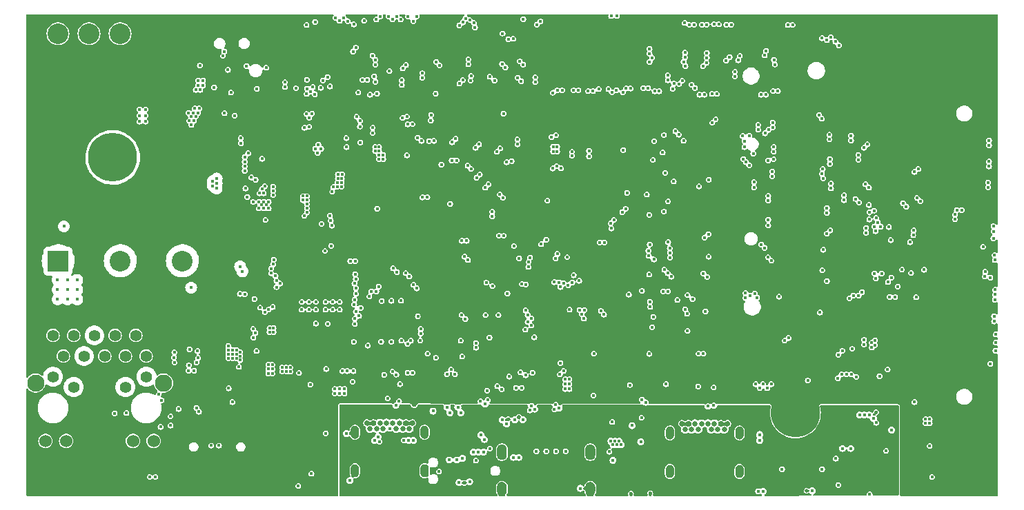
<source format=gbr>
%TF.GenerationSoftware,KiCad,Pcbnew,8.0.8*%
%TF.CreationDate,2025-02-13T16:32:42+11:00*%
%TF.ProjectId,jetson-orin-baseboard,6a657473-6f6e-42d6-9f72-696e2d626173,1.3.0*%
%TF.SameCoordinates,PX1c5f2f0PY7ac91b0*%
%TF.FileFunction,Copper,L5,Inr*%
%TF.FilePolarity,Positive*%
%FSLAX46Y46*%
G04 Gerber Fmt 4.6, Leading zero omitted, Abs format (unit mm)*
G04 Created by KiCad (PCBNEW 8.0.8) date 2025-02-13 16:32:42*
%MOMM*%
%LPD*%
G01*
G04 APERTURE LIST*
%TA.AperFunction,ComponentPad*%
%ADD10C,6.000000*%
%TD*%
%TA.AperFunction,ComponentPad*%
%ADD11C,0.650000*%
%TD*%
%TA.AperFunction,ComponentPad*%
%ADD12O,1.000000X1.600000*%
%TD*%
%TA.AperFunction,ComponentPad*%
%ADD13R,2.540000X2.540000*%
%TD*%
%TA.AperFunction,ComponentPad*%
%ADD14C,2.540000*%
%TD*%
%TA.AperFunction,ComponentPad*%
%ADD15C,1.397000*%
%TD*%
%TA.AperFunction,ComponentPad*%
%ADD16C,1.524000*%
%TD*%
%TA.AperFunction,ComponentPad*%
%ADD17C,2.100000*%
%TD*%
%TA.AperFunction,ComponentPad*%
%ADD18C,2.108200*%
%TD*%
%TA.AperFunction,ComponentPad*%
%ADD19O,1.200000X1.900000*%
%TD*%
%TA.AperFunction,ComponentPad*%
%ADD20O,1.200000X1.700000*%
%TD*%
%TA.AperFunction,ComponentPad*%
%ADD21O,1.000000X2.000000*%
%TD*%
%TA.AperFunction,ComponentPad*%
%ADD22O,1.050000X2.100000*%
%TD*%
%TA.AperFunction,ComponentPad*%
%ADD23C,0.450000*%
%TD*%
%TA.AperFunction,ViaPad*%
%ADD24C,0.450000*%
%TD*%
G04 APERTURE END LIST*
D10*
%TO.N,GND*%
%TO.C,H2*%
X94775000Y10637500D03*
%TD*%
%TO.N,GND*%
%TO.C,SP7*%
X49500000Y33600000D03*
%TD*%
D11*
%TO.N,GND*%
%TO.C,J5*%
X86450080Y9300000D03*
%TO.N,/USB3/USBC1_CONN_TX2_N*%
X86050080Y8600000D03*
%TO.N,/USB3/USBC1_CONN_TX2_P*%
X85250080Y8600000D03*
%TO.N,/USB3/USBC1_VBUS*%
X84850080Y9300000D03*
%TO.N,/USB3/USBC1_CC2*%
X84450080Y8600000D03*
%TO.N,USB0_D_P*%
X84050080Y9300000D03*
%TO.N,USB0_D_N*%
X83250080Y9300000D03*
%TO.N,unconnected-(J5-SBU_{2}-PadB8)*%
X82850080Y8600000D03*
%TO.N,/USB3/USBC1_VBUS*%
X82450080Y9300000D03*
%TO.N,/USB3/USBC1_RX1_N*%
X82050080Y8600000D03*
%TO.N,/USB3/USBC1_RX1_P*%
X81250080Y8600000D03*
%TO.N,GND*%
X80850080Y9300000D03*
D12*
X79380080Y8150000D03*
X79380080Y3420000D03*
D11*
X81650080Y9300000D03*
X85650080Y9300000D03*
D12*
X87920080Y8150000D03*
X87920080Y3420000D03*
%TD*%
D13*
%TO.N,/Ethernet/VDD*%
%TO.C,U23*%
X4298000Y29258855D03*
D14*
%TO.N,/Ethernet/ULS-12_CTRL*%
X11918000Y29258855D03*
%TO.N,GNDD*%
X19538000Y29258855D03*
%TO.N,GND*%
X19538000Y57198855D03*
X15728000Y57198855D03*
%TO.N,Net-(U23-TRIM)*%
X11918000Y57198855D03*
%TO.N,POE_OUTPUT*%
X8108000Y57198855D03*
X4298000Y57198855D03*
%TD*%
D10*
%TO.N,GND*%
%TO.C,H1*%
X31175000Y10650000D03*
%TD*%
D15*
%TO.N,GBE_MDI0_P*%
%TO.C,J6*%
X3685000Y20133603D03*
%TO.N,GBE_MDI0_N*%
X4954000Y17594603D03*
%TO.N,GBE_MDI1_P*%
X6224000Y20133603D03*
%TO.N,Net-(J6-P4)*%
X7494000Y17594603D03*
X8763000Y20133603D03*
%TO.N,GBE_MDI1_N*%
X10034000Y17594603D03*
%TO.N,GBE_MDI2_P*%
X11303000Y20133603D03*
%TO.N,GBE_MDI2_N*%
X12575000Y17594603D03*
%TO.N,GBE_MDI3_P*%
X13844000Y20133603D03*
%TO.N,GBE_MDI3_N*%
X15114000Y17594603D03*
%TO.N,/Ethernet/PAIR_12*%
X3685000Y15055603D03*
%TO.N,/Ethernet/PAIR_36*%
X6224000Y13794603D03*
%TO.N,/Ethernet/PAIR_78*%
X12575000Y13794603D03*
%TO.N,/Ethernet/PAIR_910*%
X15114000Y15063603D03*
D16*
%TO.N,+3V3*%
X2758000Y7175603D03*
%TO.N,Net-(J6-LED_GRN-)*%
X5299000Y7175603D03*
%TO.N,+3V3*%
X13499000Y7175603D03*
%TO.N,Net-(J6-LED_YEL-)*%
X16040000Y7175603D03*
D17*
%TO.N,Net-(C78-Pad1)*%
X1549000Y14283603D03*
D18*
X17248000Y14283603D03*
%TD*%
D19*
%TO.N,GND*%
%TO.C,J13*%
X58765000Y5790000D03*
D20*
X58765000Y1290000D03*
D19*
X69614000Y5790000D03*
D20*
X69614000Y1290000D03*
%TD*%
D11*
%TO.N,GND*%
%TO.C,J4*%
X47800000Y9385000D03*
%TO.N,/USB Debug\u002C DP/USBC0_CONN_TX2_P*%
X47400000Y8685000D03*
%TO.N,/USB Debug\u002C DP/USBC0_CONN_TX2_N*%
X46600000Y8685000D03*
%TO.N,/USB Debug\u002C DP/USBC0_VBUS*%
X46200000Y9385000D03*
%TO.N,/USB Debug\u002C DP/USBC0_CC2*%
X45800000Y8685000D03*
%TO.N,USB2_D_P*%
X45400000Y9385000D03*
%TO.N,USB2_D_N*%
X44600000Y9385000D03*
%TO.N,/USB Debug\u002C DP/USBC0_SBU_P*%
X44200000Y8685000D03*
%TO.N,/USB Debug\u002C DP/USBC0_VBUS*%
X43800000Y9385000D03*
%TO.N,/USB Debug\u002C DP/USBC0_RX1_N*%
X43400000Y8685000D03*
%TO.N,/USB Debug\u002C DP/USBC0_RX1_P*%
X42600000Y8685000D03*
%TO.N,GND*%
X42200000Y9385000D03*
D12*
X40730000Y8235000D03*
X40730000Y3505000D03*
D11*
X43000000Y9385000D03*
X47000000Y9385000D03*
D12*
X49270000Y8235000D03*
X49270000Y3505000D03*
%TD*%
D10*
%TO.N,GND*%
%TO.C,H3*%
X115000000Y5000000D03*
%TD*%
%TO.N,GND*%
%TO.C,H4*%
X10000000Y5000000D03*
%TD*%
%TO.N,GND*%
%TO.C,H5*%
X115000000Y56500000D03*
%TD*%
D21*
%TO.N,GND*%
%TO.C,J3*%
X28161000Y2755000D03*
D22*
X28161000Y6936000D03*
D21*
X19520000Y2755000D03*
D22*
X19520000Y6936000D03*
%TD*%
D10*
%TO.N,GND*%
%TO.C,SP8*%
X11000000Y42000000D03*
%TD*%
%TO.N,GND*%
%TO.C,H6*%
X7500000Y52500000D03*
%TD*%
D23*
%TO.N,/USB Debug\u002C DP/DRAIN1*%
%TO.C,U6*%
X37126000Y23299000D03*
X38000000Y23299000D03*
X38877000Y23299000D03*
X37127000Y24249000D03*
X38000000Y24249000D03*
X38877000Y24249000D03*
%TO.N,/USB Debug\u002C DP/DRAIN2*%
X34200000Y23299000D03*
X35075000Y23299000D03*
X35952000Y23299000D03*
X34201000Y24249000D03*
X35075000Y24249000D03*
X35952000Y24249000D03*
%TO.N,GND*%
X35228000Y25498000D03*
X36550000Y25500000D03*
X37871000Y25500000D03*
X34054000Y26698000D03*
X35228000Y26698000D03*
X37877000Y26698000D03*
X39054000Y26698000D03*
X36550000Y26700000D03*
X35228000Y27898000D03*
X36551000Y27898000D03*
X37877000Y27898000D03*
%TD*%
D24*
%TO.N,GND*%
X93490000Y43750000D03*
X63370000Y52160000D03*
X93150000Y3700000D03*
X51759753Y54210001D03*
X90200000Y1000000D03*
X42550000Y55450000D03*
X56575000Y17975000D03*
X84340000Y57940000D03*
X110900000Y15900000D03*
X23190000Y45720000D03*
X93350000Y55500000D03*
X47900000Y54200000D03*
X46200000Y38400000D03*
X74600000Y27150000D03*
X93230000Y25290000D03*
X54150000Y53750000D03*
X35680000Y34920000D03*
X108900000Y43150000D03*
X112600000Y40800000D03*
X45261244Y28955392D03*
X8150000Y10350000D03*
X54750000Y31260000D03*
X84650000Y22400000D03*
X57220000Y27120000D03*
X93500000Y39260000D03*
X21700000Y12100000D03*
X18550000Y45750000D03*
X53750000Y54500000D03*
X33710000Y42690000D03*
X50664208Y47250000D03*
X41290000Y38500000D03*
X68750000Y50000000D03*
X31930000Y32780000D03*
X79115438Y24960062D03*
X32150000Y40010000D03*
X67000000Y51700000D03*
X112950000Y17650000D03*
X119274500Y15450000D03*
X115475000Y40000000D03*
X1550000Y57150000D03*
X58260000Y47400000D03*
X26649282Y32716875D03*
X77325000Y27225000D03*
X68350000Y57925000D03*
X93260000Y27890000D03*
X28630000Y45170000D03*
X45240000Y55451498D03*
X32100000Y38500000D03*
X21950000Y9350000D03*
X54572500Y12160000D03*
X33300000Y54900000D03*
X117150000Y45640000D03*
X85790000Y57950000D03*
X54160000Y2022500D03*
X44450000Y47050000D03*
X46740000Y7260000D03*
X26520000Y15362000D03*
X40290000Y38500000D03*
X96060000Y30740000D03*
X71450000Y34050000D03*
X93450000Y37800000D03*
X51860000Y58030000D03*
X95750000Y43680000D03*
X96200000Y49780000D03*
X65602278Y28992812D03*
X115237667Y25262667D03*
X98600000Y34600000D03*
X42675000Y51050000D03*
X118850000Y39340000D03*
X93000000Y47200000D03*
X32580000Y32140000D03*
X118875000Y43000000D03*
X115250000Y21475500D03*
X98210000Y36230000D03*
X88728081Y47222960D03*
X28325167Y56975167D03*
X59550000Y9850000D03*
X62195769Y10927994D03*
X43750000Y38500000D03*
X83800000Y13800000D03*
X107575000Y24700000D03*
X54850000Y58050000D03*
X82475536Y47288684D03*
X32600000Y39000000D03*
X57300000Y6250000D03*
X102190000Y43810000D03*
X73500000Y20550000D03*
X77960000Y47300000D03*
X33590000Y45050000D03*
X110775000Y45600000D03*
X94840000Y57860000D03*
X43250000Y38500000D03*
X91920000Y36310000D03*
X43750000Y39000000D03*
X71950000Y5850000D03*
X27410000Y43780000D03*
X48900000Y25800000D03*
X71103485Y50047289D03*
X82350000Y45750000D03*
X46700000Y38400000D03*
X28950000Y32940000D03*
X32600000Y40500000D03*
X20150000Y10550000D03*
X96330000Y55410000D03*
X93530000Y40750000D03*
X61970000Y53440000D03*
X110750000Y38300000D03*
X65000000Y42100000D03*
X32520000Y46950000D03*
X52875000Y43250000D03*
X55250000Y54500000D03*
X38100000Y15450000D03*
X32110000Y38980000D03*
X112660000Y31740000D03*
X58850000Y52470000D03*
X51055000Y3425000D03*
X43740000Y7090000D03*
X23150000Y52550000D03*
X50350000Y58000000D03*
X118760000Y37760000D03*
X109610000Y31880000D03*
X114625000Y48550000D03*
X26440000Y32300000D03*
X40790000Y39000000D03*
X95990000Y28090000D03*
X32500000Y47437500D03*
X79733979Y55127100D03*
X21950000Y8800000D03*
X53375000Y51675000D03*
X21350000Y8800000D03*
X93310000Y58100000D03*
X32630000Y39490000D03*
X110775000Y43200000D03*
X94600000Y47400000D03*
X85946953Y39200462D03*
X47850000Y26950000D03*
X75970000Y42860000D03*
X77850000Y43430000D03*
X31550000Y18550000D03*
X46700000Y38900000D03*
X73750000Y36300000D03*
X40790000Y38500000D03*
X25150000Y38650000D03*
X93400000Y34800000D03*
X27010000Y45690000D03*
X93400000Y36150000D03*
X110800000Y31200000D03*
X59450000Y13750000D03*
X99750000Y5000000D03*
X27700000Y45950000D03*
X110800000Y35500000D03*
X55100000Y47390000D03*
X40290000Y39000000D03*
X95820000Y42750000D03*
X75330000Y57980000D03*
X83450000Y37759062D03*
X90090000Y47290000D03*
X107500000Y15050000D03*
X50573000Y14623000D03*
X46431746Y52266590D03*
X60950000Y38925000D03*
X87100000Y47510000D03*
X26423952Y51922714D03*
X57850000Y57950000D03*
X62594303Y50738537D03*
X71400000Y44750000D03*
X103000000Y42600000D03*
X32130000Y39470000D03*
X47700000Y38900000D03*
X18625000Y4805000D03*
X31350000Y21050000D03*
X62000000Y19950000D03*
X118900000Y41975000D03*
X93350000Y33309000D03*
X58900000Y56509000D03*
X115300000Y34900000D03*
X20750000Y9350000D03*
X74600000Y700000D03*
X95760000Y36200000D03*
X27940000Y32740000D03*
X52990000Y58000000D03*
X104150000Y14625500D03*
X91940000Y34700000D03*
X78926468Y17862500D03*
X65400000Y5900000D03*
X108100000Y46750000D03*
X96058002Y47358002D03*
X96100000Y51150000D03*
X31420000Y33530000D03*
X35450000Y54450000D03*
X70250000Y52800000D03*
X54625000Y28760000D03*
X63900167Y49999833D03*
X94850000Y55490000D03*
X90118506Y50089063D03*
X21350000Y9950000D03*
X19762500Y15775999D03*
X93140585Y49859415D03*
X46580000Y15500000D03*
X28150000Y22350000D03*
X27780000Y32300000D03*
X107450000Y20724500D03*
X95920000Y37400000D03*
X78360000Y55371000D03*
X95830000Y31920000D03*
X104320000Y43480000D03*
X46200000Y38900000D03*
X118875000Y40425000D03*
X65212501Y11043325D03*
X104700000Y9400000D03*
X46988028Y50599881D03*
X103940000Y57860000D03*
X84110000Y47290000D03*
X75300000Y40510000D03*
X82770000Y42450000D03*
X73030000Y28187500D03*
X67375500Y43321500D03*
X91840000Y58100000D03*
X53700000Y44200000D03*
X74193830Y39525000D03*
X98550000Y43750000D03*
X32800000Y55400000D03*
X103778500Y37670000D03*
X115450000Y42375000D03*
X33800000Y55400000D03*
X53700000Y42050000D03*
X112670000Y42260000D03*
X64200000Y5900000D03*
X117120000Y44410000D03*
X57590000Y42870000D03*
X117150000Y34950000D03*
X32590000Y32780000D03*
X98470000Y37910000D03*
X33710000Y43190000D03*
X93450000Y45250000D03*
X61425500Y50850000D03*
X75900000Y10025000D03*
X20150000Y9350000D03*
X101700000Y33550000D03*
X62476064Y58450000D03*
X112700000Y37750000D03*
X102800000Y38600000D03*
X46570000Y54170000D03*
X99250000Y33600000D03*
X51580000Y53750000D03*
X40950000Y45362500D03*
X28650000Y49750000D03*
X117125000Y42475000D03*
X46400000Y27600000D03*
X33710000Y43690000D03*
X92340000Y39250000D03*
X33300000Y55400000D03*
X95880000Y39590000D03*
X44150000Y20850000D03*
X45324048Y22483115D03*
X84015584Y25065584D03*
X56330000Y57980000D03*
X98050000Y3700000D03*
X79290000Y41730000D03*
X92720000Y42410000D03*
X53565000Y29670000D03*
X86850000Y52809000D03*
X84170000Y45780000D03*
X37210356Y31089644D03*
X42390000Y12200000D03*
X95810000Y45190000D03*
X117100000Y37575000D03*
X55970000Y52920000D03*
X76850000Y58020000D03*
X27410000Y44320000D03*
X41125000Y51825000D03*
X110675000Y40775000D03*
X23700000Y8650000D03*
X110650000Y21600000D03*
X48150000Y19300000D03*
X76970000Y730000D03*
X57050000Y35030000D03*
X33800000Y54400000D03*
X52191624Y47379000D03*
X93380000Y41360000D03*
X96100000Y51720000D03*
X98200000Y32250000D03*
X111750000Y3790000D03*
X108789000Y43775000D03*
X44350000Y58950000D03*
X63000000Y5900000D03*
X37112500Y47000000D03*
X20150000Y9950000D03*
X79710000Y47310000D03*
X60400000Y58050000D03*
X60950000Y43075000D03*
X98500000Y45212500D03*
X28509800Y38642267D03*
X98100000Y47727000D03*
X51020000Y54230000D03*
X115425000Y37625000D03*
X36175500Y19604500D03*
X58100000Y49850000D03*
X60850000Y10150000D03*
X40950000Y52500000D03*
X48590000Y17100000D03*
X92449484Y29372216D03*
X20750000Y9950000D03*
X85770000Y49850000D03*
X107400000Y37667000D03*
X107450000Y35843902D03*
X55460000Y40060000D03*
X57850000Y20515500D03*
X10950000Y46550000D03*
X87390000Y58010000D03*
X90900000Y30280000D03*
X95900000Y23950000D03*
X40200000Y21920000D03*
X37315000Y1995000D03*
X104440000Y38440000D03*
X93570000Y30320000D03*
X36850000Y17450000D03*
X31930000Y32140000D03*
X48000000Y11650000D03*
X32800000Y54400000D03*
X14900000Y8150000D03*
X55581979Y4766979D03*
X80840000Y49930000D03*
X76985891Y49853340D03*
X95850000Y34760000D03*
X90390000Y58340000D03*
X95880000Y40650000D03*
X102600000Y43000000D03*
X75970000Y37800000D03*
X91470000Y50190000D03*
X114950000Y15550000D03*
X92170000Y43910000D03*
X46525000Y53675000D03*
X25855356Y25014644D03*
X91364209Y47356942D03*
X39800000Y19315000D03*
X93490000Y42270000D03*
X82750000Y35650000D03*
X66900000Y57900000D03*
X21850000Y57850000D03*
X33500000Y47437500D03*
X84590000Y53520000D03*
X54390000Y51910000D03*
X117125000Y39975000D03*
X84010000Y50150000D03*
X68749833Y26100167D03*
X33000000Y47437500D03*
X45690000Y16550000D03*
X48250000Y14125000D03*
X91390000Y39990000D03*
X115390000Y45400000D03*
X54375000Y40350000D03*
X79357954Y49964987D03*
X98700000Y42300000D03*
X109000000Y40850000D03*
X81770000Y55190000D03*
X20750000Y10550000D03*
X91500000Y46000000D03*
X35650000Y2550000D03*
X28080000Y43730000D03*
X21350000Y9350000D03*
X56525000Y43725000D03*
X100050000Y1750000D03*
X37625000Y51300000D03*
X83100000Y50400000D03*
X39750000Y38500000D03*
X42700000Y43850000D03*
X22807388Y50118383D03*
X117950000Y8750000D03*
X57279000Y54210001D03*
X3550000Y49150000D03*
X88800000Y58050000D03*
X53602866Y47402866D03*
X26050167Y20049833D03*
X56539091Y38833589D03*
X34730000Y33430000D03*
X82850000Y57960000D03*
X18350000Y6450000D03*
X30570000Y33530000D03*
X110025000Y28325000D03*
X107950000Y6750000D03*
X58300000Y36900000D03*
X83400000Y55250000D03*
X71450000Y14025000D03*
X58920000Y43590000D03*
X45000000Y8650000D03*
X19812500Y18396250D03*
X91950000Y37650000D03*
X72300000Y9500000D03*
X107950000Y10750000D03*
X50315000Y22487000D03*
X56590000Y49810000D03*
X42462000Y26100000D03*
X115350000Y31100000D03*
X25150000Y12900000D03*
X60100000Y44125000D03*
X69850000Y57975000D03*
X109940000Y34480000D03*
X8550000Y14250000D03*
X90027000Y31191000D03*
X105900000Y5950000D03*
X44749514Y22470031D03*
X98750000Y39250000D03*
X32800000Y54900000D03*
X33020000Y46950000D03*
X33300000Y54400000D03*
X45250000Y14150000D03*
X38000000Y19550000D03*
X60000000Y47450000D03*
X93570000Y53290000D03*
X96350000Y58100000D03*
X52200000Y42150000D03*
X98700000Y40700000D03*
X32600000Y38500000D03*
X76890585Y42490585D03*
X55690000Y42630000D03*
X25150000Y21050000D03*
X63685323Y47400000D03*
X82500000Y55151000D03*
X117200000Y31110000D03*
X61150000Y33850000D03*
X85445585Y47085585D03*
X17244565Y15820591D03*
X114392909Y24900519D03*
X96100000Y52275000D03*
X82750000Y36150000D03*
X81100000Y47290000D03*
X115350000Y17650000D03*
X95840000Y33440000D03*
X47200000Y38900000D03*
X53600000Y49800000D03*
X33800000Y54900000D03*
X55080000Y49810000D03*
X68450000Y52850000D03*
X46900000Y52000000D03*
X32640000Y40000000D03*
X103900000Y625000D03*
X102850000Y41200000D03*
X91980000Y33240000D03*
X79100000Y37310000D03*
X115200000Y39250000D03*
X104400000Y40550000D03*
X36840000Y55480000D03*
X47200000Y38400000D03*
X58690000Y31880000D03*
X53550167Y31249833D03*
X44650000Y20850000D03*
X88600000Y49830000D03*
X61430619Y36450000D03*
X83600000Y33030000D03*
X60850000Y52400000D03*
X43250000Y39000000D03*
X74920000Y49980000D03*
X91482792Y30463085D03*
X65350000Y58380000D03*
X85860000Y55340000D03*
X112630000Y33230000D03*
X33520000Y46950000D03*
X36450000Y52550000D03*
X102000000Y37500000D03*
X96150000Y1050000D03*
X102800000Y20040000D03*
X5050000Y59350000D03*
X76480000Y46930000D03*
X28500000Y55200000D03*
X82450000Y49850000D03*
X52120000Y49850000D03*
X10550000Y10350000D03*
X21950000Y9950000D03*
X118900000Y44575000D03*
X66600000Y5900000D03*
X79550000Y45550000D03*
X41290000Y39000000D03*
X64450000Y58355000D03*
X104700000Y10700000D03*
X47700000Y38400000D03*
X48387131Y15421394D03*
X28650000Y17300000D03*
%TO.N,CSI1_D0_N*%
X92140000Y53990000D03*
%TO.N,CSI0_D0_N*%
X97682006Y47218741D03*
%TO.N,CSI1_D0_P*%
X92270000Y53420000D03*
%TO.N,CSI0_D0_P*%
X98025011Y46754989D03*
%TO.N,CSI1_CLK_N*%
X55470000Y57980000D03*
X94440000Y58280000D03*
%TO.N,CSI0_CLK_N*%
X101610000Y44697000D03*
%TO.N,CSI1_CLK_P*%
X55330000Y58540000D03*
X93860000Y58270000D03*
%TO.N,CSI0_CLK_P*%
X101610000Y44103000D03*
%TO.N,CSI1_D1_N*%
X91180000Y55090000D03*
%TO.N,CSI0_D1_N*%
X92644323Y50160000D03*
%TO.N,CSI1_D1_P*%
X91010000Y54540000D03*
%TO.N,CSI0_D1_P*%
X92050323Y50160000D03*
%TO.N,CSI3_D0_N*%
X81290000Y53220000D03*
%TO.N,CSI2_D0_N*%
X109840000Y40570000D03*
X91144323Y49710134D03*
%TO.N,CSI3_D0_P*%
X81050000Y53750000D03*
%TO.N,CSI2_D0_P*%
X90550323Y49710134D03*
X109380000Y40220000D03*
%TO.N,CSI3_CLK_N*%
X61377890Y53392110D03*
X87360000Y51933000D03*
%TO.N,CSI2_CLK_N*%
X109290000Y33020000D03*
X91460011Y45385011D03*
%TO.N,CSI3_CLK_P*%
X60962110Y53807890D03*
X87360000Y52527000D03*
%TO.N,CSI2_CLK_P*%
X91039989Y44964989D03*
X109240000Y32440000D03*
%TO.N,CSI3_D1_N*%
X81225000Y54300000D03*
%TO.N,CSI2_D1_N*%
X114370000Y34984000D03*
X90210000Y46004000D03*
%TO.N,CSI3_D1_P*%
X81225000Y54875000D03*
%TO.N,CSI2_D1_P*%
X90210000Y45416000D03*
X114370000Y34396000D03*
%TO.N,DP1_TXD0_N*%
X58893294Y37046706D03*
X47920000Y26340000D03*
%TO.N,DP1_TXD1_P*%
X57123294Y38693294D03*
X47420000Y27360000D03*
%TO.N,DP1_TXD3_N*%
X54973794Y40596706D03*
X42741000Y25548000D03*
%TO.N,DP1_TXD3_P*%
X43363000Y25548000D03*
X54567206Y41003294D03*
%TO.N,SPIO_MOSI*%
X98050000Y56650000D03*
X104700000Y34550000D03*
%TO.N,SPIO_SCK*%
X98630000Y56410000D03*
X103840000Y34380000D03*
%TO.N,SPIO_MISO*%
X99120000Y56780000D03*
X103870000Y35270000D03*
%TO.N,~{SPI0_CS0}*%
X72850000Y59370000D03*
X100120000Y55780000D03*
X104450000Y35470000D03*
%TO.N,~{SPI0_CS1}*%
X103790000Y36160000D03*
X99680000Y56230000D03*
X72170000Y59370000D03*
%TO.N,DP1_AUX_N*%
X54288649Y22161351D03*
X40725000Y21546531D03*
%TO.N,DP1_AUX_P*%
X40725000Y22218531D03*
X53811351Y22638649D03*
%TO.N,SPI1_MOSI*%
X119280000Y25150000D03*
X100449498Y15350502D03*
%TO.N,SPI1_SCK*%
X99987146Y14888856D03*
X119310000Y25740000D03*
%TO.N,SPI1_MISO*%
X101049749Y15350418D03*
X119250000Y24540000D03*
%TO.N,USB0_D_N*%
X83496500Y17900862D03*
X71344000Y31550000D03*
X69944000Y50150000D03*
X84050000Y11450000D03*
%TO.N,~{SPI1_CS0}*%
X119150000Y22500000D03*
X101649833Y15350167D03*
%TO.N,~{SPI1_CS1}*%
X119150000Y21850000D03*
X102250000Y15050000D03*
%TO.N,GPIO01*%
X65500000Y40931500D03*
X106250000Y33450000D03*
X104475500Y27750000D03*
%TO.N,USER_LED1*%
X58950000Y47378500D03*
X70050000Y17900000D03*
X53725499Y19498500D03*
%TO.N,USER_BTN0*%
X66350000Y15774500D03*
X90400000Y7250000D03*
X90800000Y1000000D03*
%TO.N,USER_BTN1*%
X65850000Y15350000D03*
X96850000Y1050000D03*
X90400000Y7950000D03*
%TO.N,PCIE0_RX0_N*%
X92112567Y42703000D03*
X63500000Y58720000D03*
%TO.N,PCIE0_RX0_P*%
X63050000Y58320000D03*
X92112567Y43297000D03*
%TO.N,PCIE0_RX1_N*%
X62850000Y51847000D03*
X91930000Y39703000D03*
%TO.N,PCIE0_RX1_P*%
X91930000Y40297000D03*
X62850000Y51253000D03*
%TO.N,PCIE0_RX2_N*%
X59556000Y56525000D03*
X91450000Y36712500D03*
%TO.N,PCIE0_RX2_P*%
X91450000Y37287500D03*
X60144000Y56570000D03*
%TO.N,PCIE0_RX3_N*%
X91450000Y33650000D03*
X54650000Y53453000D03*
%TO.N,PCIE0_RX3_P*%
X54650000Y54047000D03*
X91450000Y34350000D03*
%TO.N,PCIE0_CLK_N*%
X53970011Y51500011D03*
X92000000Y45703000D03*
%TO.N,USBSS0_RX_N*%
X53853000Y31750000D03*
X53970000Y58600000D03*
%TO.N,PCIE0_CLK_P*%
X92000000Y46297000D03*
X53549989Y51079989D03*
%TO.N,USBSS0_RX_P*%
X54447000Y31750000D03*
X53530000Y58220000D03*
%TO.N,USBSS0_TX_N*%
X54175000Y29800000D03*
X46500000Y51497000D03*
%TO.N,PCIE1_RX0_N*%
X91007890Y30892110D03*
X50702110Y53747890D03*
%TO.N,PCIE1_RX0_P*%
X51117890Y53332110D03*
X90592110Y31307890D03*
%TO.N,PCIE1_CLK_N*%
X91840088Y29320067D03*
X46592110Y52942110D03*
%TO.N,PCIE1_CLK_P*%
X47007890Y53357890D03*
X91420066Y29740089D03*
%TO.N,PCIE1_CLKREQ\u002A*%
X50050000Y46550000D03*
X93928015Y19818677D03*
%TO.N,PCIE1_RST\u002A*%
X93450000Y19500000D03*
X47250000Y59300000D03*
%TO.N,GBE_MDI0_N*%
X47210000Y46060000D03*
%TO.N,GBE_MDI0_P*%
X47800000Y46090000D03*
%TO.N,GBE_MDI1_N*%
X47100000Y47025000D03*
%TO.N,GBE_MDI1_P*%
X46550000Y46850000D03*
%TO.N,I2S0_SDOUT*%
X46350000Y58950000D03*
X118025000Y27375000D03*
%TO.N,I2S0_SDIN*%
X45850000Y59300000D03*
X106560000Y27250000D03*
%TO.N,GBE_MDI2_N*%
X42910000Y44994000D03*
%TO.N,I2S0_LRCK*%
X45350000Y58950000D03*
X106130000Y26690000D03*
%TO.N,GBE_MDI2_P*%
X42910000Y45666000D03*
%TO.N,I2S0_SCLK*%
X118075000Y27950000D03*
X44850000Y59300000D03*
%TO.N,GBE_MDI3_N*%
X41350000Y45800000D03*
%TO.N,GBE_MDI3_P*%
X41350000Y46487500D03*
%TO.N,GPIO09*%
X106480000Y31840000D03*
X107850000Y28220000D03*
X41850000Y58800000D03*
%TO.N,SDA_CAM*%
X40840000Y55500000D03*
X65200000Y26675000D03*
%TO.N,/SoM/~{FORCE_RECOVERY}*%
X57025500Y12200000D03*
X52414182Y36314182D03*
X72400000Y4800000D03*
X41150000Y49975000D03*
%TO.N,SCL_CAM*%
X65775000Y26650000D03*
X40505523Y55007622D03*
%TO.N,GPIO11*%
X119250000Y29400000D03*
X41396000Y43830000D03*
%TO.N,GPIO12*%
X36160000Y42560000D03*
X119225000Y30000000D03*
%TO.N,GPIO13*%
X36580000Y43070000D03*
X119075000Y32075000D03*
%TO.N,/SoM/PMIC_BBAT*%
X25974500Y47150000D03*
X81200000Y58525500D03*
X35850000Y58650000D03*
%TO.N,~{RESET}*%
X29325000Y41825000D03*
X16660000Y12910000D03*
X16870000Y8887990D03*
X42890000Y54510000D03*
X34800000Y58274500D03*
X48420000Y44430000D03*
%TO.N,+3V3*%
X65050000Y42750000D03*
X38600000Y38900000D03*
X108837500Y31587500D03*
X67050000Y14750000D03*
X98200000Y30650000D03*
X89250000Y25050000D03*
X39140000Y39930000D03*
X88748213Y41403316D03*
X38640000Y39920000D03*
X111550000Y2750000D03*
X48450000Y22487000D03*
X37400000Y21577083D03*
X89127023Y41029146D03*
X37662500Y34850000D03*
X38600000Y38400000D03*
X104550000Y18950000D03*
X37950000Y37800000D03*
X67050000Y13550000D03*
X38630000Y39390000D03*
X77290000Y41690000D03*
X39700000Y43270000D03*
X40450000Y14450000D03*
X38075000Y38375000D03*
X104550000Y19550000D03*
X111250000Y6550000D03*
X75800000Y7050000D03*
X67050000Y14150000D03*
X56750000Y22638000D03*
X88650000Y24750000D03*
X90080000Y24780000D03*
X40095000Y2290000D03*
X74125500Y37650000D03*
X104150000Y19250000D03*
X65550000Y43321500D03*
X103250000Y10362500D03*
X48750000Y19500000D03*
X39120000Y39400000D03*
X76850000Y34950000D03*
X35815315Y49766913D03*
X77200000Y21150000D03*
X40600000Y19350000D03*
X66550000Y14750000D03*
X104150000Y18650000D03*
X76850000Y17862000D03*
X104601293Y32945258D03*
X39100000Y38900000D03*
X65550000Y42750000D03*
X65050000Y43321500D03*
X84150000Y39250000D03*
X42500000Y24930000D03*
X66550000Y14150000D03*
X75950000Y12250000D03*
X39100000Y38400000D03*
X84100000Y32575000D03*
X88650000Y25350000D03*
X66550000Y13550000D03*
X58200000Y13900000D03*
X89800000Y25300000D03*
X88400000Y41800000D03*
X81050000Y44050000D03*
X103850000Y10362500D03*
X64350000Y36700000D03*
X81550000Y20700000D03*
X102650000Y10362500D03*
X57250000Y19880500D03*
%TO.N,EEPROM_PWR*%
X53900000Y17550000D03*
X52020000Y15370000D03*
%TO.N,+5V*%
X28950000Y36550000D03*
X70500000Y10150000D03*
X40250000Y10480000D03*
X70500000Y11150000D03*
X39650000Y9980000D03*
X30249258Y21038000D03*
X28950000Y35750000D03*
X40840000Y27080000D03*
X71000000Y10150000D03*
X30750000Y20550000D03*
X40250000Y9980000D03*
X107150000Y10350000D03*
X67362000Y42200000D03*
X29550000Y35750000D03*
X30250000Y20550000D03*
X105350000Y10350000D03*
X75950000Y25615000D03*
X67375000Y42700000D03*
X29550000Y36545000D03*
X29850000Y36150000D03*
X33884503Y15531724D03*
X39650000Y10980000D03*
X56300000Y10200000D03*
X40250000Y10980000D03*
X28250000Y20950000D03*
X39650000Y10480000D03*
X71000000Y11150000D03*
X106550000Y10350000D03*
X30150000Y36545000D03*
X105950000Y10350000D03*
X31560000Y26510000D03*
X70750000Y10650000D03*
X30150000Y35750000D03*
X30750000Y21050000D03*
X29250000Y36150000D03*
%TO.N,CAN_RX*%
X60150000Y5150000D03*
X49624793Y37121999D03*
X57850000Y51450000D03*
X50430000Y44030000D03*
X56150000Y12050000D03*
X119325000Y18275000D03*
%TO.N,CAN_TX*%
X60850000Y5150000D03*
X49010244Y37090814D03*
X56700000Y11700000D03*
X49830000Y44020000D03*
X57275000Y51925000D03*
X118700000Y16650000D03*
%TO.N,GPIO07*%
X43450000Y49850000D03*
X101750000Y18500000D03*
X40550000Y15750000D03*
X35308564Y50102926D03*
X104450000Y33500000D03*
%TO.N,PCIE2_RST\u002A*%
X39850000Y58750000D03*
X104900000Y34000000D03*
X106340000Y24860000D03*
%TO.N,PCIE2_CLKREQ\u002A*%
X107020000Y24850000D03*
X39350000Y59150000D03*
X105250167Y33500167D03*
%TO.N,/Ethernet/VDD*%
X6650000Y24550000D03*
X5450000Y26950000D03*
X4250000Y24550000D03*
X23300000Y38500000D03*
X5450000Y25750000D03*
X6650000Y25750000D03*
X4250000Y25750000D03*
X6650000Y26950000D03*
X23760000Y39400000D03*
X5450000Y24550000D03*
X23760000Y38800000D03*
X23300000Y39100000D03*
X23750000Y38200000D03*
X4250000Y26950000D03*
%TO.N,GNDD*%
X5025000Y33525000D03*
X26650000Y28600000D03*
%TO.N,USBSS1_RX_N*%
X114578000Y35525000D03*
X86894323Y58320000D03*
%TO.N,+1V8*%
X108975000Y27810000D03*
X58750000Y13500000D03*
X106100000Y15950000D03*
X35124499Y46893788D03*
X76835000Y27615000D03*
X70000000Y12750000D03*
X28400000Y24625500D03*
X35860000Y43070000D03*
X50315000Y10840000D03*
X66781153Y29750515D03*
X74350000Y25150000D03*
%TO.N,PCIE2_RX0_N*%
X80480011Y44799989D03*
X118550000Y41497000D03*
%TO.N,USBSS1_RX_P*%
X115172000Y35525000D03*
X86300323Y58320000D03*
%TO.N,VCC*%
X22100000Y51452500D03*
X21200000Y50300000D03*
X44200000Y42300000D03*
X43200000Y42800000D03*
X34525000Y34825000D03*
X21750000Y50300000D03*
X22100000Y50852500D03*
X111260000Y9850000D03*
X34350000Y37250000D03*
X37150000Y8100000D03*
X34850000Y37250000D03*
X43700000Y42300000D03*
X43700000Y41800000D03*
X43700000Y42800000D03*
X21630000Y48010000D03*
X21500000Y51452500D03*
X24730000Y47437500D03*
X21080000Y48010000D03*
X111260000Y9350000D03*
X34350000Y36750000D03*
X21500000Y50852500D03*
X34850000Y35250000D03*
X43200000Y43300000D03*
X34850000Y36250000D03*
X43700000Y43300000D03*
X34850000Y35750000D03*
X110760000Y9850000D03*
X34850000Y36750000D03*
X44200000Y41800000D03*
X110760000Y9350000D03*
%TO.N,USB_FLASH_ID*%
X78550000Y25550000D03*
X73650000Y42900000D03*
X73600000Y50000000D03*
%TO.N,3V3_STDB*%
X25530000Y49980000D03*
X33785000Y1650000D03*
X109400000Y11950000D03*
X54800000Y2150000D03*
%TO.N,UART0_RTS*%
X91450000Y41650000D03*
X71850000Y50390000D03*
%TO.N,UART0_CTS*%
X70650000Y50400000D03*
X92100000Y41775000D03*
%TO.N,PCIE3_RST\u002A*%
X38850000Y58774500D03*
X117800000Y31025000D03*
%TO.N,/USB Debug\u002C DP/USBC0_RX2_N*%
X47200000Y15550000D03*
X47180000Y19090000D03*
%TO.N,/Ethernet/POE_ACTIVE*%
X26914280Y28000000D03*
X20640000Y26000000D03*
%TO.N,PCIE3_CLKREQ\u002A*%
X38350000Y59150000D03*
X119080000Y33575000D03*
X109590000Y24820000D03*
X110590000Y28200000D03*
%TO.N,I2C2_SCL*%
X34560000Y45637500D03*
X103200000Y19000000D03*
X119350000Y19250000D03*
%TO.N,I2C2_SDA*%
X119350000Y20250000D03*
X35121248Y45762500D03*
X103200000Y19600000D03*
%TO.N,PCIE2_RX0_P*%
X118550000Y40903000D03*
X80059989Y45220011D03*
%TO.N,USBSS1_TX_N*%
X85370000Y58350000D03*
X102160000Y36910000D03*
%TO.N,/USB Debug\u002C DP/PDC_LDO_3V3*%
X35950000Y21600000D03*
X37820000Y31150000D03*
%TO.N,Net-(D36-A)*%
X28700000Y50450000D03*
X35400000Y3150000D03*
X27450000Y53225500D03*
%TO.N,Net-(D1-C)*%
X101900000Y25050000D03*
%TO.N,/USB Debug\u002C DP/USBC0_RX2_P*%
X47775000Y15550000D03*
X47592334Y19492334D03*
%TO.N,/USB Debug\u002C DP/USBC0_RX1_N*%
X43557890Y7647890D03*
%TO.N,/USB Debug\u002C DP/USBC0_RX1_P*%
X43142110Y7232110D03*
%TO.N,PCIE2_TX0_N*%
X102500000Y42297000D03*
X85144323Y49800000D03*
%TO.N,USBSS1_TX_P*%
X84790000Y58370000D03*
X102600000Y36450000D03*
%TO.N,PCIE2_TX0_P*%
X84550323Y49800000D03*
X102500000Y41703000D03*
%TO.N,USBSS2_RX_N*%
X79120000Y51480000D03*
X83894323Y58310000D03*
X72520000Y34320000D03*
%TO.N,PCIE2_CLK_N*%
X83594000Y49700000D03*
X103389989Y38710011D03*
%TO.N,USBSS2_RX_P*%
X79125000Y52069000D03*
X83310000Y58320000D03*
X72107666Y33907666D03*
%TO.N,PCIE2_CLK_P*%
X83006000Y49700000D03*
X103810011Y38289989D03*
%TO.N,USBSS2_TX_N*%
X73950000Y35690000D03*
X82347161Y58312839D03*
X79870000Y51080000D03*
%TO.N,/SoM/DEBUG_TXD_1V8*%
X35460000Y47380000D03*
%TO.N,/M.2/~{LED1}*%
X98070000Y28150000D03*
X89700000Y38950000D03*
%TO.N,PCIE2_RX1_N*%
X118550000Y44097000D03*
X82460000Y50520000D03*
%TO.N,USBSS2_TX_P*%
X81760000Y58290000D03*
X79720000Y50430000D03*
X73532666Y35282666D03*
%TO.N,PCIE2_RX1_P*%
X82030000Y50930000D03*
X118550000Y43503000D03*
%TO.N,Net-(D61-A)*%
X53500000Y2050000D03*
X25150000Y52750000D03*
%TO.N,/M.2/~{M2_E_UART_WAKE}*%
X92775000Y24895000D03*
X84135000Y29810000D03*
%TO.N,/USB Debug\u002C DP/FTDI_3V3*%
X19100000Y11100000D03*
X20335333Y15825900D03*
X26500000Y16275000D03*
X20430000Y18425000D03*
X18530000Y17430000D03*
%TO.N,/USB Debug\u002C DP/USBC3_VBUS*%
X30600000Y16000000D03*
X30100000Y15450000D03*
X30100000Y16000000D03*
X30100000Y16550000D03*
X30600000Y16550000D03*
X30600000Y15450000D03*
%TO.N,/USB Debug\u002C DP/USBC0_CONN_TX2_N*%
X47333000Y7210000D03*
%TO.N,/CSI/CSI3_0_D1_N*%
X83910000Y54259400D03*
X109702110Y37037890D03*
%TO.N,/CSI/CSI3_0_D1_P*%
X83910000Y54853400D03*
X110117890Y36622110D03*
%TO.N,/CSI/CSI3_0_D0_N*%
X83439989Y53199989D03*
X107972110Y36387890D03*
%TO.N,/CSI/CSI3_0_D0_P*%
X108387890Y35972110D03*
X83860011Y53620011D03*
%TO.N,/CSI/CSI1_1_D0_N*%
X54980000Y52020000D03*
X86710011Y54330011D03*
%TO.N,/CSI/CSI1_1_D0_P*%
X54920000Y51430000D03*
X86289989Y53909989D03*
%TO.N,/CSI/CSI1_1_D1_N*%
X49000000Y52370000D03*
X87960000Y54480000D03*
%TO.N,/CSI/CSI1_1_D1_P*%
X87750000Y53940000D03*
X48990000Y51780000D03*
%TO.N,/CSI/CSI3_1_D1_N*%
X76890000Y54743000D03*
X59197890Y53072110D03*
%TO.N,/CSI/CSI3_1_D1_P*%
X76890000Y55337000D03*
X58782110Y53487890D03*
%TO.N,/CSI/CSI3_1_D0_N*%
X61127890Y51372110D03*
X76890000Y53730000D03*
%TO.N,/CSI/CSI3_1_D0_P*%
X60712110Y51787890D03*
X77190000Y54240000D03*
%TO.N,VSYNC_CAM2*%
X39680000Y44370000D03*
%TO.N,VSYNC_CAM3*%
X36250000Y43580000D03*
%TO.N,/M.2/M2_M_SMB_CLK*%
X98185000Y39435000D03*
X89600000Y42495000D03*
%TO.N,/M.2/M2_M_SMB_DATA*%
X98020000Y39995000D03*
X88525000Y43275000D03*
%TO.N,/M.2/~{M2_M_ALERT}*%
X88550000Y43965000D03*
X98135000Y40565000D03*
%TO.N,/M.2/~{M2_M_CLKREQ0}*%
X78500000Y42600000D03*
X78650000Y35350000D03*
%TO.N,/M.2/~{M2_M_PEWAKE0}*%
X79850000Y39050000D03*
X78650000Y44750000D03*
%TO.N,SYS_SDA*%
X83500000Y27737500D03*
X56200000Y7900000D03*
X100050000Y17750000D03*
X30782860Y29445728D03*
X40696398Y24525324D03*
X43100000Y51950000D03*
X32150000Y51250000D03*
X79106235Y27793765D03*
%TO.N,SYS_SCL*%
X78700000Y28200000D03*
X40650000Y23933672D03*
X32150000Y50650000D03*
X83950000Y27312500D03*
X43250000Y51300000D03*
X30680000Y28880000D03*
X100550000Y18250000D03*
X56620000Y7350000D03*
%TO.N,~{PDC_CS}*%
X53020000Y15370000D03*
X50670000Y17400000D03*
%TO.N,PDC_SCLK*%
X53360000Y11330000D03*
X52022000Y11330000D03*
%TO.N,PDC_MISO*%
X52520000Y15950000D03*
%TO.N,PDC_MOSI*%
X52400000Y10650000D03*
X53727500Y10650000D03*
%TO.N,/USB Debug\u002C DP/USBC0_CONN_TX2_P*%
X47927000Y7210000D03*
%TO.N,/USB Debug\u002C DP/USBC0_VBUS*%
X38250000Y13000000D03*
X38850000Y13550000D03*
X39450000Y13550000D03*
X39450000Y13000000D03*
X38850000Y13000000D03*
X39685000Y8085000D03*
X38250000Y13550000D03*
%TO.N,/USB3/USBC1_VBUS*%
X73400000Y6700000D03*
X72150000Y7150000D03*
X72900000Y6700000D03*
X73150000Y7150000D03*
X72650000Y7150000D03*
X72400000Y6700000D03*
X68385000Y1345000D03*
%TO.N,/USB Debug\u002C DP/FTDI_LED_TX*%
X16250000Y2750000D03*
X25250000Y13638000D03*
%TO.N,/USB Debug\u002C DP/FTDI_LED_RX*%
X15550000Y2750000D03*
X18115000Y9070000D03*
X21000000Y15800000D03*
%TO.N,/USB Debug\u002C DP/USBC3_CC1*%
X31100000Y26072500D03*
X25700000Y11950000D03*
%TO.N,DP1_TXD0_HDMI_TX2_N*%
X80913294Y51423294D03*
%TO.N,/USB Debug\u002C DP/USBC3_CC2*%
X21600000Y10750000D03*
X31000000Y27437500D03*
%TO.N,/USB Debug\u002C DP/USBC0_CC1*%
X44322001Y15300678D03*
X40750000Y27650000D03*
%TO.N,/USB Debug\u002C DP/USBC0_CC2*%
X40675000Y26525000D03*
X46150000Y12050000D03*
X46250000Y14150000D03*
%TO.N,PWR_SOFT*%
X29835000Y53015000D03*
X28650000Y18220000D03*
%TO.N,/USB3/USBC1_CC1*%
X76950000Y23650000D03*
X82850000Y13850000D03*
%TO.N,/USB3/USBC1_CC2*%
X76930000Y24270000D03*
X84750000Y11550000D03*
X84750000Y13750000D03*
%TO.N,/USB3/USBC1_ID*%
X76428015Y11931323D03*
X79150000Y25550000D03*
%TO.N,/USB Debug\u002C DP/USBC0_FLIP*%
X30646800Y23628700D03*
X41450000Y23514752D03*
%TO.N,/USB Debug\u002C DP/USBC0_CTL0*%
X40843765Y23062000D03*
X30159263Y23324794D03*
%TO.N,/USB Debug\u002C DP/USBC0_CTL1*%
X29682818Y23003775D03*
X41250000Y22550000D03*
%TO.N,/USB Debug\u002C DP/PDC_I2C1_SCL*%
X18572644Y18056964D03*
X30449890Y27776867D03*
X21418590Y18215617D03*
%TO.N,/USB Debug\u002C DP/PDC_I2C1_SDA*%
X21487500Y17365617D03*
X30452626Y28351863D03*
X18600000Y16800000D03*
%TO.N,/USB Debug\u002C DP/USBC0_I2C_EN*%
X44014499Y24350000D03*
%TO.N,/USB Debug\u002C DP/USBC0_SSEQ0*%
X46400000Y24400000D03*
%TO.N,/USB Debug\u002C DP/USBC0_SSEQ1*%
X48800000Y20924503D03*
%TO.N,/USB Debug\u002C DP/USBC0_DPEQ0*%
X45200000Y24394500D03*
%TO.N,/USB Debug\u002C DP/USBC0_DPEQ1*%
X48800000Y20350000D03*
%TO.N,/USB Debug\u002C DP/USBC0_EQ0*%
X46425000Y19500000D03*
%TO.N,/USB Debug\u002C DP/USBC0_EQ1*%
X45200000Y19350000D03*
%TO.N,CSIA_FLG*%
X105100000Y15150000D03*
X78900000Y14150000D03*
X62522500Y15550000D03*
%TO.N,/USB3/USBC1_ADDR*%
X81500000Y22800000D03*
%TO.N,/USB3/~{USBC1_INT}*%
X81250000Y23350000D03*
%TO.N,/CSI/SDA_CAM0*%
X67400000Y26643000D03*
%TO.N,CSIA_PEN*%
X96290000Y14610000D03*
X104370000Y9950000D03*
X58350000Y22638000D03*
%TO.N,/CSI/SCL_CAM0*%
X66890000Y26320000D03*
%TO.N,/CSI/I2C_MUX_RESET*%
X65565089Y30152255D03*
%TO.N,/SoM/DEBUG_RXD_1V8*%
X34809661Y49809326D03*
%TO.N,/Supply/VCC_IN*%
X14300000Y46400000D03*
X32300000Y16200000D03*
X14300000Y47150000D03*
X15050000Y47900000D03*
X26200000Y17850000D03*
X14300000Y47900000D03*
X26650000Y17100000D03*
X26650000Y17600000D03*
X25200000Y18350000D03*
X25200000Y17350000D03*
X26200000Y17350000D03*
X15050000Y47150000D03*
X32800000Y15689591D03*
X26200000Y18350000D03*
X25700000Y17350000D03*
X32800000Y16200000D03*
X25700000Y17850000D03*
X25700000Y18350000D03*
X25200000Y17850000D03*
X15050000Y46400000D03*
X31800000Y15700000D03*
X25200000Y18850500D03*
X31800000Y16200000D03*
X26650000Y18100000D03*
X32299226Y15708466D03*
%TO.N,/CSI/SDA_CAM1*%
X66356235Y26556235D03*
%TO.N,/CSI/SCL_CAM1*%
X65970400Y26087000D03*
%TO.N,/CSI/SDA_CAM2*%
X76910000Y31310000D03*
%TO.N,/CSI/SCL_CAM2*%
X76740000Y30560000D03*
%TO.N,/CSI/SDA_CAM3*%
X76810000Y29900000D03*
%TO.N,/CSI/SCL_CAM3*%
X77410000Y29460000D03*
%TO.N,CSIB_PEN*%
X64850000Y44500000D03*
X65360000Y29600000D03*
X57600000Y26200000D03*
%TO.N,PCIE2_TX1_N*%
X103192110Y43192110D03*
X84987890Y46677890D03*
%TO.N,/USB3/USBC1_I2C_SDA*%
X81550000Y25100000D03*
%TO.N,/USB3/USBC1_ISC_SCL*%
X80290938Y24490938D03*
%TO.N,/USB3/USBC1_VBUS_DET*%
X77350000Y22400000D03*
%TO.N,DP1_TXD0_HDMI_TX2_P*%
X80506706Y51016706D03*
%TO.N,PCIE2_TX1_P*%
X103607890Y43607890D03*
X84572110Y46262110D03*
%TO.N,DP1_TXD1_HDMI_TX1_N*%
X78077500Y50130000D03*
%TO.N,/USB3/USBC1_FAULT_N*%
X82150000Y24599200D03*
%TO.N,CSIB_FLG*%
X62750000Y19900000D03*
X67075500Y23307156D03*
X65403578Y44725033D03*
%TO.N,/USB Debug\u002C DP/FTDI_CBUS_EN*%
X18100000Y10190000D03*
X17010000Y12150000D03*
X20342165Y16469129D03*
%TO.N,DP1_TXD1_HDMI_TX1_P*%
X77502500Y50130000D03*
%TO.N,DP1_TXD2_HDMI_TX0_N*%
X76707500Y50510000D03*
%TO.N,DP1_TXD2_HDMI_TX0_P*%
X76132500Y50510000D03*
%TO.N,DP1_TXD3_HDMI_TXC_N*%
X74557500Y50460000D03*
%TO.N,DP1_TXD3_HDMI_TXC_P*%
X73982500Y50460000D03*
%TO.N,PCIE_WAKE_SEL_EXT*%
X101400000Y24680000D03*
X119100000Y32900000D03*
%TO.N,DP1_HDMI_AUX_P*%
X69450000Y42826000D03*
%TO.N,DP1_HDMI_AUX_N*%
X69450000Y42154000D03*
%TO.N,USB0_D_P*%
X70756000Y31550000D03*
X82902500Y17900862D03*
X69356000Y50150000D03*
%TO.N,USB1_D_N*%
X100750000Y36753000D03*
X102957890Y25457890D03*
X68147000Y50250000D03*
%TO.N,USB1_D_P*%
X100750000Y37347000D03*
X102542110Y25042110D03*
X67553000Y50250000D03*
%TO.N,USB2_D_N*%
X45810000Y15320000D03*
X71300000Y22690000D03*
X55590000Y18626000D03*
X66147000Y50250000D03*
%TO.N,USB2_D_P*%
X70910000Y23160000D03*
X55590000Y19214000D03*
X65553000Y50250000D03*
X45350000Y15700000D03*
X44750000Y12400000D03*
%TO.N,USER_LED0*%
X79550000Y27350000D03*
X65000000Y49948500D03*
X106595925Y8525500D03*
%TO.N,PCIE0_TX0_N*%
X98950000Y44225000D03*
X60680000Y43606000D03*
%TO.N,PCIE0_TX0_P*%
X60680000Y44194000D03*
X98950000Y44800000D03*
%TO.N,PCIE0_TX1_N*%
X99000000Y41225000D03*
X58142110Y42692110D03*
%TO.N,PCIE0_TX1_P*%
X58557890Y43107890D03*
X99000000Y41800000D03*
%TO.N,PCIE0_TX2_N*%
X55542110Y43192110D03*
X99150000Y38203000D03*
%TO.N,PCIE0_TX2_P*%
X55957890Y43607890D03*
X99150000Y38797000D03*
%TO.N,PCIE0_TX3_N*%
X98650000Y35203000D03*
X53194000Y41650000D03*
%TO.N,PCIE0_TX3_P*%
X52606000Y41650000D03*
X98650000Y35797000D03*
%TO.N,USBSS0_TX_P*%
X46500000Y50903000D03*
X54605000Y29400000D03*
%TO.N,PCIE1_TX0_N*%
X53082890Y44282890D03*
X98642110Y32642110D03*
%TO.N,PCIE1_TX0_P*%
X99057890Y33057890D03*
X52667110Y43867110D03*
%TO.N,/SoM/~{MOD_SLEEP}*%
X50650000Y49850000D03*
%TO.N,PCIE_WAKE\u002A*%
X48300000Y59300000D03*
X97800000Y22950000D03*
%TO.N,PCIE0_CLKREQ\u002A*%
X50090000Y47230000D03*
X63574659Y31342685D03*
X78800000Y40125000D03*
X79150000Y36600000D03*
%TO.N,PCIE0_RST\u002A*%
X64200000Y31900000D03*
X47900000Y58750000D03*
%TO.N,/M.2/32.7KHZ_OUT*%
X83633858Y32150000D03*
X77450000Y44000000D03*
%TO.N,GBE_LED_LINK*%
X11250000Y10550000D03*
X40750000Y29275000D03*
%TO.N,GBE_LED_ACT*%
X12700000Y10600000D03*
X40162000Y29275000D03*
%TO.N,UART1_TXD*%
X43850000Y59300000D03*
X118700000Y27250000D03*
%TO.N,UART1_RXD*%
X43350000Y58950000D03*
X107340000Y26140000D03*
%TO.N,FAN_TACH*%
X42600000Y49700000D03*
X27210000Y25220000D03*
X33496800Y50503200D03*
%TO.N,I2S1_SDOUT*%
X36538000Y50550000D03*
X91300000Y13650000D03*
X62350688Y21350688D03*
%TO.N,I2S1_SDIN*%
X90808800Y14150000D03*
X36800500Y51450000D03*
X61914500Y21800167D03*
%TO.N,I2S1_LRCK*%
X62400000Y22212167D03*
X90396800Y13653200D03*
X37387917Y51887583D03*
%TO.N,I2S1_SCLK*%
X61914500Y22648533D03*
X89900000Y14150000D03*
X37671691Y50727398D03*
%TO.N,PCIE3_CLK_N*%
X118420000Y38920000D03*
X42247000Y51525000D03*
%TO.N,PCIE3_CLK_P*%
X118420000Y38320000D03*
X41670000Y51520000D03*
%TO.N,FAN_PWM*%
X26610000Y25230000D03*
X35550167Y50650000D03*
%TO.N,~{SHUTDOWN_REQ}*%
X34850000Y50450000D03*
%TO.N,DEBUG_TXD*%
X26750000Y43750000D03*
X28532600Y20449810D03*
%TO.N,POWER_EN*%
X34850000Y51550000D03*
%TO.N,DEBUG_RXD*%
X28278373Y19884676D03*
X26725000Y44375000D03*
%TO.N,/SoM/SLEEP{slash}~{WAKE}*%
X21710000Y53300000D03*
X34774500Y47350000D03*
%TO.N,/HDMI/HDMI_D2_N*%
X58987500Y32390000D03*
%TO.N,/HDMI/HDMI_D1_N*%
X65783294Y11206706D03*
%TO.N,/HDMI/HDMI_D0_N*%
X57580000Y34762500D03*
%TO.N,/HDMI/HDMI_CLK_N*%
X62793294Y11086706D03*
%TO.N,DP1_TXD1_N*%
X46970000Y27790000D03*
X56716706Y38286706D03*
%TO.N,DP1_TXD2_N*%
X55646706Y39506706D03*
X45412412Y28387588D03*
%TO.N,/HDMI/HDMI_D2_P*%
X58412500Y32390000D03*
%TO.N,/HDMI/HDMI_D1_P*%
X65376706Y11613294D03*
%TO.N,/HDMI/HDMI_D0_P*%
X57580000Y35337500D03*
%TO.N,/HDMI/HDMI_CLK_P*%
X62386706Y11493294D03*
%TO.N,DP1_TXD0_P*%
X58486706Y37453294D03*
X48330000Y25920000D03*
%TO.N,DP1_TXD2_P*%
X45887588Y27912412D03*
X56053294Y39913294D03*
%TO.N,/HDMI/5V_HDMI*%
X58800000Y9750000D03*
%TO.N,/USB Debug\u002C DP/HPDIN*%
X43950000Y19375000D03*
%TO.N,USBC0_FLG*%
X37200000Y16000000D03*
X61050000Y15600000D03*
%TO.N,USBC1_FLG*%
X61662000Y15250000D03*
X74750500Y9062000D03*
%TO.N,/CSI/I2C_MUX_SDA*%
X67583318Y27533318D03*
%TO.N,/CSI/I2C_MUX_SCL*%
X68250000Y26850000D03*
%TO.N,DISABLE_POE_DCDC*%
X29100000Y23550000D03*
X61650000Y20850000D03*
%TO.N,UART0_RXD*%
X89097083Y44662583D03*
X72275000Y50000000D03*
%TO.N,UART0_TXD*%
X88310000Y44620000D03*
X72825000Y50275000D03*
%TO.N,/HDMI/HDMI_SDA_5V*%
X60350000Y9800000D03*
%TO.N,/HDMI/HDMI_SCL_5V*%
X61350000Y9800000D03*
%TO.N,/HDMI/HDMI_HPD_5V*%
X59350000Y9250000D03*
X56950000Y13350000D03*
%TO.N,/USB Debug\u002C DP/USBC3_5V_PEN*%
X40850000Y25950000D03*
%TO.N,/USB Debug\u002C DP/USBC0_5V_PEN*%
X40850000Y25250000D03*
%TO.N,Net-(R50-R1.2)*%
X68895000Y23250000D03*
%TO.N,/HDMI/HDMI_SCL_3V3*%
X61200000Y13700000D03*
%TO.N,Net-(R50-R2.2)*%
X68281854Y23269187D03*
%TO.N,Net-(R50-R3.2)*%
X68558191Y22750000D03*
%TO.N,USBC1_PEN*%
X61680000Y23210000D03*
X74475000Y14050000D03*
%TO.N,Net-(R50-R4.2)*%
X68850000Y22200000D03*
%TO.N,Net-(R51-R1.2)*%
X79170000Y31600000D03*
X58860000Y57230000D03*
%TO.N,Net-(R51-R2.2)*%
X79367164Y30856122D03*
X54840000Y58880000D03*
%TO.N,Net-(R51-R3.2)*%
X79380000Y30280000D03*
X54300000Y59090000D03*
%TO.N,Net-(R51-R4.2)*%
X61400000Y59000000D03*
X79400000Y29680000D03*
%TO.N,/USB Debug\u002C DP/USBC3_D_P*%
X23100000Y6600000D03*
X24050000Y6600000D03*
%TO.N,/USB Debug\u002C DP/USBC0_SBU_P*%
X39203000Y15750000D03*
%TO.N,/USB Debug\u002C DP/USBC0_SBU_N*%
X45750000Y11550000D03*
X39797000Y15750000D03*
%TO.N,/Peripherals/USB_CONN_N*%
X103450000Y32753000D03*
%TO.N,/Peripherals/USB_CONN_P*%
X103450000Y33347000D03*
%TO.N,Net-(Q1-D)*%
X72200000Y33275000D03*
%TO.N,Net-(Q2-D)*%
X61700000Y26400000D03*
X62000000Y28550000D03*
X59450000Y25300000D03*
X61200000Y26450000D03*
%TO.N,Net-(Q3-D)*%
X62220000Y29700000D03*
%TO.N,/M.2/3V3_M2*%
X82950000Y38450000D03*
X76550000Y37450000D03*
%TO.N,/Supply/3V3_OUT*%
X43470000Y35710000D03*
X48880000Y44030000D03*
%TO.N,/M.2/~{LED2}*%
X89700000Y38300000D03*
X98650000Y26830000D03*
%TO.N,I2C1_SCL*%
X100550000Y6250000D03*
X24531432Y54475122D03*
X43250000Y53400000D03*
%TO.N,I2C1_SDA*%
X43250000Y54000000D03*
X24725500Y55015853D03*
X101550000Y6250000D03*
%TO.N,/Peripherals/SCK*%
X53260000Y4830000D03*
%TO.N,USBC_HPD*%
X60882500Y29600000D03*
X49650000Y17900000D03*
X62030000Y29150000D03*
X37900000Y33620000D03*
X43651776Y26130332D03*
%TO.N,/HDMI/DP_MUX_AUX_A+*%
X59950000Y41562000D03*
%TO.N,/HDMI/DP_MUX_AUX_A-*%
X59350000Y41400000D03*
%TO.N,/Supply/3V3_MODE1*%
X47100000Y42260000D03*
X51336541Y41126541D03*
%TO.N,Net-(U10-CAD_SNK{slash}RSVD1)*%
X35265000Y14100000D03*
X42320000Y18890000D03*
%TO.N,/HDMI/HDMI_SDA_3V3*%
X60500000Y13700000D03*
%TO.N,/HDMI/HDMI_HPD*%
X60250000Y31110000D03*
X56850000Y26630000D03*
%TO.N,GPIO010*%
X91800000Y14150000D03*
X40949500Y47000000D03*
X83750000Y23100000D03*
X37780000Y34250000D03*
%TO.N,Net-(J15B-CAM0_PWDN)*%
X66025500Y40654306D03*
X104657917Y27132417D03*
%TO.N,Net-(J15B-CAM1_PWDN)*%
X64998949Y40649408D03*
X105370000Y27740000D03*
%TO.N,Net-(J15H-GPIO02)*%
X59660307Y15081086D03*
X65950000Y16750000D03*
%TO.N,Net-(J15A-CLK_32K_OUT)*%
X44966454Y52608485D03*
%TO.N,/Supply/5V_OUT*%
X37060000Y30510000D03*
X29760000Y34320000D03*
%TO.N,/Supply/5V_MODE1*%
X31098714Y26853283D03*
X36640000Y33850000D03*
%TO.N,/Peripherals/MISO*%
X55877049Y5781469D03*
X52319502Y4830000D03*
%TO.N,/Peripherals/MOSI*%
X55260000Y5780000D03*
X53945000Y5035000D03*
%TO.N,Net-(D63-A)*%
X56500000Y5780000D03*
%TO.N,/USB Debug\u002C DP/FTDI_CBUS0{slash}SDA*%
X21281046Y11228431D03*
X21287587Y16805628D03*
%TO.N,+5V_SoM*%
X30700000Y37925000D03*
X27530000Y37150000D03*
X29050000Y37599999D03*
X28010000Y39540000D03*
X29320000Y38100000D03*
X23467500Y50620000D03*
X30700000Y38425000D03*
X29550000Y37600000D03*
X27291159Y38187134D03*
X29680000Y38460000D03*
X30700000Y37375000D03*
%TO.N,VDD_SoM*%
X20320000Y47470000D03*
X20980000Y46500000D03*
X27212771Y40925000D03*
X20410000Y46510000D03*
X27212771Y42050000D03*
X20610000Y47010000D03*
X27212771Y40375000D03*
X21200000Y47020000D03*
X27212771Y41475000D03*
X27625000Y42500000D03*
X20660000Y46000000D03*
X20911689Y47460183D03*
X21490541Y47452165D03*
%TO.N,MODULE_ID*%
X40599998Y58340000D03*
%TO.N,Net-(U29-PG)*%
X28240000Y36530000D03*
X28551669Y39267500D03*
%TD*%
%TA.AperFunction,Conductor*%
%TO.N,GND*%
G36*
X38067749Y59579498D02*
G01*
X38114242Y59525842D01*
X38124346Y59455568D01*
X38094852Y59390988D01*
X38088723Y59384405D01*
X38062906Y59358589D01*
X38062904Y59358587D01*
X38012501Y59259664D01*
X38012500Y59259663D01*
X38012500Y59259661D01*
X37995131Y59150000D01*
X38012500Y59040339D01*
X38012500Y59040338D01*
X38012501Y59040337D01*
X38061010Y58945131D01*
X38062905Y58941413D01*
X38141413Y58862905D01*
X38240339Y58812500D01*
X38350000Y58795131D01*
X38362337Y58797086D01*
X38363941Y58797339D01*
X38434352Y58788241D01*
X38488667Y58742520D01*
X38508102Y58692604D01*
X38512499Y58664840D01*
X38562303Y58567095D01*
X38562905Y58565913D01*
X38641413Y58487405D01*
X38740339Y58437000D01*
X38850000Y58419631D01*
X38959661Y58437000D01*
X39058587Y58487405D01*
X39137095Y58565913D01*
X39187500Y58664839D01*
X39191897Y58692604D01*
X39222308Y58756754D01*
X39282575Y58794281D01*
X39336054Y58797340D01*
X39350000Y58795131D01*
X39360155Y58796740D01*
X39430562Y58787644D01*
X39484879Y58741925D01*
X39504316Y58692005D01*
X39512499Y58640340D01*
X39559250Y58548587D01*
X39562905Y58541413D01*
X39641413Y58462905D01*
X39740339Y58412500D01*
X39850000Y58395131D01*
X39959661Y58412500D01*
X40058587Y58462905D01*
X40058589Y58462908D01*
X40062343Y58464820D01*
X40132119Y58477924D01*
X40197904Y58451224D01*
X40238811Y58393197D01*
X40242532Y58349917D01*
X40245129Y58349917D01*
X40245129Y58340003D01*
X40245129Y58340000D01*
X40262498Y58230339D01*
X40262498Y58230338D01*
X40262499Y58230337D01*
X40307807Y58141413D01*
X40312903Y58131413D01*
X40391411Y58052905D01*
X40490337Y58002500D01*
X40599998Y57985131D01*
X40709659Y58002500D01*
X40808585Y58052905D01*
X40887093Y58131413D01*
X40937498Y58230339D01*
X40954867Y58340000D01*
X40937498Y58449661D01*
X40887093Y58548587D01*
X40808585Y58627095D01*
X40808584Y58627096D01*
X40709661Y58677499D01*
X40709660Y58677500D01*
X40709659Y58677500D01*
X40599998Y58694869D01*
X40490337Y58677500D01*
X40490335Y58677500D01*
X40490333Y58677499D01*
X40387653Y58625181D01*
X40317876Y58612077D01*
X40252092Y58638778D01*
X40211186Y58696805D01*
X40207474Y58740083D01*
X40204869Y58740083D01*
X40204869Y58749998D01*
X40203799Y58756754D01*
X40196949Y58800000D01*
X41495131Y58800000D01*
X41512500Y58690339D01*
X41512500Y58690338D01*
X41512501Y58690337D01*
X41562144Y58592905D01*
X41562905Y58591413D01*
X41641413Y58512905D01*
X41740339Y58462500D01*
X41850000Y58445131D01*
X41959661Y58462500D01*
X42058587Y58512905D01*
X42137095Y58591413D01*
X42187500Y58690339D01*
X42204869Y58800000D01*
X42187500Y58909661D01*
X42137095Y59008587D01*
X42058587Y59087095D01*
X42058586Y59087096D01*
X41959663Y59137499D01*
X41959662Y59137500D01*
X41959661Y59137500D01*
X41850000Y59154869D01*
X41740339Y59137500D01*
X41740337Y59137500D01*
X41740336Y59137499D01*
X41641413Y59087096D01*
X41562904Y59008587D01*
X41512501Y58909664D01*
X41512500Y58909663D01*
X41512500Y58909661D01*
X41495131Y58800000D01*
X40196949Y58800000D01*
X40187500Y58859661D01*
X40137095Y58958587D01*
X40058587Y59037095D01*
X40058586Y59037096D01*
X39959663Y59087499D01*
X39959662Y59087500D01*
X39959661Y59087500D01*
X39850000Y59104869D01*
X39849998Y59104869D01*
X39839841Y59103260D01*
X39769430Y59112360D01*
X39715116Y59158082D01*
X39695683Y59207995D01*
X39687500Y59259661D01*
X39637095Y59358587D01*
X39611277Y59384405D01*
X39577251Y59446717D01*
X39582316Y59517532D01*
X39624863Y59574368D01*
X39691383Y59599179D01*
X39700372Y59599500D01*
X43403614Y59599500D01*
X43471735Y59579498D01*
X43518228Y59525842D01*
X43528332Y59455568D01*
X43515882Y59416299D01*
X43512500Y59409662D01*
X43512042Y59406769D01*
X43510511Y59403541D01*
X43509437Y59400234D01*
X43509009Y59400373D01*
X43481626Y59342617D01*
X43421356Y59305094D01*
X43367886Y59302037D01*
X43350003Y59304869D01*
X43350001Y59304869D01*
X43350000Y59304869D01*
X43240339Y59287500D01*
X43240337Y59287500D01*
X43240336Y59287499D01*
X43141413Y59237096D01*
X43062904Y59158587D01*
X43012501Y59059664D01*
X43012500Y59059663D01*
X43012500Y59059661D01*
X42995131Y58950000D01*
X43012500Y58840339D01*
X43012500Y58840338D01*
X43012501Y58840337D01*
X43062340Y58742520D01*
X43062905Y58741413D01*
X43141413Y58662905D01*
X43240339Y58612500D01*
X43350000Y58595131D01*
X43459661Y58612500D01*
X43558587Y58662905D01*
X43637095Y58741413D01*
X43687500Y58840339D01*
X43687956Y58843223D01*
X43689483Y58846445D01*
X43690563Y58849766D01*
X43690992Y58849627D01*
X43718365Y58907375D01*
X43778632Y58944904D01*
X43832114Y58947964D01*
X43850000Y58945131D01*
X43959661Y58962500D01*
X44058587Y59012905D01*
X44137095Y59091413D01*
X44187500Y59190339D01*
X44204869Y59300000D01*
X44187500Y59409661D01*
X44184118Y59416299D01*
X44171015Y59486076D01*
X44197717Y59551861D01*
X44255745Y59592766D01*
X44296386Y59599500D01*
X44403614Y59599500D01*
X44471735Y59579498D01*
X44518228Y59525842D01*
X44528332Y59455568D01*
X44515882Y59416299D01*
X44512501Y59409664D01*
X44512500Y59409663D01*
X44512500Y59409661D01*
X44495131Y59300000D01*
X44512500Y59190339D01*
X44512500Y59190338D01*
X44512501Y59190337D01*
X44556868Y59103260D01*
X44562905Y59091413D01*
X44641413Y59012905D01*
X44740339Y58962500D01*
X44850000Y58945131D01*
X44850001Y58945132D01*
X44850002Y58945131D01*
X44867882Y58947963D01*
X44938293Y58938865D01*
X44992607Y58893144D01*
X45012042Y58843231D01*
X45012500Y58840339D01*
X45062340Y58742520D01*
X45062905Y58741413D01*
X45141413Y58662905D01*
X45240339Y58612500D01*
X45350000Y58595131D01*
X45459661Y58612500D01*
X45558587Y58662905D01*
X45637095Y58741413D01*
X45687500Y58840339D01*
X45687956Y58843223D01*
X45689483Y58846445D01*
X45690563Y58849766D01*
X45690992Y58849627D01*
X45718365Y58907375D01*
X45778632Y58944904D01*
X45832114Y58947964D01*
X45850000Y58945131D01*
X45850001Y58945132D01*
X45850002Y58945131D01*
X45867882Y58947963D01*
X45938293Y58938865D01*
X45992607Y58893144D01*
X46012042Y58843231D01*
X46012500Y58840339D01*
X46062340Y58742520D01*
X46062905Y58741413D01*
X46141413Y58662905D01*
X46240339Y58612500D01*
X46350000Y58595131D01*
X46459661Y58612500D01*
X46558587Y58662905D01*
X46637095Y58741413D01*
X46687500Y58840339D01*
X46704869Y58950000D01*
X46687500Y59059661D01*
X46637095Y59158587D01*
X46558587Y59237095D01*
X46558586Y59237096D01*
X46459663Y59287499D01*
X46459662Y59287500D01*
X46459661Y59287500D01*
X46350000Y59304869D01*
X46349998Y59304869D01*
X46349997Y59304869D01*
X46349996Y59304869D01*
X46332112Y59302037D01*
X46261702Y59311138D01*
X46207389Y59356861D01*
X46187957Y59406776D01*
X46187500Y59409661D01*
X46184118Y59416299D01*
X46171015Y59486076D01*
X46197717Y59551861D01*
X46255745Y59592766D01*
X46296386Y59599500D01*
X46803614Y59599500D01*
X46871735Y59579498D01*
X46918228Y59525842D01*
X46928332Y59455568D01*
X46915882Y59416299D01*
X46912501Y59409664D01*
X46912500Y59409663D01*
X46912500Y59409661D01*
X46895131Y59300000D01*
X46912500Y59190339D01*
X46912500Y59190338D01*
X46912501Y59190337D01*
X46956868Y59103260D01*
X46962905Y59091413D01*
X47041413Y59012905D01*
X47140339Y58962500D01*
X47250000Y58945131D01*
X47359661Y58962500D01*
X47377688Y58971686D01*
X47447463Y58984790D01*
X47513248Y58958091D01*
X47554155Y58900065D01*
X47559339Y58839710D01*
X47551690Y58791413D01*
X47549012Y58774500D01*
X47545131Y58750000D01*
X47562500Y58640339D01*
X47562500Y58640338D01*
X47562501Y58640337D01*
X47609249Y58548587D01*
X47612905Y58541413D01*
X47691413Y58462905D01*
X47790339Y58412500D01*
X47900000Y58395131D01*
X48009661Y58412500D01*
X48108587Y58462905D01*
X48187095Y58541413D01*
X48237500Y58640339D01*
X48254869Y58750000D01*
X48245534Y58808936D01*
X48254633Y58879344D01*
X48300355Y58933659D01*
X48350268Y58953093D01*
X48409661Y58962500D01*
X48508587Y59012905D01*
X48587095Y59091413D01*
X48637500Y59190339D01*
X48654869Y59300000D01*
X48637500Y59409661D01*
X48634118Y59416299D01*
X48621015Y59486076D01*
X48647717Y59551861D01*
X48705745Y59592766D01*
X48746386Y59599500D01*
X54009740Y59599500D01*
X54077861Y59579498D01*
X54124354Y59525842D01*
X54134458Y59455568D01*
X54104964Y59390988D01*
X54097967Y59384565D01*
X54098425Y59384107D01*
X54012906Y59298589D01*
X54012904Y59298587D01*
X53962501Y59199664D01*
X53962500Y59199663D01*
X53962500Y59199661D01*
X53945131Y59090000D01*
X53946704Y59080066D01*
X53947118Y59077456D01*
X53938018Y59007045D01*
X53892296Y58952731D01*
X53861609Y58937913D01*
X53860341Y58937502D01*
X53761413Y58887096D01*
X53682904Y58808587D01*
X53632499Y58709661D01*
X53627559Y58678468D01*
X53597146Y58614316D01*
X53536878Y58576790D01*
X53522827Y58573733D01*
X53420339Y58557500D01*
X53420337Y58557500D01*
X53420337Y58557499D01*
X53321413Y58507096D01*
X53242904Y58428587D01*
X53192501Y58329664D01*
X53192500Y58329663D01*
X53192500Y58329661D01*
X53175131Y58220000D01*
X53192500Y58110339D01*
X53192500Y58110338D01*
X53192501Y58110337D01*
X53242825Y58011569D01*
X53242905Y58011413D01*
X53321413Y57932905D01*
X53420339Y57882500D01*
X53530000Y57865131D01*
X53639661Y57882500D01*
X53738587Y57932905D01*
X53817095Y58011413D01*
X53867500Y58110339D01*
X53872440Y58141533D01*
X53902850Y58205683D01*
X53963118Y58243210D01*
X53977155Y58246265D01*
X54079661Y58262500D01*
X54178587Y58312905D01*
X54257095Y58391413D01*
X54307500Y58490339D01*
X54324869Y58600000D01*
X54324868Y58600002D01*
X54326420Y58609795D01*
X54328390Y58609483D01*
X54344871Y58665612D01*
X54398527Y58712105D01*
X54468801Y58722209D01*
X54533381Y58692715D01*
X54552807Y58671549D01*
X54552903Y58671416D01*
X54552905Y58671413D01*
X54631413Y58592905D01*
X54730339Y58542500D01*
X54840000Y58525131D01*
X54849670Y58526663D01*
X54920080Y58517566D01*
X54974396Y58471846D01*
X54987176Y58439032D01*
X54989437Y58439766D01*
X54992498Y58430342D01*
X55033477Y58349917D01*
X55042905Y58331413D01*
X55094318Y58280000D01*
X55119127Y58255191D01*
X55153152Y58192878D01*
X55148086Y58122063D01*
X55142300Y58108898D01*
X55132501Y58089666D01*
X55132500Y58089662D01*
X55132500Y58089661D01*
X55115131Y57980000D01*
X55132500Y57870339D01*
X55182905Y57771413D01*
X55261413Y57692905D01*
X55360339Y57642500D01*
X55470000Y57625131D01*
X55579661Y57642500D01*
X55678587Y57692905D01*
X55757095Y57771413D01*
X55807500Y57870339D01*
X55824869Y57980000D01*
X55807500Y58089661D01*
X55757095Y58188587D01*
X55680872Y58264810D01*
X55650736Y58320000D01*
X62695131Y58320000D01*
X62712500Y58210339D01*
X62712500Y58210338D01*
X62712501Y58210337D01*
X62760385Y58116357D01*
X62762905Y58111413D01*
X62841413Y58032905D01*
X62940339Y57982500D01*
X63050000Y57965131D01*
X63159661Y57982500D01*
X63258587Y58032905D01*
X63337095Y58111413D01*
X63387500Y58210339D01*
X63395432Y58260424D01*
X63425843Y58324573D01*
X63486111Y58362100D01*
X63500148Y58365155D01*
X63609661Y58382500D01*
X63708587Y58432905D01*
X63787095Y58511413D01*
X63794273Y58525500D01*
X80845131Y58525500D01*
X80862500Y58415839D01*
X80862500Y58415838D01*
X80862501Y58415837D01*
X80907702Y58327123D01*
X80912905Y58316913D01*
X80991413Y58238405D01*
X81090339Y58188000D01*
X81200000Y58170631D01*
X81309661Y58188000D01*
X81309663Y58188002D01*
X81319454Y58189552D01*
X81320073Y58185642D01*
X81371557Y58187190D01*
X81432410Y58150620D01*
X81451977Y58122485D01*
X81472902Y58081417D01*
X81472904Y58081414D01*
X81472905Y58081413D01*
X81551413Y58002905D01*
X81650339Y57952500D01*
X81760000Y57935131D01*
X81869661Y57952500D01*
X81968587Y58002905D01*
X81977253Y58011572D01*
X82039560Y58045596D01*
X82110376Y58040533D01*
X82129696Y58030162D01*
X82129739Y58030246D01*
X82138573Y58025745D01*
X82138574Y58025744D01*
X82237500Y57975339D01*
X82347161Y57957970D01*
X82456822Y57975339D01*
X82555748Y58025744D01*
X82634256Y58104252D01*
X82684661Y58203178D01*
X82702030Y58312839D01*
X82700896Y58320000D01*
X82955131Y58320000D01*
X82972500Y58210339D01*
X82972500Y58210338D01*
X82972501Y58210337D01*
X83020385Y58116357D01*
X83022905Y58111413D01*
X83101413Y58032905D01*
X83200339Y57982500D01*
X83310000Y57965131D01*
X83419661Y57982500D01*
X83518587Y58032905D01*
X83518592Y58032911D01*
X83522533Y58035774D01*
X83589398Y58059640D01*
X83658551Y58043567D01*
X83685700Y58022941D01*
X83685736Y58022905D01*
X83784662Y57972500D01*
X83894323Y57955131D01*
X84003984Y57972500D01*
X84102910Y58022905D01*
X84181418Y58101413D01*
X84231823Y58200339D01*
X84231823Y58200341D01*
X84231824Y58200342D01*
X84234886Y58209766D01*
X84237978Y58208762D01*
X84261131Y58257629D01*
X84321390Y58295170D01*
X84392380Y58294173D01*
X84451561Y58254954D01*
X84467454Y58230990D01*
X84498207Y58170632D01*
X84502905Y58161413D01*
X84581413Y58082905D01*
X84680339Y58032500D01*
X84790000Y58015131D01*
X84899661Y58032500D01*
X84998587Y58082905D01*
X84998587Y58082906D01*
X85007422Y58087407D01*
X85008696Y58084907D01*
X85061101Y58103612D01*
X85130255Y58087540D01*
X85157405Y58066913D01*
X85161413Y58062905D01*
X85260339Y58012500D01*
X85370000Y57995131D01*
X85479661Y58012500D01*
X85578587Y58062905D01*
X85657095Y58141413D01*
X85707500Y58240339D01*
X85708336Y58245623D01*
X85738745Y58309775D01*
X85777174Y58333706D01*
X85888987Y58333706D01*
X85929175Y58307063D01*
X85957233Y58245628D01*
X85962822Y58210340D01*
X86010709Y58116357D01*
X86013228Y58111413D01*
X86091736Y58032905D01*
X86190662Y57982500D01*
X86300323Y57965131D01*
X86409984Y57982500D01*
X86508910Y58032905D01*
X86508912Y58032908D01*
X86516929Y58038732D01*
X86517843Y58037474D01*
X86570540Y58066249D01*
X86641355Y58061184D01*
X86677262Y58038107D01*
X86677717Y58038732D01*
X86685736Y58032905D01*
X86784662Y57982500D01*
X86894323Y57965131D01*
X87003984Y57982500D01*
X87102910Y58032905D01*
X87181418Y58111413D01*
X87231823Y58210339D01*
X87241273Y58270000D01*
X93505131Y58270000D01*
X93522500Y58160339D01*
X93522500Y58160338D01*
X93522501Y58160337D01*
X93572144Y58062905D01*
X93572905Y58061413D01*
X93651413Y57982905D01*
X93750339Y57932500D01*
X93860000Y57915131D01*
X93969661Y57932500D01*
X94068587Y57982905D01*
X94068589Y57982908D01*
X94076606Y57988732D01*
X94077781Y57987115D01*
X94129102Y58015144D01*
X94199918Y58010086D01*
X94229957Y57993963D01*
X94231412Y57992906D01*
X94231413Y57992905D01*
X94330339Y57942500D01*
X94440000Y57925131D01*
X94549661Y57942500D01*
X94648587Y57992905D01*
X94727095Y58071413D01*
X94777500Y58170339D01*
X94794869Y58280000D01*
X94777500Y58389661D01*
X94727095Y58488587D01*
X94648587Y58567095D01*
X94648586Y58567096D01*
X94549663Y58617499D01*
X94549662Y58617500D01*
X94549661Y58617500D01*
X94440000Y58634869D01*
X94330339Y58617500D01*
X94330337Y58617500D01*
X94330336Y58617499D01*
X94231413Y58567096D01*
X94223394Y58561268D01*
X94222220Y58562884D01*
X94170873Y58534852D01*
X94100058Y58539924D01*
X94070044Y58556037D01*
X94068590Y58557093D01*
X94068587Y58557095D01*
X93969661Y58607500D01*
X93860000Y58624869D01*
X93750339Y58607500D01*
X93750337Y58607500D01*
X93750336Y58607499D01*
X93651413Y58557096D01*
X93572904Y58478587D01*
X93522501Y58379664D01*
X93522500Y58379663D01*
X93522500Y58379661D01*
X93505131Y58270000D01*
X87241273Y58270000D01*
X87249192Y58320000D01*
X87231823Y58429661D01*
X87181418Y58528587D01*
X87102910Y58607095D01*
X87102909Y58607096D01*
X87003986Y58657499D01*
X87003985Y58657500D01*
X87003984Y58657500D01*
X86894323Y58674869D01*
X86784662Y58657500D01*
X86784660Y58657500D01*
X86784659Y58657499D01*
X86685736Y58607096D01*
X86677717Y58601268D01*
X86676803Y58602526D01*
X86624097Y58573750D01*
X86553281Y58578821D01*
X86517382Y58601893D01*
X86516929Y58601268D01*
X86508909Y58607096D01*
X86409986Y58657499D01*
X86409985Y58657500D01*
X86409984Y58657500D01*
X86300323Y58674869D01*
X86190662Y58657500D01*
X86190660Y58657500D01*
X86190659Y58657499D01*
X86091736Y58607096D01*
X86013227Y58528587D01*
X85962823Y58429661D01*
X85961985Y58424371D01*
X85931570Y58360219D01*
X85888987Y58333706D01*
X85777174Y58333706D01*
X85781332Y58336295D01*
X85741141Y58362945D01*
X85713089Y58424373D01*
X85707500Y58459661D01*
X85657095Y58558587D01*
X85578587Y58637095D01*
X85578586Y58637096D01*
X85479663Y58687499D01*
X85479662Y58687500D01*
X85479661Y58687500D01*
X85370000Y58704869D01*
X85260339Y58687500D01*
X85260337Y58687500D01*
X85260336Y58687499D01*
X85217381Y58665612D01*
X85161413Y58637095D01*
X85161412Y58637095D01*
X85152578Y58632593D01*
X85151306Y58635090D01*
X85098859Y58616387D01*
X85029710Y58632480D01*
X85002594Y58653088D01*
X84998586Y58657096D01*
X84899663Y58707499D01*
X84899662Y58707500D01*
X84899661Y58707500D01*
X84790000Y58724869D01*
X84680339Y58707500D01*
X84680337Y58707500D01*
X84680336Y58707499D01*
X84581413Y58657096D01*
X84502904Y58578587D01*
X84452498Y58479659D01*
X84449437Y58470234D01*
X84446349Y58471237D01*
X84423159Y58422336D01*
X84362885Y58384818D01*
X84291896Y58385843D01*
X84232730Y58425084D01*
X84216868Y58449012D01*
X84211441Y58459663D01*
X84181418Y58518587D01*
X84102910Y58597095D01*
X84102909Y58597096D01*
X84003986Y58647499D01*
X84003985Y58647500D01*
X84003984Y58647500D01*
X83894323Y58664869D01*
X83784662Y58647500D01*
X83784660Y58647500D01*
X83784659Y58647499D01*
X83685737Y58597096D01*
X83681780Y58594220D01*
X83614912Y58570361D01*
X83545760Y58586440D01*
X83518622Y58607060D01*
X83518586Y58607096D01*
X83419663Y58657499D01*
X83419662Y58657500D01*
X83419661Y58657500D01*
X83310000Y58674869D01*
X83200339Y58657500D01*
X83200337Y58657500D01*
X83200336Y58657499D01*
X83101413Y58607096D01*
X83022904Y58528587D01*
X82972501Y58429664D01*
X82972500Y58429663D01*
X82972500Y58429661D01*
X82955131Y58320000D01*
X82700896Y58320000D01*
X82684661Y58422500D01*
X82634256Y58521426D01*
X82555748Y58599934D01*
X82555747Y58599935D01*
X82456824Y58650338D01*
X82456823Y58650339D01*
X82456822Y58650339D01*
X82347161Y58667708D01*
X82237500Y58650339D01*
X82237498Y58650339D01*
X82237497Y58650338D01*
X82138574Y58599935D01*
X82138574Y58599934D01*
X82129906Y58591266D01*
X82067592Y58557243D01*
X81996777Y58562310D01*
X81977464Y58572678D01*
X81977422Y58572593D01*
X81968587Y58577095D01*
X81869661Y58627500D01*
X81760000Y58644869D01*
X81650339Y58627500D01*
X81650336Y58627499D01*
X81640546Y58625948D01*
X81639931Y58629826D01*
X81588174Y58628381D01*
X81527401Y58665084D01*
X81508021Y58693017D01*
X81500642Y58707499D01*
X81487095Y58734087D01*
X81408587Y58812595D01*
X81408586Y58812596D01*
X81309663Y58862999D01*
X81309662Y58863000D01*
X81309661Y58863000D01*
X81200000Y58880369D01*
X81090339Y58863000D01*
X81090337Y58863000D01*
X81090336Y58862999D01*
X80991413Y58812596D01*
X80912904Y58734087D01*
X80862501Y58635164D01*
X80862500Y58635163D01*
X80862500Y58635161D01*
X80845131Y58525500D01*
X63794273Y58525500D01*
X63837500Y58610339D01*
X63854869Y58720000D01*
X63837500Y58829661D01*
X63787095Y58928587D01*
X63708587Y59007095D01*
X63708586Y59007096D01*
X63609663Y59057499D01*
X63609662Y59057500D01*
X63609661Y59057500D01*
X63500000Y59074869D01*
X63390339Y59057500D01*
X63390337Y59057500D01*
X63390336Y59057499D01*
X63291413Y59007096D01*
X63212904Y58928587D01*
X63162499Y58829661D01*
X63154567Y58779579D01*
X63124155Y58715426D01*
X63063886Y58677900D01*
X63049834Y58674843D01*
X62940339Y58657500D01*
X62940337Y58657500D01*
X62940337Y58657499D01*
X62841413Y58607096D01*
X62762904Y58528587D01*
X62712501Y58429664D01*
X62712500Y58429663D01*
X62712500Y58429661D01*
X62695131Y58320000D01*
X55650736Y58320000D01*
X55646847Y58327123D01*
X55651913Y58397938D01*
X55657701Y58411108D01*
X55667500Y58430339D01*
X55684869Y58540000D01*
X55667500Y58649661D01*
X55617095Y58748587D01*
X55538587Y58827095D01*
X55538586Y58827096D01*
X55439663Y58877499D01*
X55439662Y58877500D01*
X55439661Y58877500D01*
X55330000Y58894869D01*
X55329998Y58894869D01*
X55329997Y58894869D01*
X55320323Y58893337D01*
X55249912Y58902438D01*
X55195599Y58948161D01*
X55182832Y58980972D01*
X55180563Y58980234D01*
X55177501Y58989659D01*
X55172232Y59000000D01*
X61045131Y59000000D01*
X61062500Y58890339D01*
X61062500Y58890338D01*
X61062501Y58890337D01*
X61111443Y58794281D01*
X61112905Y58791413D01*
X61191413Y58712905D01*
X61290339Y58662500D01*
X61400000Y58645131D01*
X61509661Y58662500D01*
X61608587Y58712905D01*
X61687095Y58791413D01*
X61737500Y58890339D01*
X61754869Y59000000D01*
X61737500Y59109661D01*
X61687095Y59208587D01*
X61608587Y59287095D01*
X61608586Y59287096D01*
X61509663Y59337499D01*
X61509662Y59337500D01*
X61509661Y59337500D01*
X61436727Y59349052D01*
X61400357Y59366294D01*
X61379057Y59352604D01*
X61363279Y59349053D01*
X61290339Y59337500D01*
X61290337Y59337500D01*
X61290336Y59337499D01*
X61191413Y59287096D01*
X61112904Y59208587D01*
X61062501Y59109664D01*
X61062500Y59109663D01*
X61062500Y59109661D01*
X61045131Y59000000D01*
X55172232Y59000000D01*
X55127095Y59088587D01*
X55048586Y59167096D01*
X54949663Y59217499D01*
X54949662Y59217500D01*
X54949661Y59217500D01*
X54840000Y59234869D01*
X54839999Y59234869D01*
X54821255Y59231900D01*
X54730339Y59217500D01*
X54730337Y59217500D01*
X54726440Y59216882D01*
X54656029Y59225981D01*
X54601715Y59271703D01*
X54594462Y59284128D01*
X54592950Y59287096D01*
X54587095Y59298587D01*
X54508587Y59377095D01*
X54501575Y59384107D01*
X54504368Y59386901D01*
X54472837Y59427808D01*
X54466774Y59498546D01*
X54499918Y59561331D01*
X54561744Y59596231D01*
X54590260Y59599500D01*
X61343559Y59599500D01*
X61402968Y59582057D01*
X61440293Y59598461D01*
X61456441Y59599500D01*
X71703954Y59599500D01*
X71772075Y59579498D01*
X71818568Y59525842D01*
X71828672Y59455568D01*
X71828423Y59453923D01*
X71815131Y59370000D01*
X71832500Y59260339D01*
X71832500Y59260338D01*
X71832501Y59260337D01*
X71880009Y59167095D01*
X71882905Y59161413D01*
X71961413Y59082905D01*
X72060339Y59032500D01*
X72170000Y59015131D01*
X72279661Y59032500D01*
X72378587Y59082905D01*
X72420905Y59125223D01*
X72483217Y59159249D01*
X72554032Y59154184D01*
X72599095Y59125223D01*
X72641413Y59082905D01*
X72740339Y59032500D01*
X72850000Y59015131D01*
X72959661Y59032500D01*
X73058587Y59082905D01*
X73137095Y59161413D01*
X73187500Y59260339D01*
X73204869Y59370000D01*
X73191597Y59453792D01*
X73200696Y59524199D01*
X73246418Y59578514D01*
X73314246Y59599487D01*
X73316046Y59599500D01*
X119473500Y59599500D01*
X119541621Y59579498D01*
X119588114Y59525842D01*
X119599500Y59473500D01*
X119599500Y33851497D01*
X119579498Y33783376D01*
X119525842Y33736883D01*
X119455568Y33726779D01*
X119390988Y33756273D01*
X119371566Y33777433D01*
X119367096Y33783585D01*
X119367095Y33783587D01*
X119288587Y33862095D01*
X119288586Y33862096D01*
X119189663Y33912499D01*
X119189662Y33912500D01*
X119189661Y33912500D01*
X119080000Y33929869D01*
X118970339Y33912500D01*
X118970337Y33912500D01*
X118970336Y33912499D01*
X118871413Y33862096D01*
X118792904Y33783587D01*
X118742501Y33684664D01*
X118742500Y33684663D01*
X118742500Y33684661D01*
X118725131Y33575000D01*
X118742500Y33465339D01*
X118742500Y33465338D01*
X118742501Y33465337D01*
X118792904Y33366414D01*
X118842722Y33316596D01*
X118876748Y33254284D01*
X118871683Y33183469D01*
X118842725Y33138408D01*
X118812905Y33108587D01*
X118812904Y33108587D01*
X118762501Y33009664D01*
X118762500Y33009663D01*
X118762500Y33009661D01*
X118745131Y32900000D01*
X118762500Y32790339D01*
X118762500Y32790338D01*
X118762501Y32790337D01*
X118804252Y32708394D01*
X118812905Y32691413D01*
X118891413Y32612905D01*
X118904696Y32606137D01*
X118956311Y32557391D01*
X118973380Y32488477D01*
X118950480Y32421275D01*
X118904700Y32381604D01*
X118866414Y32362096D01*
X118866411Y32362094D01*
X118787904Y32283587D01*
X118737501Y32184664D01*
X118737500Y32184663D01*
X118737500Y32184661D01*
X118720131Y32075000D01*
X118737500Y31965339D01*
X118737500Y31965338D01*
X118737501Y31965337D01*
X118784360Y31873369D01*
X118787905Y31866413D01*
X118866413Y31787905D01*
X118965339Y31737500D01*
X119075000Y31720131D01*
X119184661Y31737500D01*
X119283587Y31787905D01*
X119362095Y31866413D01*
X119362097Y31866419D01*
X119367926Y31874439D01*
X119369399Y31873369D01*
X119409981Y31916337D01*
X119478895Y31933403D01*
X119546097Y31910503D01*
X119590250Y31854905D01*
X119599500Y31807519D01*
X119599500Y30408172D01*
X119579498Y30340051D01*
X119525842Y30293558D01*
X119455568Y30283454D01*
X119416298Y30295905D01*
X119334664Y30337499D01*
X119334662Y30337500D01*
X119334661Y30337500D01*
X119225000Y30354869D01*
X119115339Y30337500D01*
X119115337Y30337500D01*
X119115336Y30337499D01*
X119016413Y30287096D01*
X118937904Y30208587D01*
X118887501Y30109664D01*
X118887500Y30109663D01*
X118887500Y30109661D01*
X118870131Y30000000D01*
X118887500Y29890339D01*
X118887500Y29890338D01*
X118887501Y29890337D01*
X118937904Y29791414D01*
X118937907Y29791410D01*
X118953226Y29776091D01*
X118987250Y29713778D01*
X118982184Y29642963D01*
X118966067Y29612940D01*
X118962907Y29608591D01*
X118912501Y29509664D01*
X118912500Y29509663D01*
X118912500Y29509661D01*
X118895131Y29400000D01*
X118912500Y29290339D01*
X118912500Y29290338D01*
X118912501Y29290337D01*
X118959060Y29198958D01*
X118962905Y29191413D01*
X119041413Y29112905D01*
X119140339Y29062500D01*
X119250000Y29045131D01*
X119359661Y29062500D01*
X119416299Y29091359D01*
X119486073Y29104462D01*
X119551858Y29077762D01*
X119592765Y29019735D01*
X119599500Y28979091D01*
X119599500Y26191481D01*
X119579498Y26123360D01*
X119525842Y26076867D01*
X119455568Y26066763D01*
X119429308Y26075089D01*
X119429096Y26074435D01*
X119419668Y26077499D01*
X119310000Y26094869D01*
X119200339Y26077500D01*
X119200337Y26077500D01*
X119200336Y26077499D01*
X119101413Y26027096D01*
X119022904Y25948587D01*
X118972501Y25849664D01*
X118972500Y25849663D01*
X118972500Y25849661D01*
X118955131Y25740000D01*
X118972500Y25630339D01*
X119005724Y25565132D01*
X119027407Y25522578D01*
X119024908Y25521305D01*
X119043612Y25468876D01*
X119027528Y25399726D01*
X119006915Y25372597D01*
X118992905Y25358587D01*
X118992904Y25358587D01*
X118942501Y25259664D01*
X118942500Y25259663D01*
X118942500Y25259661D01*
X118925131Y25150000D01*
X118942500Y25040339D01*
X118992905Y24941413D01*
X118992909Y24941409D01*
X118998169Y24934169D01*
X119022027Y24867301D01*
X119005947Y24798149D01*
X118985331Y24771015D01*
X118962908Y24748591D01*
X118962904Y24748587D01*
X118912501Y24649664D01*
X118912500Y24649663D01*
X118912500Y24649661D01*
X118895131Y24540000D01*
X118912500Y24430339D01*
X118912500Y24430338D01*
X118912501Y24430337D01*
X118962053Y24333084D01*
X118962905Y24331413D01*
X119041413Y24252905D01*
X119140339Y24202500D01*
X119250000Y24185131D01*
X119359661Y24202500D01*
X119416299Y24231359D01*
X119486073Y24244462D01*
X119551858Y24217762D01*
X119592765Y24159735D01*
X119599500Y24119091D01*
X119599500Y22850372D01*
X119579498Y22782251D01*
X119525842Y22735758D01*
X119455568Y22725654D01*
X119390988Y22755148D01*
X119384405Y22761277D01*
X119358586Y22787096D01*
X119259663Y22837499D01*
X119259662Y22837500D01*
X119259661Y22837500D01*
X119150000Y22854869D01*
X119040339Y22837500D01*
X119040337Y22837500D01*
X119040336Y22837499D01*
X118941413Y22787096D01*
X118862904Y22708587D01*
X118812501Y22609664D01*
X118812500Y22609663D01*
X118812500Y22609661D01*
X118795131Y22500000D01*
X118812500Y22390339D01*
X118812500Y22390338D01*
X118812501Y22390337D01*
X118862904Y22291414D01*
X118890223Y22264095D01*
X118924249Y22201783D01*
X118919184Y22130968D01*
X118890223Y22085905D01*
X118862906Y22058589D01*
X118862904Y22058587D01*
X118812501Y21959664D01*
X118812500Y21959663D01*
X118812500Y21959661D01*
X118795131Y21850000D01*
X118812500Y21740339D01*
X118812500Y21740338D01*
X118812501Y21740337D01*
X118855374Y21656192D01*
X118862905Y21641413D01*
X118941413Y21562905D01*
X119040339Y21512500D01*
X119150000Y21495131D01*
X119259661Y21512500D01*
X119358587Y21562905D01*
X119384405Y21588723D01*
X119446717Y21622749D01*
X119517532Y21617684D01*
X119574368Y21575137D01*
X119599179Y21508617D01*
X119599500Y21499628D01*
X119599500Y20712879D01*
X119579498Y20644758D01*
X119525842Y20598265D01*
X119455568Y20588161D01*
X119453789Y20588430D01*
X119441736Y20590339D01*
X119350000Y20604869D01*
X119240339Y20587500D01*
X119240337Y20587500D01*
X119240336Y20587499D01*
X119141413Y20537096D01*
X119062904Y20458587D01*
X119012501Y20359664D01*
X119012500Y20359663D01*
X119012500Y20359661D01*
X118995131Y20250000D01*
X119012500Y20140339D01*
X119012500Y20140338D01*
X119012501Y20140337D01*
X119051954Y20062904D01*
X119062905Y20041413D01*
X119141413Y19962905D01*
X119240339Y19912500D01*
X119350000Y19895131D01*
X119453792Y19911571D01*
X119524199Y19902472D01*
X119578514Y19856750D01*
X119599487Y19788923D01*
X119599500Y19787122D01*
X119599500Y19712879D01*
X119579498Y19644758D01*
X119525842Y19598265D01*
X119455568Y19588161D01*
X119453789Y19588430D01*
X119396013Y19597581D01*
X119350000Y19604869D01*
X119240339Y19587500D01*
X119240337Y19587500D01*
X119240336Y19587499D01*
X119141413Y19537096D01*
X119062904Y19458587D01*
X119012501Y19359664D01*
X119012500Y19359663D01*
X119012500Y19359661D01*
X118995131Y19250000D01*
X119012500Y19140339D01*
X119012500Y19140338D01*
X119012501Y19140337D01*
X119055620Y19055709D01*
X119062905Y19041413D01*
X119141413Y18962905D01*
X119240339Y18912500D01*
X119350000Y18895131D01*
X119453792Y18911571D01*
X119524199Y18902472D01*
X119578514Y18856750D01*
X119599487Y18788923D01*
X119599500Y18787122D01*
X119599500Y18732365D01*
X119579498Y18664244D01*
X119525842Y18617751D01*
X119455568Y18607647D01*
X119434787Y18612480D01*
X119325000Y18629869D01*
X119215339Y18612500D01*
X119215337Y18612500D01*
X119215336Y18612499D01*
X119116413Y18562096D01*
X119037904Y18483587D01*
X118987501Y18384664D01*
X118987500Y18384663D01*
X118987500Y18384661D01*
X118970131Y18275000D01*
X118987500Y18165339D01*
X118987500Y18165338D01*
X118987501Y18165337D01*
X119036010Y18070131D01*
X119037905Y18066413D01*
X119116413Y17987905D01*
X119215339Y17937500D01*
X119325000Y17920131D01*
X119434661Y17937500D01*
X119434663Y17937502D01*
X119444454Y17939052D01*
X119444659Y17937757D01*
X119505529Y17939497D01*
X119566328Y17902836D01*
X119597654Y17839124D01*
X119599500Y17817636D01*
X119599500Y526500D01*
X119579498Y458379D01*
X119525842Y411886D01*
X119473500Y400500D01*
X107738381Y400500D01*
X107670260Y420502D01*
X107623767Y474158D01*
X107613663Y544432D01*
X107617485Y561998D01*
X107623906Y583868D01*
X107625214Y588321D01*
X107630500Y625087D01*
X107630500Y2750000D01*
X111195131Y2750000D01*
X111212500Y2640339D01*
X111212500Y2640338D01*
X111212501Y2640337D01*
X111220315Y2625000D01*
X111262905Y2541413D01*
X111341413Y2462905D01*
X111440339Y2412500D01*
X111550000Y2395131D01*
X111659661Y2412500D01*
X111758587Y2462905D01*
X111837095Y2541413D01*
X111887500Y2640339D01*
X111904869Y2750000D01*
X111887500Y2859661D01*
X111837095Y2958587D01*
X111758587Y3037095D01*
X111758586Y3037096D01*
X111659663Y3087499D01*
X111659662Y3087500D01*
X111659661Y3087500D01*
X111550000Y3104869D01*
X111440339Y3087500D01*
X111440337Y3087500D01*
X111440336Y3087499D01*
X111341413Y3037096D01*
X111262904Y2958587D01*
X111212501Y2859664D01*
X111212500Y2859663D01*
X111212500Y2859661D01*
X111195131Y2750000D01*
X107630500Y2750000D01*
X107630500Y6550000D01*
X110895131Y6550000D01*
X110912500Y6440339D01*
X110962905Y6341413D01*
X111041413Y6262905D01*
X111140339Y6212500D01*
X111250000Y6195131D01*
X111359661Y6212500D01*
X111458587Y6262905D01*
X111537095Y6341413D01*
X111587500Y6440339D01*
X111604869Y6550000D01*
X111587500Y6659661D01*
X111537095Y6758587D01*
X111458587Y6837095D01*
X111458586Y6837096D01*
X111359663Y6887499D01*
X111359662Y6887500D01*
X111359661Y6887500D01*
X111250000Y6904869D01*
X111140339Y6887500D01*
X111140337Y6887500D01*
X111140336Y6887499D01*
X111041413Y6837096D01*
X110962904Y6758587D01*
X110912501Y6659664D01*
X110912500Y6659663D01*
X110912500Y6659661D01*
X110895131Y6550000D01*
X107630500Y6550000D01*
X107630500Y9850000D01*
X110405131Y9850000D01*
X110422500Y9740339D01*
X110422500Y9740338D01*
X110422501Y9740336D01*
X110464859Y9657202D01*
X110477963Y9587425D01*
X110464859Y9542798D01*
X110422501Y9459665D01*
X110422500Y9459663D01*
X110422500Y9459661D01*
X110405131Y9350000D01*
X110422500Y9240339D01*
X110422500Y9240338D01*
X110422501Y9240337D01*
X110466305Y9154365D01*
X110472905Y9141413D01*
X110551413Y9062905D01*
X110650339Y9012500D01*
X110760000Y8995131D01*
X110869661Y9012500D01*
X110952798Y9054861D01*
X111022574Y9067964D01*
X111067201Y9054861D01*
X111150339Y9012500D01*
X111260000Y8995131D01*
X111369661Y9012500D01*
X111468587Y9062905D01*
X111547095Y9141413D01*
X111597500Y9240339D01*
X111614869Y9350000D01*
X111597500Y9459661D01*
X111555139Y9542799D01*
X111542036Y9612574D01*
X111555140Y9657203D01*
X111597500Y9740339D01*
X111614869Y9850000D01*
X111597500Y9959661D01*
X111547095Y10058587D01*
X111468587Y10137095D01*
X111468586Y10137096D01*
X111369663Y10187499D01*
X111369662Y10187500D01*
X111369661Y10187500D01*
X111260000Y10204869D01*
X111150339Y10187500D01*
X111150337Y10187500D01*
X111150335Y10187499D01*
X111067202Y10145141D01*
X110997425Y10132037D01*
X110952798Y10145141D01*
X110869664Y10187499D01*
X110869662Y10187500D01*
X110869661Y10187500D01*
X110760000Y10204869D01*
X110650339Y10187500D01*
X110650337Y10187500D01*
X110650336Y10187499D01*
X110551413Y10137096D01*
X110472904Y10058587D01*
X110422501Y9959664D01*
X110422500Y9959663D01*
X110422500Y9959661D01*
X110405131Y9850000D01*
X107630500Y9850000D01*
X107630500Y11424184D01*
X107628637Y11441575D01*
X107627538Y11451831D01*
X107621903Y11477825D01*
X107616228Y11504005D01*
X107587440Y11561674D01*
X107587439Y11561675D01*
X107587439Y11561676D01*
X107546103Y11609520D01*
X107541025Y11615398D01*
X107541024Y11615399D01*
X107541019Y11615403D01*
X107479225Y11655243D01*
X107479220Y11655245D01*
X107411135Y11675344D01*
X107374377Y11680684D01*
X105012909Y11684121D01*
X97928511Y11694433D01*
X97928510Y11694433D01*
X97928505Y11694433D01*
X97919424Y11694131D01*
X97901964Y11692938D01*
X97901963Y11692938D01*
X97857244Y11681722D01*
X97857238Y11681720D01*
X97796474Y11654344D01*
X97792874Y11652869D01*
X97736695Y11604689D01*
X97701854Y11551077D01*
X97698009Y11545160D01*
X97698008Y11545158D01*
X97691624Y11523817D01*
X97676932Y11474708D01*
X97676571Y11403721D01*
X97681669Y11366927D01*
X97681670Y11366922D01*
X97697552Y11311794D01*
X97700696Y11298020D01*
X97754671Y10980341D01*
X97756253Y10966301D01*
X97774322Y10644566D01*
X97774322Y10630437D01*
X97759687Y10369819D01*
X97759687Y10369816D01*
X97759276Y10362500D01*
X97759276Y10362498D01*
X97756253Y10308697D01*
X97754671Y10294660D01*
X97700696Y9976982D01*
X97697552Y9963207D01*
X97608340Y9653547D01*
X97603673Y9640210D01*
X97480361Y9342508D01*
X97474230Y9329777D01*
X97354068Y9112361D01*
X97354035Y9112299D01*
X97353607Y9111525D01*
X97329242Y9067438D01*
X97318360Y9047751D01*
X97310845Y9035792D01*
X97124358Y8772965D01*
X97115549Y8761919D01*
X96981985Y8612459D01*
X96981985Y8612458D01*
X96904274Y8525500D01*
X96904273Y8525501D01*
X96900848Y8521667D01*
X96890850Y8511668D01*
X96650576Y8296947D01*
X96639530Y8288137D01*
X96376708Y8101654D01*
X96364743Y8094137D01*
X96082722Y7938270D01*
X96069992Y7932139D01*
X95772290Y7808827D01*
X95758953Y7804160D01*
X95449293Y7714948D01*
X95435518Y7711804D01*
X95117840Y7657829D01*
X95103799Y7656247D01*
X94782064Y7638178D01*
X94767934Y7638178D01*
X94446199Y7656247D01*
X94432159Y7657829D01*
X94114473Y7711805D01*
X94100709Y7714946D01*
X93791038Y7804162D01*
X93777728Y7808819D01*
X93775702Y7809658D01*
X93775692Y7809662D01*
X93668294Y7854148D01*
X93668291Y7854149D01*
X93553866Y7901545D01*
X93479999Y7932142D01*
X93467288Y7938263D01*
X93327851Y8015327D01*
X93327850Y8015328D01*
X93185260Y8094134D01*
X93173295Y8101651D01*
X92910468Y8288137D01*
X92899421Y8296947D01*
X92659153Y8511664D01*
X92649162Y8521655D01*
X92434445Y8761923D01*
X92425635Y8772970D01*
X92239147Y9035800D01*
X92231630Y9047765D01*
X92075768Y9329779D01*
X92069642Y9342499D01*
X91954696Y9620000D01*
X91946324Y9640212D01*
X91941657Y9653549D01*
X91940605Y9657202D01*
X91852442Y9963222D01*
X91849300Y9976990D01*
X91848548Y9981414D01*
X91796543Y10287500D01*
X91795326Y10294663D01*
X91793744Y10308703D01*
X91788963Y10393838D01*
X91775676Y10630450D01*
X91775676Y10644553D01*
X91793744Y10966304D01*
X91795326Y10980340D01*
X91797392Y10992500D01*
X91849305Y11298039D01*
X91852447Y11311799D01*
X91860023Y11338095D01*
X91870973Y11376103D01*
X91873142Y11384725D01*
X91876757Y11401492D01*
X91878387Y11447379D01*
X91869642Y11508840D01*
X91869323Y11513346D01*
X91868385Y11517671D01*
X91837938Y11584598D01*
X91791521Y11638324D01*
X91791516Y11638328D01*
X91729722Y11678168D01*
X91729717Y11678170D01*
X91661632Y11698269D01*
X91624874Y11703609D01*
X90473786Y11705284D01*
X85293899Y11712824D01*
X85293898Y11712824D01*
X85293890Y11712824D01*
X85276167Y11711639D01*
X85276137Y11711636D01*
X85242209Y11707029D01*
X85242206Y11707028D01*
X85195653Y11690249D01*
X85124786Y11685969D01*
X85062854Y11720682D01*
X85040665Y11751582D01*
X85037098Y11758582D01*
X85037096Y11758585D01*
X85037095Y11758587D01*
X84958587Y11837095D01*
X84958586Y11837096D01*
X84859663Y11887499D01*
X84859662Y11887500D01*
X84859661Y11887500D01*
X84750000Y11904869D01*
X84640339Y11887500D01*
X84640337Y11887500D01*
X84640336Y11887499D01*
X84541413Y11837096D01*
X84462906Y11758589D01*
X84457074Y11750561D01*
X84454767Y11752237D01*
X84416639Y11711887D01*
X84347720Y11694839D01*
X84280525Y11717758D01*
X84264055Y11731627D01*
X84258586Y11737096D01*
X84159663Y11787499D01*
X84159662Y11787500D01*
X84159661Y11787500D01*
X84050000Y11804869D01*
X83940339Y11787500D01*
X83940337Y11787500D01*
X83940336Y11787499D01*
X83841413Y11737096D01*
X83789433Y11685116D01*
X83727120Y11651092D01*
X83656305Y11656158D01*
X83632065Y11668314D01*
X83598420Y11690005D01*
X83598416Y11690007D01*
X83530335Y11710105D01*
X83493577Y11715445D01*
X76897556Y11725046D01*
X76829464Y11745147D01*
X76783049Y11798871D01*
X76773048Y11869159D01*
X76773291Y11870759D01*
X76782884Y11931321D01*
X76782884Y11931323D01*
X76779926Y11950000D01*
X109045131Y11950000D01*
X109062500Y11840339D01*
X109062500Y11840338D01*
X109062501Y11840337D01*
X109112370Y11742462D01*
X109112905Y11741413D01*
X109191413Y11662905D01*
X109290339Y11612500D01*
X109400000Y11595131D01*
X109509661Y11612500D01*
X109608587Y11662905D01*
X109687095Y11741413D01*
X109737500Y11840339D01*
X109754869Y11950000D01*
X109737500Y12059661D01*
X109687095Y12158587D01*
X109608587Y12237095D01*
X109608586Y12237096D01*
X109509663Y12287499D01*
X109509662Y12287500D01*
X109509661Y12287500D01*
X109400000Y12304869D01*
X109290339Y12287500D01*
X109290337Y12287500D01*
X109290336Y12287499D01*
X109191413Y12237096D01*
X109112904Y12158587D01*
X109062501Y12059664D01*
X109062500Y12059663D01*
X109062500Y12059661D01*
X109045131Y11950000D01*
X76779926Y11950000D01*
X76765515Y12040984D01*
X76715110Y12139910D01*
X76636602Y12218418D01*
X76636601Y12218419D01*
X76537678Y12268822D01*
X76537677Y12268823D01*
X76537676Y12268823D01*
X76428015Y12286192D01*
X76428013Y12286192D01*
X76428012Y12286192D01*
X76423043Y12285405D01*
X76352632Y12294508D01*
X76298320Y12340233D01*
X76291071Y12352652D01*
X76264465Y12404869D01*
X76237095Y12458587D01*
X76158587Y12537095D01*
X76158586Y12537096D01*
X76059663Y12587499D01*
X76059662Y12587500D01*
X76059661Y12587500D01*
X75950000Y12604869D01*
X75840339Y12587500D01*
X75840337Y12587500D01*
X75840336Y12587499D01*
X75741413Y12537096D01*
X75662904Y12458587D01*
X75612501Y12359664D01*
X75612500Y12359663D01*
X75612500Y12359661D01*
X75595131Y12250000D01*
X75612500Y12140339D01*
X75612500Y12140338D01*
X75612501Y12140337D01*
X75661010Y12045131D01*
X75662905Y12041413D01*
X75741413Y11962905D01*
X75741415Y11962904D01*
X75749439Y11957074D01*
X75747883Y11954934D01*
X75788751Y11916335D01*
X75805816Y11847420D01*
X75782914Y11780219D01*
X75727316Y11736067D01*
X75679750Y11726819D01*
X73449673Y11730065D01*
X66261313Y11740529D01*
X66239897Y11738789D01*
X66239885Y11738788D01*
X66239884Y11738787D01*
X66199067Y11732053D01*
X66199064Y11732053D01*
X66199064Y11732052D01*
X66145119Y11709955D01*
X66087088Y11669045D01*
X66041364Y11611467D01*
X66036819Y11603680D01*
X66033932Y11605366D01*
X65999900Y11562528D01*
X65932695Y11539639D01*
X65902913Y11543706D01*
X65902747Y11542655D01*
X65829061Y11554327D01*
X65764909Y11584740D01*
X65727383Y11645009D01*
X65724327Y11659055D01*
X65714206Y11722955D01*
X65686488Y11777354D01*
X65663801Y11821881D01*
X65585292Y11900390D01*
X65486369Y11950793D01*
X65486368Y11950794D01*
X65486367Y11950794D01*
X65376706Y11968163D01*
X65267045Y11950794D01*
X65267043Y11950794D01*
X65267042Y11950793D01*
X65168119Y11900390D01*
X65089612Y11821883D01*
X65089610Y11821880D01*
X65071680Y11786691D01*
X65022930Y11735077D01*
X64954015Y11718012D01*
X64923741Y11723051D01*
X64875609Y11737260D01*
X64838855Y11742599D01*
X63171736Y11745026D01*
X63167011Y11744946D01*
X63159870Y11744696D01*
X63157853Y11744625D01*
X63157850Y11744625D01*
X63157847Y11744624D01*
X63116824Y11736479D01*
X63116807Y11736474D01*
X63050296Y11711666D01*
X63050293Y11711665D01*
X62991431Y11667601D01*
X62948883Y11610764D01*
X62945042Y11603728D01*
X62894838Y11553527D01*
X62825464Y11538437D01*
X62758944Y11563250D01*
X62722189Y11606913D01*
X62719342Y11612500D01*
X62673801Y11701881D01*
X62595293Y11780389D01*
X62595292Y11780390D01*
X62496369Y11830793D01*
X62496368Y11830794D01*
X62496367Y11830794D01*
X62386706Y11848163D01*
X62277045Y11830794D01*
X62277043Y11830794D01*
X62277042Y11830793D01*
X62178120Y11780390D01*
X62118989Y11721259D01*
X62056676Y11687234D01*
X61985861Y11692300D01*
X61961619Y11704456D01*
X61957628Y11707029D01*
X61935126Y11721537D01*
X61935124Y11721538D01*
X61935122Y11721539D01*
X61867037Y11741638D01*
X61830279Y11746978D01*
X57378646Y11753458D01*
X57310554Y11773559D01*
X57264139Y11827283D01*
X57254138Y11897571D01*
X57283725Y11962109D01*
X57289707Y11968526D01*
X57312595Y11991413D01*
X57363000Y12090339D01*
X57380369Y12200000D01*
X57363000Y12309661D01*
X57312595Y12408587D01*
X57234087Y12487095D01*
X57234086Y12487096D01*
X57135163Y12537499D01*
X57135162Y12537500D01*
X57135161Y12537500D01*
X57025500Y12554869D01*
X56915839Y12537500D01*
X56915837Y12537500D01*
X56915836Y12537499D01*
X56816913Y12487096D01*
X56738404Y12408587D01*
X56687999Y12309661D01*
X56682993Y12278053D01*
X56652580Y12213900D01*
X56592311Y12176375D01*
X56521321Y12177390D01*
X56462150Y12216624D01*
X56446278Y12240564D01*
X56437096Y12258585D01*
X56437095Y12258587D01*
X56358587Y12337095D01*
X56358586Y12337096D01*
X56259663Y12387499D01*
X56259662Y12387500D01*
X56259661Y12387500D01*
X56150000Y12404869D01*
X56040339Y12387500D01*
X56040337Y12387500D01*
X56040336Y12387499D01*
X55941413Y12337096D01*
X55862904Y12258587D01*
X55812501Y12159664D01*
X55812500Y12159663D01*
X55812500Y12159661D01*
X55795131Y12050000D01*
X55810844Y11950793D01*
X55812501Y11940335D01*
X55813128Y11939105D01*
X55813439Y11937447D01*
X55815565Y11930904D01*
X55814719Y11930630D01*
X55826233Y11869329D01*
X55799533Y11803544D01*
X55741506Y11762637D01*
X55700679Y11755902D01*
X53889925Y11758537D01*
X53878654Y11758065D01*
X53856989Y11756219D01*
X53810499Y11743302D01*
X53810492Y11743300D01*
X53752967Y11715016D01*
X53746778Y11711973D01*
X53712688Y11680684D01*
X53693318Y11662905D01*
X53685969Y11656160D01*
X53684566Y11657689D01*
X53635722Y11624297D01*
X53564754Y11622277D01*
X53539597Y11631867D01*
X53469664Y11667499D01*
X53469662Y11667500D01*
X53469661Y11667500D01*
X53360000Y11684869D01*
X53250339Y11667500D01*
X53250337Y11667500D01*
X53250336Y11667499D01*
X53179461Y11631387D01*
X53109684Y11618284D01*
X53043900Y11644985D01*
X53026916Y11661281D01*
X52997964Y11694792D01*
X52997959Y11694796D01*
X52936165Y11734636D01*
X52936160Y11734638D01*
X52868076Y11754737D01*
X52831318Y11760077D01*
X52551289Y11760485D01*
X52541554Y11760077D01*
X52540024Y11760013D01*
X52532806Y11759399D01*
X52518364Y11758169D01*
X52471868Y11745253D01*
X52471858Y11745249D01*
X52408150Y11713926D01*
X52347337Y11658112D01*
X52346221Y11659328D01*
X52296150Y11625098D01*
X52225182Y11623078D01*
X52200025Y11632668D01*
X52131664Y11667499D01*
X52131662Y11667500D01*
X52131661Y11667500D01*
X52022000Y11684869D01*
X51912339Y11667500D01*
X51912337Y11667500D01*
X51912335Y11667499D01*
X51843069Y11632206D01*
X51773292Y11619102D01*
X51707508Y11645803D01*
X51690525Y11662097D01*
X51662850Y11694130D01*
X51660599Y11696736D01*
X51660598Y11696737D01*
X51660597Y11696738D01*
X51660596Y11696739D01*
X51598795Y11736583D01*
X51598793Y11736584D01*
X51545767Y11752237D01*
X51530706Y11756683D01*
X51530704Y11756684D01*
X51530702Y11756684D01*
X51493950Y11762023D01*
X48545005Y11766317D01*
X48544988Y11766316D01*
X48544987Y11766316D01*
X48544983Y11766316D01*
X48537379Y11765883D01*
X48529770Y11765449D01*
X48500615Y11762071D01*
X48451059Y11745841D01*
X48451055Y11745839D01*
X48414543Y11725046D01*
X48389362Y11710706D01*
X48338305Y11657791D01*
X48338303Y11657789D01*
X48338303Y11657788D01*
X48305399Y11594884D01*
X48292171Y11557381D01*
X48289756Y11551077D01*
X48276623Y11519371D01*
X48264979Y11497587D01*
X48242210Y11463511D01*
X48226540Y11444418D01*
X48205582Y11423460D01*
X48186489Y11407790D01*
X48152413Y11385021D01*
X48130627Y11373376D01*
X48103229Y11362028D01*
X48079599Y11354860D01*
X48039413Y11346865D01*
X48014827Y11344443D01*
X47985173Y11344443D01*
X47960588Y11346865D01*
X47920400Y11354860D01*
X47896769Y11362028D01*
X47869371Y11373376D01*
X47847585Y11385021D01*
X47813506Y11407792D01*
X47794413Y11423462D01*
X47773460Y11444415D01*
X47757790Y11463508D01*
X47735019Y11497587D01*
X47723375Y11519372D01*
X47712693Y11545160D01*
X47711150Y11548885D01*
X47705605Y11565431D01*
X47705475Y11565930D01*
X47702859Y11576005D01*
X47693971Y11603594D01*
X47668508Y11648893D01*
X47667551Y11650000D01*
X47765494Y11650000D01*
X47783345Y11560258D01*
X47834179Y11484179D01*
X47910258Y11433345D01*
X48000000Y11415494D01*
X48089742Y11433345D01*
X48165821Y11484179D01*
X48216655Y11560258D01*
X48234506Y11650000D01*
X48216655Y11739742D01*
X48165821Y11815821D01*
X48089742Y11866655D01*
X48000000Y11884506D01*
X47910258Y11866655D01*
X47834179Y11815821D01*
X47783345Y11739742D01*
X47765494Y11650000D01*
X47667551Y11650000D01*
X47667413Y11650160D01*
X47651729Y11668314D01*
X47622093Y11702617D01*
X47622090Y11702619D01*
X47622087Y11702622D01*
X47560293Y11742462D01*
X47560288Y11742464D01*
X47492207Y11762562D01*
X47455448Y11767902D01*
X46605114Y11769141D01*
X46537023Y11789242D01*
X46490608Y11842966D01*
X46480607Y11913254D01*
X46485465Y11934077D01*
X46487498Y11940336D01*
X46487500Y11940339D01*
X46504869Y12050000D01*
X46487500Y12159661D01*
X46437095Y12258587D01*
X46358587Y12337095D01*
X46358586Y12337096D01*
X46259663Y12387499D01*
X46259662Y12387500D01*
X46259661Y12387500D01*
X46150000Y12404869D01*
X46040339Y12387500D01*
X46040337Y12387500D01*
X46040336Y12387499D01*
X45941413Y12337096D01*
X45862904Y12258587D01*
X45812501Y12159664D01*
X45812500Y12159663D01*
X45812500Y12159661D01*
X45801520Y12090339D01*
X45795131Y12050000D01*
X45796740Y12039843D01*
X45787641Y11969432D01*
X45741919Y11915118D01*
X45692004Y11895684D01*
X45640339Y11887501D01*
X45541414Y11837096D01*
X45464102Y11759784D01*
X45401789Y11725759D01*
X45330974Y11730825D01*
X45306734Y11742980D01*
X45302441Y11745748D01*
X45302440Y11745749D01*
X45302439Y11745749D01*
X45247309Y11762023D01*
X45234352Y11765848D01*
X45234350Y11765849D01*
X45234348Y11765849D01*
X45197596Y11771188D01*
X38926368Y11780318D01*
X38926361Y11780317D01*
X38898533Y11777355D01*
X38898519Y11777353D01*
X38846011Y11765969D01*
X38846007Y11765968D01*
X38788198Y11737057D01*
X38734546Y11690566D01*
X38734542Y11690562D01*
X38694789Y11628707D01*
X38694787Y11628702D01*
X38674788Y11560592D01*
X38674786Y11560583D01*
X38672209Y11542655D01*
X38669500Y11523815D01*
X38669500Y526500D01*
X38649498Y458379D01*
X38595842Y411886D01*
X38543500Y400500D01*
X526500Y400500D01*
X458379Y420502D01*
X411886Y474158D01*
X400500Y526500D01*
X400500Y1650000D01*
X33430131Y1650000D01*
X33447500Y1540339D01*
X33447500Y1540338D01*
X33447501Y1540337D01*
X33491154Y1454661D01*
X33497905Y1441413D01*
X33576413Y1362905D01*
X33675339Y1312500D01*
X33785000Y1295131D01*
X33894661Y1312500D01*
X33993587Y1362905D01*
X34072095Y1441413D01*
X34122500Y1540339D01*
X34139869Y1650000D01*
X34122500Y1759661D01*
X34072095Y1858587D01*
X33993587Y1937095D01*
X33993586Y1937096D01*
X33894663Y1987499D01*
X33894662Y1987500D01*
X33894661Y1987500D01*
X33785000Y2004869D01*
X33675339Y1987500D01*
X33675337Y1987500D01*
X33675336Y1987499D01*
X33576413Y1937096D01*
X33497904Y1858587D01*
X33447501Y1759664D01*
X33447500Y1759663D01*
X33447500Y1759661D01*
X33430131Y1650000D01*
X400500Y1650000D01*
X400500Y2750000D01*
X15195131Y2750000D01*
X15212500Y2640339D01*
X15212500Y2640338D01*
X15212501Y2640337D01*
X15220315Y2625000D01*
X15262905Y2541413D01*
X15341413Y2462905D01*
X15440339Y2412500D01*
X15550000Y2395131D01*
X15659661Y2412500D01*
X15758587Y2462905D01*
X15810905Y2515223D01*
X15873217Y2549249D01*
X15944032Y2544184D01*
X15989095Y2515223D01*
X16041413Y2462905D01*
X16140339Y2412500D01*
X16250000Y2395131D01*
X16359661Y2412500D01*
X16458587Y2462905D01*
X16537095Y2541413D01*
X16587500Y2640339D01*
X16604869Y2750000D01*
X16587500Y2859661D01*
X16537095Y2958587D01*
X16458587Y3037095D01*
X16458586Y3037096D01*
X16359663Y3087499D01*
X16359662Y3087500D01*
X16359661Y3087500D01*
X16250000Y3104869D01*
X16140339Y3087500D01*
X16140337Y3087500D01*
X16140336Y3087499D01*
X16041413Y3037096D01*
X16041411Y3037094D01*
X15989095Y2984777D01*
X15926783Y2950751D01*
X15855968Y2955816D01*
X15810905Y2984777D01*
X15758586Y3037096D01*
X15659663Y3087499D01*
X15659662Y3087500D01*
X15659661Y3087500D01*
X15550000Y3104869D01*
X15440339Y3087500D01*
X15440337Y3087500D01*
X15440336Y3087499D01*
X15341413Y3037096D01*
X15262904Y2958587D01*
X15212501Y2859664D01*
X15212500Y2859663D01*
X15212500Y2859661D01*
X15195131Y2750000D01*
X400500Y2750000D01*
X400500Y3150000D01*
X35045131Y3150000D01*
X35062500Y3040339D01*
X35062500Y3040338D01*
X35062501Y3040337D01*
X35104188Y2958520D01*
X35112905Y2941413D01*
X35191413Y2862905D01*
X35290339Y2812500D01*
X35400000Y2795131D01*
X35509661Y2812500D01*
X35608587Y2862905D01*
X35687095Y2941413D01*
X35737500Y3040339D01*
X35754869Y3150000D01*
X35737500Y3259661D01*
X35687095Y3358587D01*
X35608587Y3437095D01*
X35608586Y3437096D01*
X35509663Y3487499D01*
X35509662Y3487500D01*
X35509661Y3487500D01*
X35400000Y3504869D01*
X35290339Y3487500D01*
X35290337Y3487500D01*
X35290336Y3487499D01*
X35191413Y3437096D01*
X35112904Y3358587D01*
X35062501Y3259664D01*
X35062500Y3259663D01*
X35062500Y3259661D01*
X35045131Y3150000D01*
X400500Y3150000D01*
X400500Y7175603D01*
X1865611Y7175603D01*
X1885111Y6990065D01*
X1942759Y6812642D01*
X1942763Y6812634D01*
X2036040Y6651072D01*
X2036041Y6651070D01*
X2160872Y6512431D01*
X2311805Y6402771D01*
X2482234Y6326892D01*
X2482235Y6326892D01*
X2482237Y6326891D01*
X2664720Y6288103D01*
X2851280Y6288103D01*
X3033763Y6326891D01*
X3204195Y6402771D01*
X3355125Y6512429D01*
X3479958Y6651070D01*
X3573238Y6812636D01*
X3630888Y6990065D01*
X3650389Y7175603D01*
X4406611Y7175603D01*
X4426111Y6990065D01*
X4483759Y6812642D01*
X4483763Y6812634D01*
X4577040Y6651072D01*
X4577041Y6651070D01*
X4701872Y6512431D01*
X4852805Y6402771D01*
X5023234Y6326892D01*
X5023235Y6326892D01*
X5023237Y6326891D01*
X5205720Y6288103D01*
X5392280Y6288103D01*
X5574763Y6326891D01*
X5745195Y6402771D01*
X5896125Y6512429D01*
X6020958Y6651070D01*
X6114238Y6812636D01*
X6171888Y6990065D01*
X6191389Y7175603D01*
X12606611Y7175603D01*
X12626111Y6990065D01*
X12683759Y6812642D01*
X12683763Y6812634D01*
X12777040Y6651072D01*
X12777041Y6651070D01*
X12901872Y6512431D01*
X13052805Y6402771D01*
X13223234Y6326892D01*
X13223235Y6326892D01*
X13223237Y6326891D01*
X13405720Y6288103D01*
X13592280Y6288103D01*
X13774763Y6326891D01*
X13945195Y6402771D01*
X14096125Y6512429D01*
X14220958Y6651070D01*
X14314238Y6812636D01*
X14371888Y6990065D01*
X14391389Y7175603D01*
X15147611Y7175603D01*
X15167111Y6990065D01*
X15224759Y6812642D01*
X15224763Y6812634D01*
X15318040Y6651072D01*
X15318041Y6651070D01*
X15442872Y6512431D01*
X15593805Y6402771D01*
X15764234Y6326892D01*
X15764235Y6326892D01*
X15764237Y6326891D01*
X15946720Y6288103D01*
X16133280Y6288103D01*
X16315763Y6326891D01*
X16486195Y6402771D01*
X16636212Y6511766D01*
X20374500Y6511766D01*
X20374500Y6360234D01*
X20393827Y6288103D01*
X20413718Y6213868D01*
X20413721Y6213861D01*
X20489482Y6082639D01*
X20489490Y6082629D01*
X20596628Y5975491D01*
X20596633Y5975487D01*
X20596635Y5975485D01*
X20727865Y5899719D01*
X20874234Y5860500D01*
X20874236Y5860500D01*
X21025764Y5860500D01*
X21025766Y5860500D01*
X21172135Y5899719D01*
X21303365Y5975485D01*
X21410515Y6082635D01*
X21486281Y6213865D01*
X21525500Y6360234D01*
X21525500Y6511766D01*
X21501858Y6600000D01*
X22745131Y6600000D01*
X22762500Y6490339D01*
X22762500Y6490338D01*
X22762501Y6490337D01*
X22807117Y6402771D01*
X22812905Y6391413D01*
X22891413Y6312905D01*
X22990339Y6262500D01*
X23100000Y6245131D01*
X23209661Y6262500D01*
X23308587Y6312905D01*
X23387095Y6391413D01*
X23437500Y6490339D01*
X23450551Y6572745D01*
X23463232Y6599492D01*
X23462767Y6600510D01*
X23686767Y6600510D01*
X23699447Y6572745D01*
X23712500Y6490339D01*
X23712500Y6490338D01*
X23712501Y6490337D01*
X23757117Y6402771D01*
X23762905Y6391413D01*
X23841413Y6312905D01*
X23940339Y6262500D01*
X24050000Y6245131D01*
X24159661Y6262500D01*
X24258587Y6312905D01*
X24337095Y6391413D01*
X24387500Y6490339D01*
X24390894Y6511766D01*
X26155500Y6511766D01*
X26155500Y6360234D01*
X26174827Y6288103D01*
X26194718Y6213868D01*
X26194721Y6213861D01*
X26270482Y6082639D01*
X26270490Y6082629D01*
X26377628Y5975491D01*
X26377633Y5975487D01*
X26377635Y5975485D01*
X26508865Y5899719D01*
X26655234Y5860500D01*
X26655236Y5860500D01*
X26806764Y5860500D01*
X26806766Y5860500D01*
X26953135Y5899719D01*
X27084365Y5975485D01*
X27191515Y6082635D01*
X27267281Y6213865D01*
X27306500Y6360234D01*
X27306500Y6511766D01*
X27267281Y6658135D01*
X27191515Y6789365D01*
X27191513Y6789367D01*
X27191509Y6789372D01*
X27084371Y6896510D01*
X27084361Y6896518D01*
X26953139Y6972279D01*
X26953136Y6972280D01*
X26953135Y6972281D01*
X26953133Y6972282D01*
X26953132Y6972282D01*
X26886763Y6990065D01*
X26806766Y7011500D01*
X26655234Y7011500D01*
X26576798Y6990484D01*
X26508867Y6972282D01*
X26508860Y6972279D01*
X26377638Y6896518D01*
X26377628Y6896510D01*
X26270490Y6789372D01*
X26270482Y6789362D01*
X26194721Y6658140D01*
X26194718Y6658133D01*
X26179142Y6600000D01*
X26155500Y6511766D01*
X24390894Y6511766D01*
X24404869Y6600000D01*
X24387500Y6709661D01*
X24337095Y6808587D01*
X24258587Y6887095D01*
X24258586Y6887096D01*
X24159663Y6937499D01*
X24159662Y6937500D01*
X24159661Y6937500D01*
X24050000Y6954869D01*
X23940339Y6937500D01*
X23940337Y6937500D01*
X23940336Y6937499D01*
X23841413Y6887096D01*
X23762904Y6808587D01*
X23712501Y6709664D01*
X23712500Y6709663D01*
X23712500Y6709661D01*
X23703220Y6651070D01*
X23699449Y6627259D01*
X23686767Y6600510D01*
X23462767Y6600510D01*
X23450551Y6627259D01*
X23437500Y6709661D01*
X23387095Y6808587D01*
X23308587Y6887095D01*
X23308586Y6887096D01*
X23209663Y6937499D01*
X23209662Y6937500D01*
X23209661Y6937500D01*
X23100000Y6954869D01*
X22990339Y6937500D01*
X22990337Y6937500D01*
X22990336Y6937499D01*
X22891413Y6887096D01*
X22812904Y6808587D01*
X22762501Y6709664D01*
X22762500Y6709663D01*
X22762500Y6709661D01*
X22745131Y6600000D01*
X21501858Y6600000D01*
X21486281Y6658135D01*
X21410515Y6789365D01*
X21410513Y6789367D01*
X21410509Y6789372D01*
X21303371Y6896510D01*
X21303361Y6896518D01*
X21172139Y6972279D01*
X21172136Y6972280D01*
X21172135Y6972281D01*
X21172133Y6972282D01*
X21172132Y6972282D01*
X21105763Y6990065D01*
X21025766Y7011500D01*
X20874234Y7011500D01*
X20795798Y6990484D01*
X20727867Y6972282D01*
X20727860Y6972279D01*
X20596638Y6896518D01*
X20596628Y6896510D01*
X20489490Y6789372D01*
X20489482Y6789362D01*
X20413721Y6658140D01*
X20413718Y6658133D01*
X20398142Y6600000D01*
X20374500Y6511766D01*
X16636212Y6511766D01*
X16637125Y6512429D01*
X16761958Y6651070D01*
X16855238Y6812636D01*
X16912888Y6990065D01*
X16932389Y7175603D01*
X16914480Y7345999D01*
X16912888Y7361142D01*
X16855240Y7538565D01*
X16855236Y7538573D01*
X16761959Y7700135D01*
X16761958Y7700137D01*
X16637127Y7838776D01*
X16486194Y7948436D01*
X16315765Y8024315D01*
X16133280Y8063103D01*
X15946720Y8063103D01*
X15764236Y8024315D01*
X15593801Y7948433D01*
X15442872Y7838776D01*
X15318041Y7700137D01*
X15318040Y7700135D01*
X15224763Y7538573D01*
X15224759Y7538565D01*
X15167111Y7361142D01*
X15147611Y7175603D01*
X14391389Y7175603D01*
X14373480Y7345999D01*
X14371888Y7361142D01*
X14314240Y7538565D01*
X14314236Y7538573D01*
X14220959Y7700135D01*
X14220958Y7700137D01*
X14096127Y7838776D01*
X13945194Y7948436D01*
X13774765Y8024315D01*
X13592280Y8063103D01*
X13405720Y8063103D01*
X13223236Y8024315D01*
X13052801Y7948433D01*
X12901872Y7838776D01*
X12777041Y7700137D01*
X12777040Y7700135D01*
X12683763Y7538573D01*
X12683759Y7538565D01*
X12626111Y7361142D01*
X12606611Y7175603D01*
X6191389Y7175603D01*
X6173480Y7345999D01*
X6171888Y7361142D01*
X6114240Y7538565D01*
X6114236Y7538573D01*
X6020959Y7700135D01*
X6020958Y7700137D01*
X5896127Y7838776D01*
X5745194Y7948436D01*
X5574765Y8024315D01*
X5392280Y8063103D01*
X5205720Y8063103D01*
X5023236Y8024315D01*
X4852801Y7948433D01*
X4701872Y7838776D01*
X4577041Y7700137D01*
X4577040Y7700135D01*
X4483763Y7538573D01*
X4483759Y7538565D01*
X4426111Y7361142D01*
X4406611Y7175603D01*
X3650389Y7175603D01*
X3632480Y7345999D01*
X3630888Y7361142D01*
X3573240Y7538565D01*
X3573236Y7538573D01*
X3479959Y7700135D01*
X3479958Y7700137D01*
X3355127Y7838776D01*
X3204194Y7948436D01*
X3033765Y8024315D01*
X2851280Y8063103D01*
X2664720Y8063103D01*
X2482236Y8024315D01*
X2311801Y7948433D01*
X2160872Y7838776D01*
X2036041Y7700137D01*
X2036040Y7700135D01*
X1942763Y7538573D01*
X1942759Y7538565D01*
X1885111Y7361142D01*
X1865611Y7175603D01*
X400500Y7175603D01*
X400500Y8100000D01*
X36795131Y8100000D01*
X36812500Y7990339D01*
X36812500Y7990338D01*
X36812501Y7990337D01*
X36858690Y7899684D01*
X36862905Y7891413D01*
X36941413Y7812905D01*
X37040339Y7762500D01*
X37150000Y7745131D01*
X37259661Y7762500D01*
X37358587Y7812905D01*
X37437095Y7891413D01*
X37487500Y7990339D01*
X37504869Y8100000D01*
X37487500Y8209661D01*
X37437095Y8308587D01*
X37358587Y8387095D01*
X37358586Y8387096D01*
X37259663Y8437499D01*
X37259662Y8437500D01*
X37259661Y8437500D01*
X37150000Y8454869D01*
X37040339Y8437500D01*
X37040337Y8437500D01*
X37040336Y8437499D01*
X36941413Y8387096D01*
X36862904Y8308587D01*
X36812501Y8209664D01*
X36812500Y8209663D01*
X36812500Y8209661D01*
X36795131Y8100000D01*
X400500Y8100000D01*
X400500Y8887990D01*
X16515131Y8887990D01*
X16532500Y8778329D01*
X16532500Y8778328D01*
X16532501Y8778327D01*
X16580322Y8684471D01*
X16582905Y8679403D01*
X16661413Y8600895D01*
X16760339Y8550490D01*
X16870000Y8533121D01*
X16979661Y8550490D01*
X17078587Y8600895D01*
X17157095Y8679403D01*
X17207500Y8778329D01*
X17224869Y8887990D01*
X17207500Y8997651D01*
X17170637Y9070000D01*
X17760131Y9070000D01*
X17777500Y8960339D01*
X17777500Y8960338D01*
X17777501Y8960337D01*
X17817533Y8881768D01*
X17827905Y8861413D01*
X17906413Y8782905D01*
X18005339Y8732500D01*
X18115000Y8715131D01*
X18224661Y8732500D01*
X18323587Y8782905D01*
X18402095Y8861413D01*
X18452500Y8960339D01*
X18469869Y9070000D01*
X18452500Y9179661D01*
X18402095Y9278587D01*
X18323587Y9357095D01*
X18323586Y9357096D01*
X18224663Y9407499D01*
X18224662Y9407500D01*
X18224661Y9407500D01*
X18115000Y9424869D01*
X18005339Y9407500D01*
X18005337Y9407500D01*
X18005336Y9407499D01*
X17906413Y9357096D01*
X17827904Y9278587D01*
X17777501Y9179664D01*
X17777500Y9179663D01*
X17777500Y9179661D01*
X17760131Y9070000D01*
X17170637Y9070000D01*
X17157095Y9096577D01*
X17078587Y9175085D01*
X17078586Y9175086D01*
X16979663Y9225489D01*
X16979662Y9225490D01*
X16979661Y9225490D01*
X16870000Y9242859D01*
X16760339Y9225490D01*
X16760337Y9225490D01*
X16760336Y9225489D01*
X16661413Y9175086D01*
X16582904Y9096577D01*
X16532501Y8997654D01*
X16532500Y8997653D01*
X16532500Y8997651D01*
X16515131Y8887990D01*
X400500Y8887990D01*
X400500Y11356533D01*
X1809500Y11356533D01*
X1809500Y11110674D01*
X1841589Y10866934D01*
X1841590Y10866928D01*
X1841591Y10866926D01*
X1905222Y10629450D01*
X1999306Y10402311D01*
X1999307Y10402310D01*
X1999312Y10402299D01*
X2122230Y10189399D01*
X2122234Y10189393D01*
X2271894Y9994353D01*
X2271913Y9994332D01*
X2445728Y9820517D01*
X2445738Y9820508D01*
X2445744Y9820502D01*
X2445747Y9820500D01*
X2445749Y9820498D01*
X2640789Y9670838D01*
X2640795Y9670834D01*
X2853695Y9547916D01*
X2853699Y9547915D01*
X2853708Y9547909D01*
X3080847Y9453825D01*
X3318323Y9390194D01*
X3318329Y9390194D01*
X3318330Y9390193D01*
X3340730Y9387244D01*
X3562073Y9358103D01*
X3562080Y9358103D01*
X3807920Y9358103D01*
X3807927Y9358103D01*
X4051677Y9390194D01*
X4289153Y9453825D01*
X4516292Y9547909D01*
X4729208Y9670836D01*
X4924256Y9820502D01*
X5098101Y9994347D01*
X5247767Y10189395D01*
X5370694Y10402311D01*
X5431869Y10550000D01*
X10895131Y10550000D01*
X10912500Y10440339D01*
X10912500Y10440338D01*
X10912501Y10440337D01*
X10957112Y10352781D01*
X10962905Y10341413D01*
X11041413Y10262905D01*
X11140339Y10212500D01*
X11250000Y10195131D01*
X11359661Y10212500D01*
X11458587Y10262905D01*
X11537095Y10341413D01*
X11587500Y10440339D01*
X11604869Y10550000D01*
X11596950Y10600000D01*
X12345131Y10600000D01*
X12362500Y10490339D01*
X12362500Y10490338D01*
X12362501Y10490337D01*
X12411010Y10395131D01*
X12412905Y10391413D01*
X12491413Y10312905D01*
X12590339Y10262500D01*
X12700000Y10245131D01*
X12809661Y10262500D01*
X12908587Y10312905D01*
X12987095Y10391413D01*
X13037500Y10490339D01*
X13054869Y10600000D01*
X13037500Y10709661D01*
X12987095Y10808587D01*
X12908587Y10887095D01*
X12908586Y10887096D01*
X12809663Y10937499D01*
X12809662Y10937500D01*
X12809661Y10937500D01*
X12700000Y10954869D01*
X12590339Y10937500D01*
X12590337Y10937500D01*
X12590336Y10937499D01*
X12491413Y10887096D01*
X12412904Y10808587D01*
X12362501Y10709664D01*
X12362500Y10709663D01*
X12362500Y10709661D01*
X12345131Y10600000D01*
X11596950Y10600000D01*
X11587500Y10659661D01*
X11537095Y10758587D01*
X11458587Y10837095D01*
X11458586Y10837096D01*
X11359663Y10887499D01*
X11359662Y10887500D01*
X11359661Y10887500D01*
X11250000Y10904869D01*
X11140339Y10887500D01*
X11140337Y10887500D01*
X11140336Y10887499D01*
X11041413Y10837096D01*
X10962904Y10758587D01*
X10912501Y10659664D01*
X10912500Y10659663D01*
X10912500Y10659661D01*
X10895131Y10550000D01*
X5431869Y10550000D01*
X5464778Y10629450D01*
X5528409Y10866926D01*
X5560500Y11110676D01*
X5560500Y11356530D01*
X5560500Y11356533D01*
X13238500Y11356533D01*
X13238500Y11110674D01*
X13270589Y10866934D01*
X13270590Y10866928D01*
X13270591Y10866926D01*
X13334222Y10629450D01*
X13428306Y10402311D01*
X13428307Y10402310D01*
X13428312Y10402299D01*
X13551230Y10189399D01*
X13551234Y10189393D01*
X13700894Y9994353D01*
X13700913Y9994332D01*
X13874728Y9820517D01*
X13874738Y9820508D01*
X13874744Y9820502D01*
X13874747Y9820500D01*
X13874749Y9820498D01*
X14069789Y9670838D01*
X14069795Y9670834D01*
X14282695Y9547916D01*
X14282699Y9547915D01*
X14282708Y9547909D01*
X14509847Y9453825D01*
X14747323Y9390194D01*
X14747329Y9390194D01*
X14747330Y9390193D01*
X14769730Y9387244D01*
X14991073Y9358103D01*
X14991080Y9358103D01*
X15236920Y9358103D01*
X15236927Y9358103D01*
X15480677Y9390194D01*
X15718153Y9453825D01*
X15945292Y9547909D01*
X16158208Y9670836D01*
X16353256Y9820502D01*
X16527101Y9994347D01*
X16676767Y10189395D01*
X16677116Y10190000D01*
X17745131Y10190000D01*
X17762500Y10080339D01*
X17762500Y10080338D01*
X17762501Y10080337D01*
X17806314Y9994347D01*
X17812905Y9981413D01*
X17891413Y9902905D01*
X17990339Y9852500D01*
X18100000Y9835131D01*
X18209661Y9852500D01*
X18308587Y9902905D01*
X18387095Y9981413D01*
X18437500Y10080339D01*
X18454869Y10190000D01*
X18437500Y10299661D01*
X18387095Y10398587D01*
X18308587Y10477095D01*
X18308586Y10477096D01*
X18209663Y10527499D01*
X18209662Y10527500D01*
X18209661Y10527500D01*
X18100000Y10544869D01*
X17990339Y10527500D01*
X17990337Y10527500D01*
X17990336Y10527499D01*
X17891413Y10477096D01*
X17812904Y10398587D01*
X17762501Y10299664D01*
X17762500Y10299663D01*
X17762500Y10299661D01*
X17745131Y10190000D01*
X16677116Y10190000D01*
X16799694Y10402311D01*
X16893778Y10629450D01*
X16957409Y10866926D01*
X16988094Y11100000D01*
X18745131Y11100000D01*
X18762500Y10990339D01*
X18762500Y10990338D01*
X18762501Y10990337D01*
X18808898Y10899276D01*
X18812905Y10891413D01*
X18891413Y10812905D01*
X18990339Y10762500D01*
X19100000Y10745131D01*
X19209661Y10762500D01*
X19308587Y10812905D01*
X19387095Y10891413D01*
X19437500Y10990339D01*
X19454869Y11100000D01*
X19437500Y11209661D01*
X19427936Y11228431D01*
X20926177Y11228431D01*
X20943546Y11118770D01*
X20943546Y11118769D01*
X20943547Y11118768D01*
X20993623Y11020486D01*
X20993951Y11019844D01*
X21072459Y10941336D01*
X21130347Y10911841D01*
X21178711Y10887198D01*
X21230326Y10838450D01*
X21247392Y10769535D01*
X21245958Y10755228D01*
X21245131Y10750005D01*
X21245131Y10750003D01*
X21245131Y10750000D01*
X21262500Y10640339D01*
X21262500Y10640338D01*
X21262501Y10640337D01*
X21308529Y10550000D01*
X21312905Y10541413D01*
X21391413Y10462905D01*
X21490339Y10412500D01*
X21600000Y10395131D01*
X21709661Y10412500D01*
X21808587Y10462905D01*
X21887095Y10541413D01*
X21937500Y10640339D01*
X21954869Y10750000D01*
X21937500Y10859661D01*
X21887095Y10958587D01*
X21808587Y11037095D01*
X21722889Y11080760D01*
X21702333Y11091234D01*
X21650718Y11139982D01*
X21633652Y11208897D01*
X21635087Y11223208D01*
X21635915Y11228431D01*
X21618546Y11338092D01*
X21568141Y11437018D01*
X21489633Y11515526D01*
X21489632Y11515527D01*
X21390709Y11565930D01*
X21390708Y11565931D01*
X21390707Y11565931D01*
X21281046Y11583300D01*
X21171385Y11565931D01*
X21171383Y11565931D01*
X21171382Y11565930D01*
X21072459Y11515527D01*
X20993950Y11437018D01*
X20943547Y11338095D01*
X20943546Y11338094D01*
X20943546Y11338092D01*
X20926177Y11228431D01*
X19427936Y11228431D01*
X19387095Y11308587D01*
X19308587Y11387095D01*
X19308586Y11387096D01*
X19209663Y11437499D01*
X19209662Y11437500D01*
X19209661Y11437500D01*
X19100000Y11454869D01*
X18990339Y11437500D01*
X18990337Y11437500D01*
X18990336Y11437499D01*
X18891413Y11387096D01*
X18812904Y11308587D01*
X18762501Y11209664D01*
X18762500Y11209663D01*
X18762500Y11209661D01*
X18745131Y11100000D01*
X16988094Y11100000D01*
X16989500Y11110676D01*
X16989500Y11356530D01*
X16959474Y11584598D01*
X16957410Y11600273D01*
X16957409Y11600274D01*
X16957409Y11600280D01*
X16945683Y11644042D01*
X16947373Y11715016D01*
X16987167Y11773812D01*
X17047675Y11801099D01*
X17119661Y11812500D01*
X17218587Y11862905D01*
X17297095Y11941413D01*
X17301470Y11950000D01*
X25345131Y11950000D01*
X25362500Y11840339D01*
X25362500Y11840338D01*
X25362501Y11840337D01*
X25412370Y11742462D01*
X25412905Y11741413D01*
X25491413Y11662905D01*
X25590339Y11612500D01*
X25700000Y11595131D01*
X25809661Y11612500D01*
X25908587Y11662905D01*
X25987095Y11741413D01*
X26037500Y11840339D01*
X26054869Y11950000D01*
X26037500Y12059661D01*
X25987095Y12158587D01*
X25908587Y12237095D01*
X25908586Y12237096D01*
X25809663Y12287499D01*
X25809662Y12287500D01*
X25809661Y12287500D01*
X25700000Y12304869D01*
X25590339Y12287500D01*
X25590337Y12287500D01*
X25590336Y12287499D01*
X25491413Y12237096D01*
X25412904Y12158587D01*
X25362501Y12059664D01*
X25362500Y12059663D01*
X25362500Y12059661D01*
X25345131Y11950000D01*
X17301470Y11950000D01*
X17347500Y12040339D01*
X17364869Y12150000D01*
X17347500Y12259661D01*
X17297095Y12358587D01*
X17255682Y12400000D01*
X44395131Y12400000D01*
X44412500Y12290339D01*
X44412500Y12290338D01*
X44412501Y12290337D01*
X44458529Y12200000D01*
X44462905Y12191413D01*
X44541413Y12112905D01*
X44640339Y12062500D01*
X44750000Y12045131D01*
X44859661Y12062500D01*
X44958587Y12112905D01*
X45037095Y12191413D01*
X45087500Y12290339D01*
X45104869Y12400000D01*
X45087500Y12509661D01*
X45037095Y12608587D01*
X44958587Y12687095D01*
X44958586Y12687096D01*
X44859663Y12737499D01*
X44859662Y12737500D01*
X44859661Y12737500D01*
X44780741Y12750000D01*
X69645131Y12750000D01*
X69662500Y12640339D01*
X69662500Y12640338D01*
X69662501Y12640337D01*
X69706048Y12554869D01*
X69712905Y12541413D01*
X69791413Y12462905D01*
X69890339Y12412500D01*
X70000000Y12395131D01*
X70109661Y12412500D01*
X70208587Y12462905D01*
X70287095Y12541413D01*
X70337500Y12640339D01*
X70346487Y12697081D01*
X114523500Y12697081D01*
X114523500Y12504920D01*
X114545339Y12395131D01*
X114560988Y12316457D01*
X114634523Y12138927D01*
X114666989Y12090339D01*
X114741279Y11979156D01*
X114741284Y11979150D01*
X114877149Y11843285D01*
X114877155Y11843280D01*
X115036927Y11736523D01*
X115214457Y11662988D01*
X115402922Y11625500D01*
X115402923Y11625500D01*
X115595077Y11625500D01*
X115595078Y11625500D01*
X115783543Y11662988D01*
X115961073Y11736523D01*
X116120845Y11843280D01*
X116256720Y11979155D01*
X116363477Y12138927D01*
X116437012Y12316457D01*
X116474500Y12504922D01*
X116474500Y12697078D01*
X116437012Y12885543D01*
X116363477Y13063073D01*
X116256720Y13222845D01*
X116256715Y13222851D01*
X116120850Y13358716D01*
X116120844Y13358721D01*
X116015046Y13429413D01*
X115961073Y13465477D01*
X115783543Y13539012D01*
X115771467Y13541414D01*
X115595080Y13576500D01*
X115595078Y13576500D01*
X115402922Y13576500D01*
X115402919Y13576500D01*
X115214456Y13539012D01*
X115214451Y13539010D01*
X115036927Y13465477D01*
X114877155Y13358721D01*
X114877149Y13358716D01*
X114741284Y13222851D01*
X114741279Y13222845D01*
X114634523Y13063073D01*
X114560990Y12885549D01*
X114560988Y12885544D01*
X114523500Y12697081D01*
X70346487Y12697081D01*
X70354869Y12750000D01*
X70337500Y12859661D01*
X70287095Y12958587D01*
X70208587Y13037095D01*
X70208586Y13037096D01*
X70109663Y13087499D01*
X70109662Y13087500D01*
X70109661Y13087500D01*
X70000000Y13104869D01*
X69890339Y13087500D01*
X69890337Y13087500D01*
X69890336Y13087499D01*
X69791413Y13037096D01*
X69712904Y12958587D01*
X69662501Y12859664D01*
X69662500Y12859663D01*
X69662500Y12859661D01*
X69645131Y12750000D01*
X44780741Y12750000D01*
X44750000Y12754869D01*
X44640339Y12737500D01*
X44640337Y12737500D01*
X44640336Y12737499D01*
X44541413Y12687096D01*
X44462904Y12608587D01*
X44412501Y12509664D01*
X44412500Y12509663D01*
X44412500Y12509661D01*
X44395131Y12400000D01*
X17255682Y12400000D01*
X17218587Y12437095D01*
X17218586Y12437096D01*
X17167932Y12462905D01*
X17119661Y12487500D01*
X17028604Y12501923D01*
X16964452Y12532335D01*
X16926926Y12592604D01*
X16927941Y12663593D01*
X16946387Y12700441D01*
X16947083Y12701402D01*
X16947095Y12701413D01*
X16997500Y12800339D01*
X17014869Y12910000D01*
X17007202Y12958405D01*
X17016300Y13028814D01*
X17062021Y13083129D01*
X17129848Y13104103D01*
X17132869Y13103985D01*
X17132869Y13104003D01*
X17357304Y13104003D01*
X17357306Y13104003D01*
X17572196Y13144172D01*
X17776046Y13223144D01*
X17961914Y13338229D01*
X18123470Y13485507D01*
X18130739Y13495132D01*
X18155815Y13528339D01*
X18238627Y13638000D01*
X24895131Y13638000D01*
X24912500Y13528339D01*
X24912500Y13528338D01*
X24912501Y13528337D01*
X24956790Y13441413D01*
X24962905Y13429413D01*
X25041413Y13350905D01*
X25140339Y13300500D01*
X25250000Y13283131D01*
X25359661Y13300500D01*
X25458587Y13350905D01*
X25537095Y13429413D01*
X25587500Y13528339D01*
X25590931Y13550000D01*
X37895131Y13550000D01*
X37912500Y13440339D01*
X37962904Y13341414D01*
X37967407Y13332578D01*
X37963883Y13330783D01*
X37981212Y13282094D01*
X37966256Y13218009D01*
X37967407Y13217422D01*
X37962905Y13208588D01*
X37962905Y13208587D01*
X37956049Y13195131D01*
X37912501Y13109664D01*
X37912500Y13109663D01*
X37912500Y13109661D01*
X37895131Y13000000D01*
X37912500Y12890339D01*
X37912500Y12890338D01*
X37912501Y12890337D01*
X37960379Y12796369D01*
X37962905Y12791413D01*
X38041413Y12712905D01*
X38140339Y12662500D01*
X38250000Y12645131D01*
X38359661Y12662500D01*
X38458587Y12712905D01*
X38460905Y12715223D01*
X38464412Y12717139D01*
X38466606Y12718732D01*
X38466811Y12718449D01*
X38523217Y12749249D01*
X38594032Y12744184D01*
X38639095Y12715223D01*
X38641413Y12712905D01*
X38740339Y12662500D01*
X38850000Y12645131D01*
X38959661Y12662500D01*
X39058587Y12712905D01*
X39060905Y12715223D01*
X39064412Y12717139D01*
X39066606Y12718732D01*
X39066811Y12718449D01*
X39123217Y12749249D01*
X39194032Y12744184D01*
X39239095Y12715223D01*
X39241413Y12712905D01*
X39340339Y12662500D01*
X39450000Y12645131D01*
X39559661Y12662500D01*
X39658587Y12712905D01*
X39737095Y12791413D01*
X39787500Y12890339D01*
X39804869Y13000000D01*
X39787500Y13109661D01*
X39737095Y13208587D01*
X39737094Y13208588D01*
X39732593Y13217422D01*
X39736141Y13219230D01*
X39718799Y13267687D01*
X39733694Y13332017D01*
X39732593Y13332578D01*
X39737095Y13341413D01*
X39741470Y13350000D01*
X56595131Y13350000D01*
X56612500Y13240339D01*
X56612500Y13240338D01*
X56612501Y13240337D01*
X56661010Y13145131D01*
X56662905Y13141413D01*
X56741413Y13062905D01*
X56840339Y13012500D01*
X56950000Y12995131D01*
X57059661Y13012500D01*
X57158587Y13062905D01*
X57237095Y13141413D01*
X57287500Y13240339D01*
X57304869Y13350000D01*
X57287500Y13459661D01*
X57237095Y13558587D01*
X57158587Y13637095D01*
X57158586Y13637096D01*
X57059663Y13687499D01*
X57059662Y13687500D01*
X57059661Y13687500D01*
X56950000Y13704869D01*
X56840339Y13687500D01*
X56840337Y13687500D01*
X56840336Y13687499D01*
X56741413Y13637096D01*
X56662904Y13558587D01*
X56612501Y13459664D01*
X56612500Y13459663D01*
X56612500Y13459661D01*
X56595131Y13350000D01*
X39741470Y13350000D01*
X39787500Y13440339D01*
X39804869Y13550000D01*
X39787500Y13659661D01*
X39737095Y13758587D01*
X39658587Y13837095D01*
X39658586Y13837096D01*
X39559663Y13887499D01*
X39559662Y13887500D01*
X39559661Y13887500D01*
X39450000Y13904869D01*
X39340339Y13887500D01*
X39340337Y13887500D01*
X39340336Y13887499D01*
X39241413Y13837096D01*
X39241411Y13837094D01*
X39239091Y13834773D01*
X39235578Y13832856D01*
X39233394Y13831268D01*
X39233188Y13831551D01*
X39176777Y13800751D01*
X39105961Y13805820D01*
X39060909Y13834773D01*
X39058586Y13837096D01*
X38959663Y13887499D01*
X38959662Y13887500D01*
X38959661Y13887500D01*
X38850000Y13904869D01*
X38740339Y13887500D01*
X38740337Y13887500D01*
X38740336Y13887499D01*
X38641413Y13837096D01*
X38641411Y13837094D01*
X38639091Y13834773D01*
X38635578Y13832856D01*
X38633394Y13831268D01*
X38633188Y13831551D01*
X38576777Y13800751D01*
X38505961Y13805820D01*
X38460909Y13834773D01*
X38458586Y13837096D01*
X38359663Y13887499D01*
X38359662Y13887500D01*
X38359661Y13887500D01*
X38250000Y13904869D01*
X38140339Y13887500D01*
X38140337Y13887500D01*
X38140336Y13887499D01*
X38041413Y13837096D01*
X37962904Y13758587D01*
X37912501Y13659664D01*
X37912500Y13659663D01*
X37912500Y13659661D01*
X37895131Y13550000D01*
X25590931Y13550000D01*
X25604869Y13638000D01*
X25587500Y13747661D01*
X25537095Y13846587D01*
X25458587Y13925095D01*
X25458586Y13925096D01*
X25359663Y13975499D01*
X25359662Y13975500D01*
X25359661Y13975500D01*
X25250000Y13992869D01*
X25140339Y13975500D01*
X25140337Y13975500D01*
X25140336Y13975499D01*
X25041413Y13925096D01*
X24962904Y13846587D01*
X24912501Y13747664D01*
X24912500Y13747663D01*
X24912500Y13747661D01*
X24895131Y13638000D01*
X18238627Y13638000D01*
X18255213Y13659963D01*
X18352657Y13855657D01*
X18353081Y13857145D01*
X18405670Y14041979D01*
X18412483Y14065923D01*
X18415641Y14100000D01*
X34910131Y14100000D01*
X34927500Y13990339D01*
X34927500Y13990338D01*
X34927501Y13990337D01*
X34976570Y13894032D01*
X34977905Y13891413D01*
X35056413Y13812905D01*
X35155339Y13762500D01*
X35265000Y13745131D01*
X35374661Y13762500D01*
X35473587Y13812905D01*
X35552095Y13891413D01*
X35602500Y13990339D01*
X35619869Y14100000D01*
X35602500Y14209661D01*
X35552095Y14308587D01*
X35473587Y14387095D01*
X35473586Y14387096D01*
X35374663Y14437499D01*
X35374662Y14437500D01*
X35374661Y14437500D01*
X35295741Y14450000D01*
X40095131Y14450000D01*
X40112500Y14340339D01*
X40112500Y14340338D01*
X40112501Y14340337D01*
X40162313Y14242573D01*
X40162905Y14241413D01*
X40241413Y14162905D01*
X40340339Y14112500D01*
X40450000Y14095131D01*
X40559661Y14112500D01*
X40633259Y14150000D01*
X45895131Y14150000D01*
X45912500Y14040339D01*
X45912500Y14040338D01*
X45912501Y14040337D01*
X45953605Y13959664D01*
X45962905Y13941413D01*
X46041413Y13862905D01*
X46140339Y13812500D01*
X46250000Y13795131D01*
X46359661Y13812500D01*
X46458587Y13862905D01*
X46495682Y13900000D01*
X57845131Y13900000D01*
X57862500Y13790339D01*
X57862500Y13790338D01*
X57862501Y13790337D01*
X57911010Y13695131D01*
X57912905Y13691413D01*
X57991413Y13612905D01*
X58090339Y13562500D01*
X58200000Y13545131D01*
X58258935Y13554466D01*
X58329343Y13545367D01*
X58383658Y13499645D01*
X58403092Y13449730D01*
X58412499Y13390340D01*
X58461011Y13295131D01*
X58462905Y13291413D01*
X58541413Y13212905D01*
X58640339Y13162500D01*
X58750000Y13145131D01*
X58859661Y13162500D01*
X58958587Y13212905D01*
X59037095Y13291413D01*
X59087500Y13390339D01*
X59104869Y13500000D01*
X59087500Y13609661D01*
X59041470Y13700000D01*
X60145131Y13700000D01*
X60162500Y13590339D01*
X60162500Y13590338D01*
X60162501Y13590337D01*
X60211010Y13495131D01*
X60212905Y13491413D01*
X60291413Y13412905D01*
X60390339Y13362500D01*
X60500000Y13345131D01*
X60609661Y13362500D01*
X60708587Y13412905D01*
X60760905Y13465223D01*
X60823217Y13499249D01*
X60894032Y13494184D01*
X60939095Y13465223D01*
X60991413Y13412905D01*
X61090339Y13362500D01*
X61200000Y13345131D01*
X61309661Y13362500D01*
X61408587Y13412905D01*
X61487095Y13491413D01*
X61537500Y13590339D01*
X61554869Y13700000D01*
X61537500Y13809661D01*
X61487095Y13908587D01*
X61408587Y13987095D01*
X61408586Y13987096D01*
X61309663Y14037499D01*
X61309662Y14037500D01*
X61309661Y14037500D01*
X61200000Y14054869D01*
X61090339Y14037500D01*
X61090337Y14037500D01*
X61090336Y14037499D01*
X60991413Y13987096D01*
X60991411Y13987094D01*
X60939095Y13934777D01*
X60876783Y13900751D01*
X60805968Y13905816D01*
X60760905Y13934777D01*
X60708586Y13987096D01*
X60609663Y14037499D01*
X60609662Y14037500D01*
X60609661Y14037500D01*
X60500000Y14054869D01*
X60390339Y14037500D01*
X60390337Y14037500D01*
X60390336Y14037499D01*
X60291413Y13987096D01*
X60212904Y13908587D01*
X60162501Y13809664D01*
X60162500Y13809663D01*
X60162500Y13809661D01*
X60145131Y13700000D01*
X59041470Y13700000D01*
X59037095Y13708587D01*
X58958587Y13787095D01*
X58958586Y13787096D01*
X58859663Y13837499D01*
X58859662Y13837500D01*
X58859661Y13837500D01*
X58750000Y13854869D01*
X58749998Y13854869D01*
X58691065Y13845535D01*
X58620654Y13854635D01*
X58566340Y13900357D01*
X58546906Y13950270D01*
X58537500Y14009661D01*
X58487095Y14108587D01*
X58408587Y14187095D01*
X58408586Y14187096D01*
X58309663Y14237499D01*
X58309662Y14237500D01*
X58309661Y14237500D01*
X58200000Y14254869D01*
X58090339Y14237500D01*
X58090337Y14237500D01*
X58090336Y14237499D01*
X57991413Y14187096D01*
X57912904Y14108587D01*
X57862501Y14009664D01*
X57862500Y14009663D01*
X57862500Y14009661D01*
X57845131Y13900000D01*
X46495682Y13900000D01*
X46537095Y13941413D01*
X46587500Y14040339D01*
X46604869Y14150000D01*
X46587500Y14259661D01*
X46537095Y14358587D01*
X46458587Y14437095D01*
X46458586Y14437096D01*
X46359663Y14487499D01*
X46359662Y14487500D01*
X46359661Y14487500D01*
X46250000Y14504869D01*
X46140339Y14487500D01*
X46140337Y14487500D01*
X46140336Y14487499D01*
X46041413Y14437096D01*
X45962904Y14358587D01*
X45912501Y14259664D01*
X45912500Y14259663D01*
X45912500Y14259661D01*
X45895131Y14150000D01*
X40633259Y14150000D01*
X40658587Y14162905D01*
X40737095Y14241413D01*
X40787500Y14340339D01*
X40804869Y14450000D01*
X40787500Y14559661D01*
X40737095Y14658587D01*
X40658587Y14737095D01*
X40658586Y14737096D01*
X40559663Y14787499D01*
X40559662Y14787500D01*
X40559661Y14787500D01*
X40450000Y14804869D01*
X40340339Y14787500D01*
X40340337Y14787500D01*
X40340336Y14787499D01*
X40241413Y14737096D01*
X40162904Y14658587D01*
X40112501Y14559664D01*
X40112500Y14559663D01*
X40112500Y14559661D01*
X40095131Y14450000D01*
X35295741Y14450000D01*
X35265000Y14454869D01*
X35155339Y14437500D01*
X35155337Y14437500D01*
X35155336Y14437499D01*
X35056413Y14387096D01*
X34977904Y14308587D01*
X34927501Y14209664D01*
X34927500Y14209663D01*
X34927500Y14209661D01*
X34910131Y14100000D01*
X18415641Y14100000D01*
X18432654Y14283603D01*
X18412483Y14501283D01*
X18412482Y14501287D01*
X18352659Y14711544D01*
X18352182Y14712502D01*
X18255213Y14907243D01*
X18191070Y14992182D01*
X18123471Y15081699D01*
X17961915Y15228977D01*
X17776052Y15344059D01*
X17776047Y15344061D01*
X17776046Y15344062D01*
X17760287Y15350167D01*
X17572199Y15423033D01*
X17572201Y15423033D01*
X17572196Y15423034D01*
X17357306Y15463203D01*
X17138694Y15463203D01*
X16923804Y15423034D01*
X16923799Y15423033D01*
X16719958Y15344064D01*
X16719942Y15344056D01*
X16552516Y15240390D01*
X16484069Y15221535D01*
X16416294Y15242678D01*
X16370709Y15297108D01*
X16364479Y15314906D01*
X16363114Y15320000D01*
X16319123Y15484178D01*
X16228536Y15678442D01*
X16228535Y15678443D01*
X16228534Y15678446D01*
X16125286Y15825900D01*
X19980464Y15825900D01*
X19997833Y15716239D01*
X19997833Y15716238D01*
X19997834Y15716237D01*
X20045452Y15622779D01*
X20048238Y15617313D01*
X20126746Y15538805D01*
X20225672Y15488400D01*
X20335333Y15471031D01*
X20444994Y15488400D01*
X20543920Y15538805D01*
X20565623Y15560509D01*
X20627931Y15594532D01*
X20698746Y15589468D01*
X20743811Y15560507D01*
X20791413Y15512905D01*
X20890339Y15462500D01*
X21000000Y15445131D01*
X21109661Y15462500D01*
X21208587Y15512905D01*
X21287095Y15591413D01*
X21337500Y15690339D01*
X21354869Y15800000D01*
X21337500Y15909661D01*
X21287095Y16008587D01*
X21208587Y16087095D01*
X21208586Y16087096D01*
X21109663Y16137499D01*
X21109662Y16137500D01*
X21109661Y16137500D01*
X21000000Y16154869D01*
X20890339Y16137500D01*
X20890337Y16137500D01*
X20890335Y16137499D01*
X20798557Y16090736D01*
X20728780Y16077632D01*
X20662996Y16104333D01*
X20622090Y16162361D01*
X20619050Y16233292D01*
X20629088Y16260206D01*
X20629258Y16260541D01*
X20629260Y16260542D01*
X20679665Y16359468D01*
X20697034Y16469129D01*
X20679665Y16578790D01*
X20629260Y16677716D01*
X20550752Y16756224D01*
X20550751Y16756225D01*
X20453791Y16805628D01*
X20932718Y16805628D01*
X20950087Y16695967D01*
X20950087Y16695966D01*
X20950088Y16695965D01*
X20981823Y16633680D01*
X21000492Y16597041D01*
X21079000Y16518533D01*
X21177926Y16468128D01*
X21287587Y16450759D01*
X21397248Y16468128D01*
X21496174Y16518533D01*
X21574682Y16597041D01*
X21625087Y16695967D01*
X21642456Y16805628D01*
X21625087Y16915289D01*
X21625084Y16915295D01*
X21622921Y16921954D01*
X21620895Y16992921D01*
X21657558Y17053719D01*
X21685553Y17073155D01*
X21696087Y17078522D01*
X21774595Y17157030D01*
X21825000Y17255956D01*
X21842369Y17365617D01*
X21825000Y17475278D01*
X21774595Y17574204D01*
X21696087Y17652712D01*
X21696086Y17652713D01*
X21628604Y17687096D01*
X21611312Y17695907D01*
X21559698Y17744654D01*
X21542632Y17813569D01*
X21565533Y17880771D01*
X21611314Y17920440D01*
X21627177Y17928522D01*
X21705685Y18007030D01*
X21756090Y18105956D01*
X21773459Y18215617D01*
X21756090Y18325278D01*
X21705685Y18424204D01*
X21627177Y18502712D01*
X21627176Y18502713D01*
X21528253Y18553116D01*
X21528252Y18553117D01*
X21528251Y18553117D01*
X21418590Y18570486D01*
X21308929Y18553117D01*
X21308927Y18553117D01*
X21308926Y18553116D01*
X21210003Y18502713D01*
X21131494Y18424204D01*
X21081091Y18325281D01*
X21081090Y18325280D01*
X21081090Y18325278D01*
X21063721Y18215617D01*
X21081090Y18105956D01*
X21081090Y18105955D01*
X21081091Y18105954D01*
X21130152Y18009664D01*
X21131495Y18007030D01*
X21210003Y17928522D01*
X21272157Y17896853D01*
X21294775Y17885329D01*
X21346391Y17836581D01*
X21363457Y17767667D01*
X21340557Y17700465D01*
X21294778Y17660797D01*
X21278919Y17652717D01*
X21278911Y17652711D01*
X21200404Y17574204D01*
X21150001Y17475281D01*
X21150000Y17475280D01*
X21150000Y17475278D01*
X21132631Y17365617D01*
X21139802Y17320339D01*
X21150001Y17255950D01*
X21152166Y17249288D01*
X21154190Y17178320D01*
X21117524Y17117524D01*
X21089538Y17098094D01*
X21079007Y17092728D01*
X21078998Y17092722D01*
X21000491Y17014215D01*
X20950088Y16915292D01*
X20950087Y16915291D01*
X20950087Y16915289D01*
X20932718Y16805628D01*
X20453791Y16805628D01*
X20451828Y16806628D01*
X20451827Y16806629D01*
X20451826Y16806629D01*
X20342165Y16823998D01*
X20232504Y16806629D01*
X20232502Y16806629D01*
X20232501Y16806628D01*
X20133578Y16756225D01*
X20055069Y16677716D01*
X20004666Y16578793D01*
X20004665Y16578792D01*
X20004665Y16578790D01*
X19987296Y16469129D01*
X20004665Y16359468D01*
X20004665Y16359467D01*
X20004666Y16359466D01*
X20055069Y16260543D01*
X20075586Y16240026D01*
X20109612Y16177714D01*
X20104547Y16106899D01*
X20075588Y16061837D01*
X20048237Y16034487D01*
X19997834Y15935564D01*
X19997833Y15935563D01*
X19997833Y15935561D01*
X19980464Y15825900D01*
X16125286Y15825900D01*
X16105598Y15854017D01*
X16105595Y15854021D01*
X16105592Y15854025D01*
X15954025Y16005592D01*
X15916463Y16031893D01*
X15778443Y16128536D01*
X15584181Y16219122D01*
X15584176Y16219124D01*
X15485058Y16245682D01*
X15377135Y16274600D01*
X15163603Y16293282D01*
X14950071Y16274600D01*
X14897610Y16260543D01*
X14743029Y16219124D01*
X14743025Y16219122D01*
X14613208Y16158587D01*
X14548764Y16128536D01*
X14493864Y16090096D01*
X14487938Y16086191D01*
X14388340Y16024522D01*
X14224130Y15874825D01*
X14090224Y15697503D01*
X13991173Y15498582D01*
X13930365Y15284862D01*
X13909863Y15063608D01*
X13909863Y15063599D01*
X13930365Y14842345D01*
X13991173Y14628625D01*
X13991176Y14628619D01*
X14090222Y14429707D01*
X14090223Y14429706D01*
X14090224Y14429704D01*
X14224130Y14252382D01*
X14388342Y14102683D01*
X14388344Y14102682D01*
X14388345Y14102681D01*
X14487938Y14041016D01*
X14493859Y14037114D01*
X14548763Y13998670D01*
X14743028Y13908083D01*
X14950071Y13852606D01*
X15163603Y13833924D01*
X15377135Y13852606D01*
X15584178Y13908083D01*
X15778443Y13998670D01*
X15903777Y14086431D01*
X15971051Y14109118D01*
X16039911Y14091833D01*
X16088496Y14040063D01*
X16097238Y14017698D01*
X16143340Y13855663D01*
X16143343Y13855657D01*
X16240787Y13659963D01*
X16255608Y13640337D01*
X16372531Y13485505D01*
X16469306Y13397283D01*
X16506173Y13336609D01*
X16504384Y13265635D01*
X16464508Y13206895D01*
X16458490Y13202237D01*
X16451410Y13197093D01*
X16372904Y13118587D01*
X16322499Y13019661D01*
X16305010Y12909244D01*
X16274597Y12845091D01*
X16214329Y12807565D01*
X16143339Y12808580D01*
X16117562Y12819837D01*
X15945303Y12919291D01*
X15945298Y12919294D01*
X15945292Y12919297D01*
X15718153Y13013381D01*
X15480677Y13077012D01*
X15480675Y13077013D01*
X15480669Y13077014D01*
X15236929Y13109103D01*
X15236927Y13109103D01*
X14991073Y13109103D01*
X14991070Y13109103D01*
X14747330Y13077014D01*
X14567444Y13028814D01*
X14509847Y13013381D01*
X14377119Y12958403D01*
X14282706Y12919296D01*
X14282695Y12919291D01*
X14069795Y12796373D01*
X14069789Y12796369D01*
X13874749Y12646709D01*
X13874728Y12646690D01*
X13700913Y12472875D01*
X13700894Y12472854D01*
X13551234Y12277814D01*
X13551230Y12277808D01*
X13428312Y12064908D01*
X13428307Y12064897D01*
X13428306Y12064895D01*
X13356271Y11890987D01*
X13334222Y11837756D01*
X13270589Y11600273D01*
X13238500Y11356533D01*
X5560500Y11356533D01*
X5530474Y11584598D01*
X5528410Y11600273D01*
X5528409Y11600274D01*
X5528409Y11600280D01*
X5464778Y11837756D01*
X5370694Y12064895D01*
X5370688Y12064904D01*
X5370687Y12064908D01*
X5247769Y12277808D01*
X5247765Y12277814D01*
X5098105Y12472854D01*
X5098103Y12472856D01*
X5098101Y12472859D01*
X5098095Y12472865D01*
X5098086Y12472875D01*
X4924271Y12646690D01*
X4924250Y12646709D01*
X4729210Y12796369D01*
X4729204Y12796373D01*
X4516304Y12919291D01*
X4516296Y12919295D01*
X4516292Y12919297D01*
X4289153Y13013381D01*
X4051677Y13077012D01*
X4051675Y13077013D01*
X4051669Y13077014D01*
X3807929Y13109103D01*
X3807927Y13109103D01*
X3562073Y13109103D01*
X3562070Y13109103D01*
X3318330Y13077014D01*
X3138444Y13028814D01*
X3080847Y13013381D01*
X2948119Y12958403D01*
X2853706Y12919296D01*
X2853695Y12919291D01*
X2640795Y12796373D01*
X2640789Y12796369D01*
X2445749Y12646709D01*
X2445728Y12646690D01*
X2271913Y12472875D01*
X2271894Y12472854D01*
X2122234Y12277814D01*
X2122230Y12277808D01*
X1999312Y12064908D01*
X1999307Y12064897D01*
X1999306Y12064895D01*
X1927271Y11890987D01*
X1905222Y11837756D01*
X1841589Y11600273D01*
X1809500Y11356533D01*
X400500Y11356533D01*
X400500Y13477928D01*
X420502Y13546049D01*
X474158Y13592542D01*
X544432Y13602646D01*
X609012Y13573152D01*
X627051Y13553859D01*
X676572Y13488281D01*
X837568Y13341515D01*
X837569Y13341514D01*
X1022780Y13226836D01*
X1022787Y13226833D01*
X1022790Y13226831D01*
X1022794Y13226830D01*
X1022795Y13226829D01*
X1225926Y13148135D01*
X1225931Y13148133D01*
X1440074Y13108103D01*
X1440076Y13108103D01*
X1657924Y13108103D01*
X1657926Y13108103D01*
X1872069Y13148133D01*
X2075210Y13226831D01*
X2075215Y13226835D01*
X2075219Y13226836D01*
X2255125Y13338229D01*
X2260432Y13341515D01*
X2421427Y13488281D01*
X2552712Y13662131D01*
X2618177Y13793603D01*
X4995321Y13793603D01*
X5014003Y13580071D01*
X5027865Y13528339D01*
X5064841Y13390339D01*
X5069480Y13373028D01*
X5076152Y13358720D01*
X5160068Y13178761D01*
X5283004Y13003190D01*
X5283008Y13003185D01*
X5283011Y13003181D01*
X5434578Y12851614D01*
X5610160Y12728670D01*
X5804425Y12638083D01*
X6011468Y12582606D01*
X6225000Y12563924D01*
X6438532Y12582606D01*
X6645575Y12638083D01*
X6839840Y12728670D01*
X7015422Y12851614D01*
X7166989Y13003181D01*
X7289933Y13178764D01*
X7380520Y13373028D01*
X7435997Y13580071D01*
X7454679Y13793603D01*
X11345321Y13793603D01*
X11364003Y13580071D01*
X11377865Y13528339D01*
X11414841Y13390339D01*
X11419480Y13373028D01*
X11426152Y13358720D01*
X11510068Y13178761D01*
X11633004Y13003190D01*
X11633008Y13003185D01*
X11633011Y13003181D01*
X11784578Y12851614D01*
X11960160Y12728670D01*
X12154425Y12638083D01*
X12361468Y12582606D01*
X12575000Y12563924D01*
X12788532Y12582606D01*
X12995575Y12638083D01*
X13189840Y12728670D01*
X13365422Y12851614D01*
X13516989Y13003181D01*
X13639933Y13178764D01*
X13730520Y13373028D01*
X13785997Y13580071D01*
X13804679Y13793603D01*
X13785997Y14007135D01*
X13730520Y14214178D01*
X13639933Y14408442D01*
X13639932Y14408443D01*
X13639931Y14408446D01*
X13516995Y14584017D01*
X13516992Y14584021D01*
X13516989Y14584025D01*
X13365422Y14735592D01*
X13363275Y14737095D01*
X13189840Y14858536D01*
X12995578Y14949122D01*
X12995573Y14949124D01*
X12871010Y14982500D01*
X12788532Y15004600D01*
X12575000Y15023282D01*
X12361468Y15004600D01*
X12305992Y14989736D01*
X12154426Y14949124D01*
X12154422Y14949122D01*
X11960157Y14858535D01*
X11784586Y14735599D01*
X11784575Y14735590D01*
X11633013Y14584028D01*
X11633004Y14584017D01*
X11510068Y14408446D01*
X11419481Y14214181D01*
X11419479Y14214177D01*
X11391756Y14110711D01*
X11364003Y14007135D01*
X11345321Y13793603D01*
X7454679Y13793603D01*
X7435997Y14007135D01*
X7380520Y14214178D01*
X7289933Y14408442D01*
X7289932Y14408443D01*
X7289931Y14408446D01*
X7166995Y14584017D01*
X7166992Y14584021D01*
X7166989Y14584025D01*
X7015422Y14735592D01*
X7013275Y14737095D01*
X6839840Y14858536D01*
X6645578Y14949122D01*
X6645573Y14949124D01*
X6521010Y14982500D01*
X6438532Y15004600D01*
X6225000Y15023282D01*
X6011468Y15004600D01*
X5955992Y14989736D01*
X5804426Y14949124D01*
X5804422Y14949122D01*
X5610157Y14858535D01*
X5434586Y14735599D01*
X5434575Y14735590D01*
X5283013Y14584028D01*
X5283004Y14584017D01*
X5160068Y14408446D01*
X5069481Y14214181D01*
X5069479Y14214177D01*
X5041756Y14110711D01*
X5014003Y14007135D01*
X4995321Y13793603D01*
X2618177Y13793603D01*
X2649817Y13857144D01*
X2702407Y14041982D01*
X2740286Y14102025D01*
X2804617Y14132060D01*
X2874973Y14122548D01*
X2895867Y14110711D01*
X2966919Y14060960D01*
X3070160Y13988670D01*
X3264425Y13898083D01*
X3471468Y13842606D01*
X3685000Y13823924D01*
X3898532Y13842606D01*
X4105575Y13898083D01*
X4299840Y13988670D01*
X4475422Y14111614D01*
X4626989Y14263181D01*
X4749933Y14438764D01*
X4840520Y14633028D01*
X4895997Y14840071D01*
X4914679Y15053603D01*
X4895997Y15267135D01*
X4840520Y15474178D01*
X4749933Y15668442D01*
X4749932Y15668443D01*
X4749931Y15668446D01*
X4626995Y15844017D01*
X4626992Y15844021D01*
X4626989Y15844025D01*
X4475422Y15995592D01*
X4461143Y16005590D01*
X4299840Y16118536D01*
X4105578Y16209122D01*
X4105573Y16209124D01*
X3990243Y16240026D01*
X3898532Y16264600D01*
X3685000Y16283282D01*
X3471468Y16264600D01*
X3415992Y16249736D01*
X3264426Y16209124D01*
X3264422Y16209122D01*
X3070157Y16118535D01*
X2894586Y15995599D01*
X2894575Y15995590D01*
X2743013Y15844028D01*
X2743004Y15844017D01*
X2620068Y15668446D01*
X2529481Y15474181D01*
X2529479Y15474176D01*
X2499556Y15362500D01*
X2478711Y15284703D01*
X2476738Y15277341D01*
X2439786Y15216718D01*
X2375926Y15185697D01*
X2305431Y15194125D01*
X2270146Y15216837D01*
X2260437Y15225688D01*
X2260430Y15225693D01*
X2075219Y15340371D01*
X2075204Y15340378D01*
X1872073Y15419072D01*
X1872074Y15419072D01*
X1872069Y15419073D01*
X1657926Y15459103D01*
X1440074Y15459103D01*
X1282588Y15429664D01*
X1225925Y15419072D01*
X1022795Y15340378D01*
X1022780Y15340371D01*
X837569Y15225693D01*
X837568Y15225692D01*
X676571Y15078925D01*
X627050Y15013347D01*
X570036Y14971039D01*
X499200Y14966272D01*
X437031Y15000559D01*
X403268Y15063013D01*
X400500Y15089279D01*
X400500Y17594603D01*
X4125461Y17594603D01*
X4141675Y17440337D01*
X4143568Y17422335D01*
X4197089Y17257611D01*
X4197093Y17257604D01*
X4283696Y17107602D01*
X4283697Y17107600D01*
X4399596Y16978881D01*
X4427528Y16958587D01*
X4539730Y16877067D01*
X4697967Y16806616D01*
X4867394Y16770603D01*
X5040606Y16770603D01*
X5210033Y16806616D01*
X5368270Y16877067D01*
X5508401Y16978879D01*
X5516163Y16987499D01*
X5624302Y17107600D01*
X5624303Y17107602D01*
X5627365Y17112905D01*
X5710908Y17257606D01*
X5731291Y17320337D01*
X5755592Y17395131D01*
X5764433Y17422340D01*
X5782539Y17594603D01*
X5782538Y17594608D01*
X6289863Y17594608D01*
X6289863Y17594599D01*
X6310365Y17373345D01*
X6371173Y17159625D01*
X6371176Y17159619D01*
X6470222Y16960707D01*
X6470223Y16960706D01*
X6470224Y16960704D01*
X6604130Y16783382D01*
X6768345Y16633681D01*
X6768346Y16633680D01*
X6957260Y16516709D01*
X6957267Y16516706D01*
X6957270Y16516704D01*
X6957274Y16516703D01*
X6957275Y16516702D01*
X7154394Y16440337D01*
X7164472Y16436433D01*
X7382896Y16395603D01*
X7382898Y16395603D01*
X7605102Y16395603D01*
X7605104Y16395603D01*
X7823528Y16436433D01*
X8030730Y16516704D01*
X8030735Y16516708D01*
X8030739Y16516709D01*
X8219653Y16633680D01*
X8219652Y16633680D01*
X8219655Y16633681D01*
X8383868Y16783381D01*
X8406164Y16812905D01*
X8462494Y16887499D01*
X8517778Y16960707D01*
X8616824Y17159619D01*
X8625871Y17191414D01*
X8644705Y17257611D01*
X8677634Y17373343D01*
X8688475Y17490337D01*
X8698137Y17594599D01*
X8698137Y17594603D01*
X9205461Y17594603D01*
X9221675Y17440337D01*
X9223568Y17422335D01*
X9277089Y17257611D01*
X9277093Y17257604D01*
X9363696Y17107602D01*
X9363697Y17107600D01*
X9479596Y16978881D01*
X9507528Y16958587D01*
X9619730Y16877067D01*
X9777967Y16806616D01*
X9947394Y16770603D01*
X10120606Y16770603D01*
X10290033Y16806616D01*
X10448270Y16877067D01*
X10588401Y16978879D01*
X10596163Y16987499D01*
X10704302Y17107600D01*
X10704303Y17107602D01*
X10707365Y17112905D01*
X10790908Y17257606D01*
X10811291Y17320337D01*
X10835592Y17395131D01*
X10844433Y17422340D01*
X10862539Y17594603D01*
X11746461Y17594603D01*
X11762675Y17440337D01*
X11764568Y17422335D01*
X11818089Y17257611D01*
X11818093Y17257604D01*
X11904696Y17107602D01*
X11904697Y17107600D01*
X12020596Y16978881D01*
X12048528Y16958587D01*
X12160730Y16877067D01*
X12318967Y16806616D01*
X12488394Y16770603D01*
X12661606Y16770603D01*
X12831033Y16806616D01*
X12989270Y16877067D01*
X13129401Y16978879D01*
X13137163Y16987499D01*
X13245302Y17107600D01*
X13245303Y17107602D01*
X13248365Y17112905D01*
X13331908Y17257606D01*
X13352291Y17320337D01*
X13376592Y17395131D01*
X13385433Y17422340D01*
X13403539Y17594603D01*
X14285461Y17594603D01*
X14301675Y17440337D01*
X14303568Y17422335D01*
X14357089Y17257611D01*
X14357093Y17257604D01*
X14443696Y17107602D01*
X14443697Y17107600D01*
X14559596Y16978881D01*
X14587528Y16958587D01*
X14699730Y16877067D01*
X14857967Y16806616D01*
X15027394Y16770603D01*
X15200606Y16770603D01*
X15370033Y16806616D01*
X15528270Y16877067D01*
X15668401Y16978879D01*
X15676163Y16987499D01*
X15784302Y17107600D01*
X15784303Y17107602D01*
X15787365Y17112905D01*
X15870908Y17257606D01*
X15891291Y17320337D01*
X15915592Y17395131D01*
X15924433Y17422340D01*
X15925238Y17430000D01*
X18175131Y17430000D01*
X18192500Y17320339D01*
X18192500Y17320338D01*
X18192501Y17320337D01*
X18242904Y17221414D01*
X18296912Y17167406D01*
X18330938Y17105094D01*
X18325873Y17034279D01*
X18316950Y17017655D01*
X18317407Y17017422D01*
X18312905Y17008588D01*
X18312905Y17008587D01*
X18302161Y16987500D01*
X18262501Y16909664D01*
X18262500Y16909663D01*
X18262500Y16909661D01*
X18245131Y16800000D01*
X18262500Y16690339D01*
X18262500Y16690338D01*
X18262501Y16690337D01*
X18310036Y16597042D01*
X18312905Y16591413D01*
X18391413Y16512905D01*
X18490339Y16462500D01*
X18600000Y16445131D01*
X18709661Y16462500D01*
X18808587Y16512905D01*
X18887095Y16591413D01*
X18937500Y16690339D01*
X18954869Y16800000D01*
X18937500Y16909661D01*
X18887095Y17008587D01*
X18833086Y17062596D01*
X18799061Y17124909D01*
X18804127Y17195724D01*
X18813051Y17212345D01*
X18812593Y17212578D01*
X18817095Y17221413D01*
X18867500Y17320339D01*
X18884869Y17430000D01*
X18867500Y17539661D01*
X18817095Y17638587D01*
X18811268Y17646606D01*
X18814099Y17648664D01*
X18788591Y17695377D01*
X18793656Y17766192D01*
X18822617Y17811255D01*
X18832920Y17821558D01*
X18859739Y17848377D01*
X18910144Y17947303D01*
X18927513Y18056964D01*
X18910144Y18166625D01*
X18859739Y18265551D01*
X18781231Y18344059D01*
X18781230Y18344060D01*
X18682307Y18394463D01*
X18682306Y18394464D01*
X18682305Y18394464D01*
X18572644Y18411833D01*
X18462983Y18394464D01*
X18462981Y18394464D01*
X18462980Y18394463D01*
X18364057Y18344060D01*
X18285548Y18265551D01*
X18235145Y18166628D01*
X18235144Y18166627D01*
X18235144Y18166625D01*
X18217775Y18056964D01*
X18235144Y17947303D01*
X18235144Y17947302D01*
X18235145Y17947301D01*
X18285548Y17848378D01*
X18291376Y17840358D01*
X18288544Y17838301D01*
X18314052Y17791588D01*
X18308987Y17720773D01*
X18280028Y17675712D01*
X18242907Y17638591D01*
X18242904Y17638587D01*
X18192501Y17539664D01*
X18192500Y17539663D01*
X18192500Y17539661D01*
X18175131Y17430000D01*
X15925238Y17430000D01*
X15942539Y17594603D01*
X15924433Y17766866D01*
X15910010Y17811255D01*
X15870910Y17931596D01*
X15870906Y17931603D01*
X15870154Y17932905D01*
X15836995Y17990339D01*
X15784303Y18081605D01*
X15784302Y18081607D01*
X15668403Y18210326D01*
X15528270Y18312139D01*
X15370033Y18382590D01*
X15200606Y18418603D01*
X15027394Y18418603D01*
X14857966Y18382590D01*
X14699730Y18312139D01*
X14559596Y18210326D01*
X14443697Y18081607D01*
X14443696Y18081605D01*
X14357093Y17931603D01*
X14357089Y17931596D01*
X14303568Y17766872D01*
X14303567Y17766868D01*
X14303567Y17766866D01*
X14285461Y17594603D01*
X13403539Y17594603D01*
X13385433Y17766866D01*
X13371010Y17811255D01*
X13331910Y17931596D01*
X13331906Y17931603D01*
X13331154Y17932905D01*
X13297995Y17990339D01*
X13245303Y18081605D01*
X13245302Y18081607D01*
X13129403Y18210326D01*
X12989270Y18312139D01*
X12831033Y18382590D01*
X12661606Y18418603D01*
X12488394Y18418603D01*
X12318966Y18382590D01*
X12160730Y18312139D01*
X12020596Y18210326D01*
X11904697Y18081607D01*
X11904696Y18081605D01*
X11818093Y17931603D01*
X11818089Y17931596D01*
X11764568Y17766872D01*
X11764567Y17766868D01*
X11764567Y17766866D01*
X11746461Y17594603D01*
X10862539Y17594603D01*
X10844433Y17766866D01*
X10830010Y17811255D01*
X10790910Y17931596D01*
X10790906Y17931603D01*
X10790154Y17932905D01*
X10756995Y17990339D01*
X10704303Y18081605D01*
X10704302Y18081607D01*
X10588403Y18210326D01*
X10448270Y18312139D01*
X10290033Y18382590D01*
X10120606Y18418603D01*
X9947394Y18418603D01*
X9777966Y18382590D01*
X9619730Y18312139D01*
X9479596Y18210326D01*
X9363697Y18081607D01*
X9363696Y18081605D01*
X9277093Y17931603D01*
X9277089Y17931596D01*
X9223568Y17766872D01*
X9223567Y17766868D01*
X9223567Y17766866D01*
X9205461Y17594603D01*
X8698137Y17594603D01*
X8698137Y17594608D01*
X8678061Y17811255D01*
X8677634Y17815863D01*
X8652888Y17902836D01*
X8616826Y18029582D01*
X8613085Y18037095D01*
X8517778Y18228499D01*
X8501541Y18250000D01*
X8383869Y18405825D01*
X8362835Y18425000D01*
X20075131Y18425000D01*
X20092500Y18315339D01*
X20092500Y18315338D01*
X20092501Y18315337D01*
X20142672Y18216869D01*
X20142905Y18216413D01*
X20221413Y18137905D01*
X20320339Y18087500D01*
X20430000Y18070131D01*
X20539661Y18087500D01*
X20638587Y18137905D01*
X20717095Y18216413D01*
X20767500Y18315339D01*
X20784869Y18425000D01*
X20767500Y18534661D01*
X20717095Y18633587D01*
X20638587Y18712095D01*
X20638586Y18712096D01*
X20539663Y18762499D01*
X20539662Y18762500D01*
X20539661Y18762500D01*
X20430000Y18779869D01*
X20320339Y18762500D01*
X20320337Y18762500D01*
X20320336Y18762499D01*
X20221413Y18712096D01*
X20142904Y18633587D01*
X20092501Y18534664D01*
X20092500Y18534663D01*
X20092500Y18534661D01*
X20075131Y18425000D01*
X8362835Y18425000D01*
X8219654Y18555526D01*
X8219653Y18555527D01*
X8030739Y18672498D01*
X8030724Y18672505D01*
X7823535Y18752771D01*
X7823532Y18752772D01*
X7823529Y18752773D01*
X7823528Y18752773D01*
X7605104Y18793603D01*
X7382896Y18793603D01*
X7164472Y18752773D01*
X7164467Y18752772D01*
X7164464Y18752771D01*
X6957275Y18672505D01*
X6957260Y18672498D01*
X6768346Y18555527D01*
X6768345Y18555526D01*
X6604130Y18405825D01*
X6470224Y18228503D01*
X6371173Y18029582D01*
X6310365Y17815862D01*
X6289863Y17594608D01*
X5782538Y17594608D01*
X5764433Y17766866D01*
X5750010Y17811255D01*
X5710910Y17931596D01*
X5710906Y17931603D01*
X5710154Y17932905D01*
X5676995Y17990339D01*
X5624303Y18081605D01*
X5624302Y18081607D01*
X5508403Y18210326D01*
X5368270Y18312139D01*
X5210033Y18382590D01*
X5040606Y18418603D01*
X4867394Y18418603D01*
X4697966Y18382590D01*
X4539730Y18312139D01*
X4399596Y18210326D01*
X4283697Y18081607D01*
X4283696Y18081605D01*
X4197093Y17931603D01*
X4197089Y17931596D01*
X4143568Y17766872D01*
X4143567Y17766868D01*
X4143567Y17766866D01*
X4125461Y17594603D01*
X400500Y17594603D01*
X400500Y18850500D01*
X24845131Y18850500D01*
X24862500Y18740839D01*
X24862500Y18740838D01*
X24862501Y18740836D01*
X24904987Y18657452D01*
X24918091Y18587676D01*
X24904987Y18543048D01*
X24862501Y18459665D01*
X24862500Y18459663D01*
X24862500Y18459661D01*
X24845131Y18350000D01*
X24862500Y18240339D01*
X24862500Y18240338D01*
X24862501Y18240336D01*
X24904859Y18157202D01*
X24917963Y18087425D01*
X24904859Y18042798D01*
X24862501Y17959665D01*
X24862500Y17959663D01*
X24862500Y17959661D01*
X24845131Y17850000D01*
X24862500Y17740339D01*
X24862500Y17740338D01*
X24862501Y17740336D01*
X24904859Y17657202D01*
X24917963Y17587425D01*
X24904859Y17542798D01*
X24862501Y17459665D01*
X24862500Y17459663D01*
X24862500Y17459661D01*
X24845131Y17350000D01*
X24862500Y17240339D01*
X24862500Y17240338D01*
X24862501Y17240337D01*
X24912144Y17142905D01*
X24912905Y17141413D01*
X24991413Y17062905D01*
X25090339Y17012500D01*
X25200000Y16995131D01*
X25309661Y17012500D01*
X25392798Y17054861D01*
X25462574Y17067964D01*
X25507201Y17054861D01*
X25590339Y17012500D01*
X25700000Y16995131D01*
X25809661Y17012500D01*
X25892798Y17054861D01*
X25962574Y17067964D01*
X26007201Y17054861D01*
X26090339Y17012500D01*
X26200000Y16995131D01*
X26211419Y16996940D01*
X26281830Y16987843D01*
X26336145Y16942123D01*
X26343399Y16929695D01*
X26362904Y16891414D01*
X26362906Y16891412D01*
X26434755Y16819563D01*
X26468781Y16757251D01*
X26463716Y16686436D01*
X26421169Y16629600D01*
X26398695Y16617944D01*
X26399175Y16617002D01*
X26291413Y16562096D01*
X26212904Y16483587D01*
X26162501Y16384664D01*
X26162500Y16384663D01*
X26162500Y16384661D01*
X26145131Y16275000D01*
X26162500Y16165339D01*
X26162500Y16165338D01*
X26162501Y16165337D01*
X26207188Y16077632D01*
X26212905Y16066413D01*
X26291413Y15987905D01*
X26390339Y15937500D01*
X26500000Y15920131D01*
X26609661Y15937500D01*
X26708587Y15987905D01*
X26787095Y16066413D01*
X26837500Y16165339D01*
X26854869Y16275000D01*
X26837500Y16384661D01*
X26787095Y16483587D01*
X26720682Y16550000D01*
X29745131Y16550000D01*
X29762500Y16440339D01*
X29801954Y16362905D01*
X29817407Y16332578D01*
X29813883Y16330783D01*
X29831212Y16282094D01*
X29816256Y16218009D01*
X29817407Y16217422D01*
X29762501Y16109664D01*
X29762500Y16109663D01*
X29762500Y16109661D01*
X29745131Y16000000D01*
X29762500Y15890339D01*
X29812904Y15791414D01*
X29817407Y15782578D01*
X29813883Y15780783D01*
X29831212Y15732094D01*
X29816256Y15668009D01*
X29817407Y15667422D01*
X29812905Y15658588D01*
X29812905Y15658587D01*
X29794771Y15622998D01*
X29762501Y15559664D01*
X29762500Y15559663D01*
X29762500Y15559661D01*
X29745131Y15450000D01*
X29762500Y15340339D01*
X29762500Y15340338D01*
X29762501Y15340337D01*
X29811525Y15244120D01*
X29812905Y15241413D01*
X29891413Y15162905D01*
X29990339Y15112500D01*
X30100000Y15095131D01*
X30209661Y15112500D01*
X30292798Y15154861D01*
X30362574Y15167964D01*
X30407201Y15154861D01*
X30490339Y15112500D01*
X30600000Y15095131D01*
X30709661Y15112500D01*
X30808587Y15162905D01*
X30887095Y15241413D01*
X30937500Y15340339D01*
X30954869Y15450000D01*
X30937500Y15559661D01*
X30887095Y15658587D01*
X30887094Y15658588D01*
X30882593Y15667422D01*
X30886141Y15669230D01*
X30868799Y15717687D01*
X30883694Y15782017D01*
X30882593Y15782578D01*
X30887095Y15791413D01*
X30937500Y15890339D01*
X30954869Y16000000D01*
X30937500Y16109661D01*
X30891470Y16200000D01*
X31445131Y16200000D01*
X31462500Y16090339D01*
X31462500Y16090338D01*
X31462501Y16090336D01*
X31504859Y16007202D01*
X31517963Y15937425D01*
X31504859Y15892798D01*
X31462501Y15809665D01*
X31462500Y15809663D01*
X31462500Y15809661D01*
X31445131Y15700000D01*
X31462500Y15590339D01*
X31462500Y15590338D01*
X31462501Y15590337D01*
X31510440Y15496249D01*
X31512905Y15491413D01*
X31591413Y15412905D01*
X31690339Y15362500D01*
X31800000Y15345131D01*
X31909661Y15362500D01*
X32000719Y15408897D01*
X32070493Y15422000D01*
X32115122Y15408897D01*
X32189565Y15370966D01*
X32299226Y15353597D01*
X32408887Y15370966D01*
X32473889Y15404087D01*
X32543665Y15417190D01*
X32588294Y15404086D01*
X32591411Y15402498D01*
X32591413Y15402496D01*
X32690339Y15352091D01*
X32800000Y15334722D01*
X32909661Y15352091D01*
X33008587Y15402496D01*
X33087095Y15481004D01*
X33112938Y15531724D01*
X33529634Y15531724D01*
X33547003Y15422063D01*
X33547003Y15422062D01*
X33547004Y15422061D01*
X33591504Y15334723D01*
X33597408Y15323137D01*
X33675916Y15244629D01*
X33774842Y15194224D01*
X33884503Y15176855D01*
X33994164Y15194224D01*
X34093090Y15244629D01*
X34149139Y15300678D01*
X43967132Y15300678D01*
X43984501Y15191017D01*
X43984501Y15191016D01*
X43984502Y15191015D01*
X44033667Y15094521D01*
X44034906Y15092091D01*
X44113414Y15013583D01*
X44212340Y14963178D01*
X44322001Y14945809D01*
X44431662Y14963178D01*
X44530588Y15013583D01*
X44609096Y15092091D01*
X44659501Y15191017D01*
X44676870Y15300678D01*
X44659501Y15410339D01*
X44609096Y15509265D01*
X44530588Y15587773D01*
X44530587Y15587774D01*
X44431664Y15638177D01*
X44431663Y15638178D01*
X44431662Y15638178D01*
X44322001Y15655547D01*
X44212340Y15638178D01*
X44212338Y15638178D01*
X44212337Y15638177D01*
X44113414Y15587774D01*
X44034905Y15509265D01*
X43984502Y15410342D01*
X43984501Y15410341D01*
X43984501Y15410339D01*
X43967132Y15300678D01*
X34149139Y15300678D01*
X34171598Y15323137D01*
X34222003Y15422063D01*
X34239372Y15531724D01*
X34222003Y15641385D01*
X34171598Y15740311D01*
X34093090Y15818819D01*
X34093089Y15818820D01*
X33994166Y15869223D01*
X33994165Y15869224D01*
X33994164Y15869224D01*
X33884503Y15886593D01*
X33774842Y15869224D01*
X33774840Y15869224D01*
X33774839Y15869223D01*
X33675916Y15818820D01*
X33597407Y15740311D01*
X33547004Y15641388D01*
X33547003Y15641387D01*
X33547003Y15641385D01*
X33529634Y15531724D01*
X33112938Y15531724D01*
X33137500Y15579930D01*
X33154869Y15689591D01*
X33137500Y15799252D01*
X33092487Y15887594D01*
X33079384Y15957370D01*
X33091900Y16000000D01*
X36845131Y16000000D01*
X36862500Y15890339D01*
X36862500Y15890338D01*
X36862501Y15890337D01*
X36910375Y15796377D01*
X36912905Y15791413D01*
X36991413Y15712905D01*
X37090339Y15662500D01*
X37200000Y15645131D01*
X37309661Y15662500D01*
X37408587Y15712905D01*
X37445682Y15750000D01*
X38848131Y15750000D01*
X38865500Y15640339D01*
X38865500Y15640338D01*
X38865501Y15640337D01*
X38911530Y15549998D01*
X38915905Y15541413D01*
X38994413Y15462905D01*
X39093339Y15412500D01*
X39203000Y15395131D01*
X39312661Y15412500D01*
X39411587Y15462905D01*
X39411589Y15462908D01*
X39419606Y15468732D01*
X39420520Y15467474D01*
X39473217Y15496249D01*
X39544032Y15491184D01*
X39579939Y15468107D01*
X39580394Y15468732D01*
X39588413Y15462905D01*
X39687339Y15412500D01*
X39797000Y15395131D01*
X39906661Y15412500D01*
X40005587Y15462905D01*
X40084095Y15541413D01*
X40084095Y15541414D01*
X40084405Y15541723D01*
X40146717Y15575749D01*
X40217532Y15570684D01*
X40262595Y15541723D01*
X40262904Y15541414D01*
X40262905Y15541413D01*
X40341413Y15462905D01*
X40440339Y15412500D01*
X40550000Y15395131D01*
X40659661Y15412500D01*
X40758587Y15462905D01*
X40837095Y15541413D01*
X40887500Y15640339D01*
X40896950Y15700000D01*
X44995131Y15700000D01*
X45012500Y15590339D01*
X45012500Y15590338D01*
X45012501Y15590337D01*
X45060440Y15496249D01*
X45062905Y15491413D01*
X45141413Y15412905D01*
X45240339Y15362500D01*
X45350000Y15345131D01*
X45350001Y15345132D01*
X45359795Y15343580D01*
X45359307Y15340501D01*
X45411658Y15325129D01*
X45458151Y15271473D01*
X45467984Y15238848D01*
X45472500Y15210339D01*
X45494091Y15167964D01*
X45508167Y15140337D01*
X45522905Y15111413D01*
X45601413Y15032905D01*
X45700339Y14982500D01*
X45810000Y14965131D01*
X45919661Y14982500D01*
X46018587Y15032905D01*
X46097095Y15111413D01*
X46147500Y15210339D01*
X46164869Y15320000D01*
X46147500Y15429661D01*
X46097095Y15528587D01*
X46075682Y15550000D01*
X46845131Y15550000D01*
X46862500Y15440339D01*
X46862500Y15440338D01*
X46862501Y15440337D01*
X46912499Y15342208D01*
X46912905Y15341413D01*
X46991413Y15262905D01*
X47090339Y15212500D01*
X47200000Y15195131D01*
X47309661Y15212500D01*
X47408587Y15262905D01*
X47408593Y15262912D01*
X47413435Y15266428D01*
X47480302Y15290289D01*
X47549454Y15274211D01*
X47561565Y15266428D01*
X47566409Y15262909D01*
X47566413Y15262905D01*
X47665339Y15212500D01*
X47775000Y15195131D01*
X47884661Y15212500D01*
X47983587Y15262905D01*
X48062095Y15341413D01*
X48076661Y15370000D01*
X51665131Y15370000D01*
X51682500Y15260339D01*
X51682500Y15260338D01*
X51682501Y15260337D01*
X51732144Y15162905D01*
X51732905Y15161413D01*
X51811413Y15082905D01*
X51910339Y15032500D01*
X52020000Y15015131D01*
X52129661Y15032500D01*
X52228587Y15082905D01*
X52307095Y15161413D01*
X52357500Y15260339D01*
X52374869Y15370000D01*
X52374869Y15370003D01*
X52374869Y15370004D01*
X52364940Y15432686D01*
X52361689Y15453213D01*
X52370787Y15523623D01*
X52416508Y15577938D01*
X52484336Y15598911D01*
X52505849Y15597372D01*
X52519997Y15595131D01*
X52520000Y15595131D01*
X52520002Y15595131D01*
X52534149Y15597372D01*
X52604560Y15588274D01*
X52658875Y15542553D01*
X52679849Y15474726D01*
X52678311Y15453213D01*
X52665132Y15370004D01*
X52665131Y15370000D01*
X52682500Y15260339D01*
X52682500Y15260338D01*
X52682501Y15260337D01*
X52732144Y15162905D01*
X52732905Y15161413D01*
X52811413Y15082905D01*
X52910339Y15032500D01*
X53020000Y15015131D01*
X53129661Y15032500D01*
X53225017Y15081086D01*
X59305438Y15081086D01*
X59322807Y14971425D01*
X59322807Y14971424D01*
X59322808Y14971423D01*
X59364877Y14888856D01*
X59373212Y14872499D01*
X59451720Y14793991D01*
X59550646Y14743586D01*
X59660307Y14726217D01*
X59769968Y14743586D01*
X59868894Y14793991D01*
X59947402Y14872499D01*
X59997807Y14971425D01*
X60015176Y15081086D01*
X59997807Y15190747D01*
X59947402Y15289673D01*
X59868894Y15368181D01*
X59868893Y15368182D01*
X59769970Y15418585D01*
X59769969Y15418586D01*
X59769968Y15418586D01*
X59660307Y15435955D01*
X59550646Y15418586D01*
X59550644Y15418586D01*
X59550643Y15418585D01*
X59451720Y15368182D01*
X59373211Y15289673D01*
X59322808Y15190750D01*
X59322807Y15190749D01*
X59322807Y15190747D01*
X59305438Y15081086D01*
X53225017Y15081086D01*
X53228587Y15082905D01*
X53307095Y15161413D01*
X53357500Y15260339D01*
X53374869Y15370000D01*
X53357500Y15479661D01*
X53307095Y15578587D01*
X53285682Y15600000D01*
X60695131Y15600000D01*
X60712500Y15490339D01*
X60712500Y15490338D01*
X60712501Y15490337D01*
X60761010Y15395131D01*
X60762905Y15391413D01*
X60841413Y15312905D01*
X60940339Y15262500D01*
X61050000Y15245131D01*
X61159661Y15262500D01*
X61159663Y15262502D01*
X61169454Y15264052D01*
X61169745Y15262215D01*
X61228691Y15263899D01*
X61289489Y15227237D01*
X61320814Y15163525D01*
X61321108Y15161752D01*
X61324499Y15140340D01*
X61373006Y15045141D01*
X61374905Y15041413D01*
X61453413Y14962905D01*
X61552339Y14912500D01*
X61662000Y14895131D01*
X61771661Y14912500D01*
X61870587Y14962905D01*
X61949095Y15041413D01*
X61999500Y15140339D01*
X62016869Y15250000D01*
X62016869Y15250003D01*
X62016869Y15255759D01*
X62036871Y15323880D01*
X62090527Y15370373D01*
X62160801Y15380477D01*
X62225381Y15350983D01*
X62231964Y15344854D01*
X62235404Y15341414D01*
X62235405Y15341413D01*
X62313913Y15262905D01*
X62412839Y15212500D01*
X62522500Y15195131D01*
X62632161Y15212500D01*
X62731087Y15262905D01*
X62809595Y15341413D01*
X62813970Y15350000D01*
X65495131Y15350000D01*
X65512500Y15240339D01*
X65512500Y15240338D01*
X65512501Y15240337D01*
X65562819Y15141580D01*
X65562905Y15141413D01*
X65641413Y15062905D01*
X65740339Y15012500D01*
X65850000Y14995131D01*
X65959661Y15012500D01*
X66058587Y15062905D01*
X66058589Y15062908D01*
X66060818Y15064043D01*
X66130594Y15077147D01*
X66196379Y15050447D01*
X66237286Y14992420D01*
X66240327Y14921489D01*
X66230289Y14894575D01*
X66212501Y14859664D01*
X66212500Y14859663D01*
X66212500Y14859661D01*
X66195131Y14750000D01*
X66212500Y14640339D01*
X66212500Y14640338D01*
X66212501Y14640337D01*
X66262904Y14541414D01*
X66265227Y14539091D01*
X66267144Y14535579D01*
X66268732Y14533394D01*
X66268449Y14533189D01*
X66299249Y14476777D01*
X66294180Y14405961D01*
X66265227Y14360909D01*
X66262906Y14358589D01*
X66262904Y14358587D01*
X66212501Y14259664D01*
X66212500Y14259663D01*
X66212500Y14259661D01*
X66195131Y14150000D01*
X66212500Y14040339D01*
X66212500Y14040338D01*
X66212501Y14040337D01*
X66262904Y13941414D01*
X66265227Y13939091D01*
X66267144Y13935579D01*
X66268732Y13933394D01*
X66268449Y13933189D01*
X66299249Y13876777D01*
X66294180Y13805961D01*
X66265227Y13760909D01*
X66262906Y13758589D01*
X66262904Y13758587D01*
X66212501Y13659664D01*
X66212500Y13659663D01*
X66212500Y13659661D01*
X66195131Y13550000D01*
X66212500Y13440339D01*
X66212500Y13440338D01*
X66212501Y13440337D01*
X66262853Y13341514D01*
X66262905Y13341413D01*
X66341413Y13262905D01*
X66440339Y13212500D01*
X66550000Y13195131D01*
X66659661Y13212500D01*
X66742798Y13254861D01*
X66812574Y13267964D01*
X66857201Y13254861D01*
X66940339Y13212500D01*
X67050000Y13195131D01*
X67159661Y13212500D01*
X67258587Y13262905D01*
X67337095Y13341413D01*
X67387500Y13440339D01*
X67404869Y13550000D01*
X67387500Y13659661D01*
X67337095Y13758587D01*
X67334777Y13760905D01*
X67332861Y13764413D01*
X67331268Y13766606D01*
X67331551Y13766812D01*
X67300751Y13823217D01*
X67305816Y13894032D01*
X67334777Y13939095D01*
X67337095Y13941413D01*
X67387500Y14040339D01*
X67389030Y14050000D01*
X74120131Y14050000D01*
X74137500Y13940339D01*
X74137500Y13940338D01*
X74137501Y13940337D01*
X74187296Y13842607D01*
X74187905Y13841413D01*
X74266413Y13762905D01*
X74365339Y13712500D01*
X74475000Y13695131D01*
X74584661Y13712500D01*
X74683587Y13762905D01*
X74762095Y13841413D01*
X74812500Y13940339D01*
X74829869Y14050000D01*
X74814030Y14150000D01*
X78545131Y14150000D01*
X78562500Y14040339D01*
X78562500Y14040338D01*
X78562501Y14040337D01*
X78603605Y13959664D01*
X78612905Y13941413D01*
X78691413Y13862905D01*
X78790339Y13812500D01*
X78900000Y13795131D01*
X79009661Y13812500D01*
X79083259Y13850000D01*
X82495131Y13850000D01*
X82512500Y13740339D01*
X82512500Y13740338D01*
X82512501Y13740337D01*
X82558529Y13650000D01*
X82562905Y13641413D01*
X82641413Y13562905D01*
X82740339Y13512500D01*
X82850000Y13495131D01*
X82959661Y13512500D01*
X83058587Y13562905D01*
X83137095Y13641413D01*
X83187500Y13740339D01*
X83189030Y13750000D01*
X84395131Y13750000D01*
X84412500Y13640339D01*
X84412500Y13640338D01*
X84412501Y13640337D01*
X84461822Y13543537D01*
X84462905Y13541413D01*
X84541413Y13462905D01*
X84640339Y13412500D01*
X84750000Y13395131D01*
X84859661Y13412500D01*
X84958587Y13462905D01*
X85037095Y13541413D01*
X85087500Y13640339D01*
X85104869Y13750000D01*
X85087500Y13859661D01*
X85037095Y13958587D01*
X84958587Y14037095D01*
X84958586Y14037096D01*
X84859663Y14087499D01*
X84859662Y14087500D01*
X84859661Y14087500D01*
X84750000Y14104869D01*
X84640339Y14087500D01*
X84640337Y14087500D01*
X84640336Y14087499D01*
X84541413Y14037096D01*
X84462904Y13958587D01*
X84412501Y13859664D01*
X84412500Y13859663D01*
X84412500Y13859661D01*
X84395131Y13750000D01*
X83189030Y13750000D01*
X83204869Y13850000D01*
X83187500Y13959661D01*
X83137095Y14058587D01*
X83058587Y14137095D01*
X83058586Y14137096D01*
X83033260Y14150000D01*
X89545131Y14150000D01*
X89562500Y14040339D01*
X89562500Y14040338D01*
X89562501Y14040337D01*
X89603605Y13959664D01*
X89612905Y13941413D01*
X89691413Y13862905D01*
X89790339Y13812500D01*
X89900000Y13795131D01*
X89900001Y13795132D01*
X89900003Y13795131D01*
X89909917Y13795131D01*
X89909917Y13793087D01*
X89967757Y13785615D01*
X90022073Y13739895D01*
X90043049Y13672068D01*
X90041931Y13656418D01*
X90041931Y13653203D01*
X90041931Y13653200D01*
X90059300Y13543539D01*
X90059300Y13543538D01*
X90059301Y13543537D01*
X90107097Y13449730D01*
X90109705Y13444613D01*
X90188213Y13366105D01*
X90287139Y13315700D01*
X90396800Y13298331D01*
X90506461Y13315700D01*
X90605387Y13366105D01*
X90683895Y13444613D01*
X90734300Y13543539D01*
X90734300Y13543541D01*
X90735317Y13545536D01*
X90784065Y13597152D01*
X90852979Y13614218D01*
X90920181Y13591318D01*
X90959851Y13545537D01*
X90990438Y13485507D01*
X91012905Y13441413D01*
X91091413Y13362905D01*
X91190339Y13312500D01*
X91300000Y13295131D01*
X91409661Y13312500D01*
X91508587Y13362905D01*
X91587095Y13441413D01*
X91637500Y13540339D01*
X91654869Y13650000D01*
X91654687Y13651148D01*
X91654869Y13652556D01*
X91654869Y13659917D01*
X91655820Y13659917D01*
X91663781Y13721558D01*
X91709499Y13775875D01*
X91777325Y13796853D01*
X91798848Y13795314D01*
X91800000Y13795131D01*
X91909661Y13812500D01*
X92008587Y13862905D01*
X92087095Y13941413D01*
X92137500Y14040339D01*
X92154869Y14150000D01*
X92137500Y14259661D01*
X92087095Y14358587D01*
X92008587Y14437095D01*
X92008586Y14437096D01*
X91909663Y14487499D01*
X91909662Y14487500D01*
X91909661Y14487500D01*
X91800000Y14504869D01*
X91690339Y14487500D01*
X91690337Y14487500D01*
X91690336Y14487499D01*
X91591413Y14437096D01*
X91512904Y14358587D01*
X91462501Y14259664D01*
X91462500Y14259663D01*
X91462500Y14259661D01*
X91450270Y14182444D01*
X91445131Y14150000D01*
X91445314Y14148846D01*
X91445131Y14147431D01*
X91445131Y14140083D01*
X91444181Y14140083D01*
X91436214Y14078435D01*
X91390492Y14024121D01*
X91322664Y14003148D01*
X91301156Y14004686D01*
X91300000Y14004869D01*
X91299999Y14004869D01*
X91290083Y14004869D01*
X91290083Y14008412D01*
X91237436Y14015226D01*
X91183132Y14060960D01*
X91162173Y14128792D01*
X91163669Y14149668D01*
X91163669Y14149998D01*
X91163669Y14150000D01*
X91146300Y14259661D01*
X91095895Y14358587D01*
X91017387Y14437095D01*
X91017386Y14437096D01*
X90918463Y14487499D01*
X90918462Y14487500D01*
X90918461Y14487500D01*
X90808800Y14504869D01*
X90699139Y14487500D01*
X90699137Y14487500D01*
X90699136Y14487499D01*
X90600213Y14437096D01*
X90521704Y14358587D01*
X90477843Y14272502D01*
X90473093Y14263179D01*
X90466798Y14250825D01*
X90463255Y14252631D01*
X90434147Y14210073D01*
X90368747Y14182444D01*
X90298792Y14194560D01*
X90246492Y14242573D01*
X90242587Y14251124D01*
X90242002Y14250825D01*
X90235707Y14263179D01*
X90187095Y14358587D01*
X90108587Y14437095D01*
X90108586Y14437096D01*
X90009663Y14487499D01*
X90009662Y14487500D01*
X90009661Y14487500D01*
X89900000Y14504869D01*
X89790339Y14487500D01*
X89790337Y14487500D01*
X89790336Y14487499D01*
X89691413Y14437096D01*
X89612904Y14358587D01*
X89562501Y14259664D01*
X89562500Y14259663D01*
X89562500Y14259661D01*
X89545131Y14150000D01*
X83033260Y14150000D01*
X82959663Y14187499D01*
X82959662Y14187500D01*
X82959661Y14187500D01*
X82850000Y14204869D01*
X82740339Y14187500D01*
X82740337Y14187500D01*
X82740336Y14187499D01*
X82641413Y14137096D01*
X82562904Y14058587D01*
X82512501Y13959664D01*
X82512500Y13959663D01*
X82512500Y13959661D01*
X82495131Y13850000D01*
X79083259Y13850000D01*
X79108587Y13862905D01*
X79187095Y13941413D01*
X79237500Y14040339D01*
X79254869Y14150000D01*
X79237500Y14259661D01*
X79187095Y14358587D01*
X79108587Y14437095D01*
X79108586Y14437096D01*
X79009663Y14487499D01*
X79009662Y14487500D01*
X79009661Y14487500D01*
X78900000Y14504869D01*
X78790339Y14487500D01*
X78790337Y14487500D01*
X78790336Y14487499D01*
X78691413Y14437096D01*
X78612904Y14358587D01*
X78562501Y14259664D01*
X78562500Y14259663D01*
X78562500Y14259661D01*
X78545131Y14150000D01*
X74814030Y14150000D01*
X74812500Y14159661D01*
X74762095Y14258587D01*
X74683587Y14337095D01*
X74683586Y14337096D01*
X74584663Y14387499D01*
X74584662Y14387500D01*
X74584661Y14387500D01*
X74475000Y14404869D01*
X74365339Y14387500D01*
X74365337Y14387500D01*
X74365336Y14387499D01*
X74266413Y14337096D01*
X74187904Y14258587D01*
X74137501Y14159664D01*
X74137500Y14159663D01*
X74137500Y14159661D01*
X74120131Y14050000D01*
X67389030Y14050000D01*
X67404869Y14150000D01*
X67387500Y14259661D01*
X67337095Y14358587D01*
X67334777Y14360905D01*
X67332861Y14364413D01*
X67331268Y14366606D01*
X67331551Y14366812D01*
X67300751Y14423217D01*
X67305816Y14494032D01*
X67334777Y14539095D01*
X67337095Y14541413D01*
X67372042Y14610000D01*
X95935131Y14610000D01*
X95952500Y14500339D01*
X95952500Y14500338D01*
X95952501Y14500337D01*
X96000587Y14405961D01*
X96002905Y14401413D01*
X96081413Y14322905D01*
X96180339Y14272500D01*
X96290000Y14255131D01*
X96399661Y14272500D01*
X96498587Y14322905D01*
X96577095Y14401413D01*
X96627500Y14500339D01*
X96644869Y14610000D01*
X96627500Y14719661D01*
X96577095Y14818587D01*
X96506826Y14888856D01*
X99632277Y14888856D01*
X99649646Y14779195D01*
X99649646Y14779194D01*
X99649647Y14779193D01*
X99684870Y14710062D01*
X99700051Y14680269D01*
X99778559Y14601761D01*
X99877485Y14551356D01*
X99987146Y14533987D01*
X100096807Y14551356D01*
X100195733Y14601761D01*
X100274241Y14680269D01*
X100324646Y14779195D01*
X100342015Y14888856D01*
X100342014Y14888859D01*
X100342275Y14890502D01*
X100372688Y14954655D01*
X100432956Y14992182D01*
X100447013Y14995240D01*
X100449496Y14995634D01*
X100449498Y14995633D01*
X100559159Y15013002D01*
X100658085Y15063407D01*
X100660485Y15065808D01*
X100664119Y15067792D01*
X100666104Y15069234D01*
X100666290Y15068978D01*
X100722791Y15099833D01*
X100793607Y15094772D01*
X100838676Y15065809D01*
X100841162Y15063323D01*
X100940088Y15012918D01*
X101049749Y14995549D01*
X101159410Y15012918D01*
X101258336Y15063323D01*
X101260569Y15065557D01*
X101263950Y15067403D01*
X101266355Y15069150D01*
X101266580Y15068840D01*
X101322875Y15099582D01*
X101393691Y15094521D01*
X101438760Y15065558D01*
X101441246Y15063072D01*
X101540172Y15012667D01*
X101649833Y14995298D01*
X101759494Y15012667D01*
X101759496Y15012669D01*
X101769287Y15014219D01*
X101769613Y15012158D01*
X101827757Y15013823D01*
X101888558Y14977167D01*
X101908004Y14949163D01*
X101953605Y14859664D01*
X101962905Y14841413D01*
X102041413Y14762905D01*
X102140339Y14712500D01*
X102250000Y14695131D01*
X102359661Y14712500D01*
X102458587Y14762905D01*
X102537095Y14841413D01*
X102587500Y14940339D01*
X102604869Y15050000D01*
X102589030Y15150000D01*
X104745131Y15150000D01*
X104762500Y15040339D01*
X104762500Y15040338D01*
X104762501Y15040337D01*
X104810664Y14945810D01*
X104812905Y14941413D01*
X104891413Y14862905D01*
X104990339Y14812500D01*
X105100000Y14795131D01*
X105209661Y14812500D01*
X105308587Y14862905D01*
X105387095Y14941413D01*
X105437500Y15040339D01*
X105454869Y15150000D01*
X105437500Y15259661D01*
X105387095Y15358587D01*
X105308587Y15437095D01*
X105308586Y15437096D01*
X105209663Y15487499D01*
X105209662Y15487500D01*
X105209661Y15487500D01*
X105100000Y15504869D01*
X104990339Y15487500D01*
X104990337Y15487500D01*
X104990336Y15487499D01*
X104891413Y15437096D01*
X104812904Y15358587D01*
X104762501Y15259664D01*
X104762500Y15259663D01*
X104762500Y15259661D01*
X104745131Y15150000D01*
X102589030Y15150000D01*
X102587500Y15159661D01*
X102537095Y15258587D01*
X102458587Y15337095D01*
X102458586Y15337096D01*
X102359663Y15387499D01*
X102359662Y15387500D01*
X102359661Y15387500D01*
X102250000Y15404869D01*
X102140339Y15387500D01*
X102140336Y15387499D01*
X102130546Y15385948D01*
X102130219Y15388008D01*
X102072053Y15386350D01*
X102011258Y15423018D01*
X101991828Y15451006D01*
X101987162Y15460163D01*
X101936928Y15558754D01*
X101858420Y15637262D01*
X101858419Y15637263D01*
X101759496Y15687666D01*
X101759495Y15687667D01*
X101759494Y15687667D01*
X101649833Y15705036D01*
X101540172Y15687667D01*
X101540170Y15687667D01*
X101540169Y15687666D01*
X101441246Y15637263D01*
X101441244Y15637261D01*
X101439007Y15635023D01*
X101435620Y15633174D01*
X101433227Y15631435D01*
X101433002Y15631745D01*
X101376693Y15601001D01*
X101305877Y15606070D01*
X101260821Y15635028D01*
X101258335Y15637514D01*
X101159412Y15687917D01*
X101159411Y15687918D01*
X101159410Y15687918D01*
X101049749Y15705287D01*
X100940088Y15687918D01*
X100940086Y15687918D01*
X100940085Y15687917D01*
X100841162Y15637514D01*
X100841160Y15637512D01*
X100838756Y15635107D01*
X100835116Y15633120D01*
X100833143Y15631686D01*
X100832957Y15631942D01*
X100776442Y15601085D01*
X100705626Y15606154D01*
X100660570Y15635112D01*
X100658084Y15637598D01*
X100559161Y15688001D01*
X100559160Y15688002D01*
X100559159Y15688002D01*
X100449498Y15705371D01*
X100339837Y15688002D01*
X100339835Y15688002D01*
X100339834Y15688001D01*
X100240911Y15637598D01*
X100162402Y15559089D01*
X100111997Y15460163D01*
X100094367Y15348856D01*
X100063954Y15284703D01*
X100003686Y15247177D01*
X99989631Y15244120D01*
X99877486Y15226357D01*
X99778559Y15175952D01*
X99700050Y15097443D01*
X99649647Y14998520D01*
X99649646Y14998519D01*
X99649646Y14998517D01*
X99632277Y14888856D01*
X96506826Y14888856D01*
X96498587Y14897095D01*
X96498586Y14897096D01*
X96399663Y14947499D01*
X96399662Y14947500D01*
X96399661Y14947500D01*
X96290000Y14964869D01*
X96180339Y14947500D01*
X96180337Y14947500D01*
X96180336Y14947499D01*
X96081413Y14897096D01*
X96002904Y14818587D01*
X95952501Y14719664D01*
X95952500Y14719663D01*
X95952500Y14719661D01*
X95935131Y14610000D01*
X67372042Y14610000D01*
X67387500Y14640339D01*
X67404869Y14750000D01*
X67387500Y14859661D01*
X67337095Y14958587D01*
X67258587Y15037095D01*
X67258586Y15037096D01*
X67159663Y15087499D01*
X67159662Y15087500D01*
X67159661Y15087500D01*
X67050000Y15104869D01*
X66940339Y15087500D01*
X66940337Y15087500D01*
X66940335Y15087499D01*
X66857202Y15045141D01*
X66787425Y15032037D01*
X66742798Y15045141D01*
X66659664Y15087499D01*
X66659662Y15087500D01*
X66659661Y15087500D01*
X66550000Y15104869D01*
X66440339Y15087500D01*
X66440337Y15087500D01*
X66440335Y15087499D01*
X66339180Y15035958D01*
X66269403Y15022854D01*
X66203619Y15049555D01*
X66162713Y15107582D01*
X66159673Y15178514D01*
X66169710Y15205425D01*
X66187500Y15240339D01*
X66199468Y15315907D01*
X66229879Y15380055D01*
X66290147Y15417583D01*
X66343630Y15420640D01*
X66350000Y15419631D01*
X66459661Y15437000D01*
X66558587Y15487405D01*
X66637095Y15565913D01*
X66687500Y15664839D01*
X66704869Y15774500D01*
X66687500Y15884161D01*
X66653954Y15950000D01*
X105745131Y15950000D01*
X105762500Y15840339D01*
X105762500Y15840338D01*
X105762501Y15840337D01*
X105812573Y15742063D01*
X105812905Y15741413D01*
X105891413Y15662905D01*
X105990339Y15612500D01*
X106100000Y15595131D01*
X106209661Y15612500D01*
X106308587Y15662905D01*
X106387095Y15741413D01*
X106437500Y15840339D01*
X106454869Y15950000D01*
X106437500Y16059661D01*
X106387095Y16158587D01*
X106308587Y16237095D01*
X106308586Y16237096D01*
X106209663Y16287499D01*
X106209662Y16287500D01*
X106209661Y16287500D01*
X106100000Y16304869D01*
X105990339Y16287500D01*
X105990337Y16287500D01*
X105990336Y16287499D01*
X105891413Y16237096D01*
X105812904Y16158587D01*
X105762501Y16059664D01*
X105762500Y16059663D01*
X105762500Y16059661D01*
X105745131Y15950000D01*
X66653954Y15950000D01*
X66637095Y15983087D01*
X66558587Y16061595D01*
X66558586Y16061596D01*
X66459663Y16111999D01*
X66459662Y16112000D01*
X66459661Y16112000D01*
X66350000Y16129369D01*
X66240339Y16112000D01*
X66240337Y16112000D01*
X66240336Y16111999D01*
X66141413Y16061596D01*
X66062904Y15983087D01*
X66023051Y15904869D01*
X66012500Y15884161D01*
X66000532Y15808597D01*
X65970119Y15744444D01*
X65909850Y15706918D01*
X65856376Y15703860D01*
X65850004Y15704869D01*
X65850003Y15704869D01*
X65850001Y15704869D01*
X65850000Y15704869D01*
X65740339Y15687500D01*
X65740337Y15687500D01*
X65740336Y15687499D01*
X65641413Y15637096D01*
X65562904Y15558587D01*
X65512501Y15459664D01*
X65512500Y15459663D01*
X65512500Y15459661D01*
X65495131Y15350000D01*
X62813970Y15350000D01*
X62860000Y15440339D01*
X62877369Y15550000D01*
X62860000Y15659661D01*
X62809595Y15758587D01*
X62731087Y15837095D01*
X62731086Y15837096D01*
X62632163Y15887499D01*
X62632162Y15887500D01*
X62632161Y15887500D01*
X62522500Y15904869D01*
X62412839Y15887500D01*
X62412837Y15887500D01*
X62412836Y15887499D01*
X62313913Y15837096D01*
X62235404Y15758587D01*
X62185001Y15659664D01*
X62185000Y15659663D01*
X62185000Y15659661D01*
X62169018Y15558756D01*
X62167631Y15549998D01*
X62167631Y15544241D01*
X62147629Y15476120D01*
X62093973Y15429627D01*
X62023699Y15419523D01*
X61959119Y15449017D01*
X61952536Y15455146D01*
X61870586Y15537096D01*
X61771663Y15587499D01*
X61771662Y15587500D01*
X61771661Y15587500D01*
X61662000Y15604869D01*
X61552339Y15587500D01*
X61552336Y15587499D01*
X61542546Y15585948D01*
X61542255Y15587783D01*
X61483289Y15586107D01*
X61422497Y15622779D01*
X61391181Y15686496D01*
X61390907Y15688147D01*
X61387500Y15709661D01*
X61337095Y15808587D01*
X61258587Y15887095D01*
X61258586Y15887096D01*
X61159663Y15937499D01*
X61159662Y15937500D01*
X61159661Y15937500D01*
X61050000Y15954869D01*
X60940339Y15937500D01*
X60940337Y15937500D01*
X60940336Y15937499D01*
X60841413Y15887096D01*
X60762904Y15808587D01*
X60712501Y15709664D01*
X60712500Y15709663D01*
X60712500Y15709661D01*
X60695131Y15600000D01*
X53285682Y15600000D01*
X53228587Y15657095D01*
X53228586Y15657096D01*
X53129663Y15707499D01*
X53129662Y15707500D01*
X53129661Y15707500D01*
X53020000Y15724869D01*
X53019998Y15724869D01*
X53019997Y15724869D01*
X53019996Y15724869D01*
X53005844Y15722628D01*
X52935434Y15731729D01*
X52881121Y15777452D01*
X52860150Y15845281D01*
X52861689Y15866789D01*
X52864906Y15887095D01*
X52872583Y15935564D01*
X52874869Y15949997D01*
X52874869Y15949998D01*
X52874869Y15950000D01*
X52857500Y16059661D01*
X52807095Y16158587D01*
X52728587Y16237095D01*
X52728586Y16237096D01*
X52629663Y16287499D01*
X52629662Y16287500D01*
X52629661Y16287500D01*
X52520000Y16304869D01*
X52410339Y16287500D01*
X52410337Y16287500D01*
X52410336Y16287499D01*
X52311413Y16237096D01*
X52232904Y16158587D01*
X52182501Y16059664D01*
X52182500Y16059663D01*
X52182500Y16059661D01*
X52165131Y15950000D01*
X52175094Y15887095D01*
X52178311Y15866788D01*
X52169212Y15796377D01*
X52123490Y15742063D01*
X52055662Y15721090D01*
X52034154Y15722628D01*
X52020003Y15724869D01*
X52020001Y15724869D01*
X52020000Y15724869D01*
X51910339Y15707500D01*
X51910337Y15707500D01*
X51910336Y15707499D01*
X51811413Y15657096D01*
X51732904Y15578587D01*
X51682501Y15479664D01*
X51682500Y15479663D01*
X51682500Y15479661D01*
X51665131Y15370000D01*
X48076661Y15370000D01*
X48112500Y15440339D01*
X48129869Y15550000D01*
X48112500Y15659661D01*
X48062095Y15758587D01*
X47983587Y15837095D01*
X47983586Y15837096D01*
X47884663Y15887499D01*
X47884662Y15887500D01*
X47884661Y15887500D01*
X47775000Y15904869D01*
X47665339Y15887500D01*
X47665337Y15887500D01*
X47665336Y15887499D01*
X47566412Y15837095D01*
X47561560Y15833569D01*
X47494692Y15809711D01*
X47425540Y15825793D01*
X47413440Y15833569D01*
X47408587Y15837095D01*
X47309663Y15887499D01*
X47309662Y15887500D01*
X47309661Y15887500D01*
X47200000Y15904869D01*
X47090339Y15887500D01*
X47090337Y15887500D01*
X47090336Y15887499D01*
X46991413Y15837096D01*
X46912904Y15758587D01*
X46862501Y15659664D01*
X46862500Y15659663D01*
X46862500Y15659661D01*
X46845131Y15550000D01*
X46075682Y15550000D01*
X46018587Y15607095D01*
X46018586Y15607096D01*
X45919663Y15657499D01*
X45919662Y15657500D01*
X45919661Y15657500D01*
X45810000Y15674869D01*
X45809998Y15674869D01*
X45800205Y15676420D01*
X45800692Y15679500D01*
X45748342Y15694871D01*
X45701849Y15748527D01*
X45692015Y15781153D01*
X45687500Y15809661D01*
X45637095Y15908587D01*
X45558587Y15987095D01*
X45558586Y15987096D01*
X45459663Y16037499D01*
X45459662Y16037500D01*
X45459661Y16037500D01*
X45350000Y16054869D01*
X45240339Y16037500D01*
X45240337Y16037500D01*
X45240336Y16037499D01*
X45141413Y15987096D01*
X45062904Y15908587D01*
X45012501Y15809664D01*
X45012500Y15809663D01*
X45012500Y15809661D01*
X44995131Y15700000D01*
X40896950Y15700000D01*
X40904869Y15750000D01*
X40887500Y15859661D01*
X40837095Y15958587D01*
X40758587Y16037095D01*
X40758586Y16037096D01*
X40659663Y16087499D01*
X40659662Y16087500D01*
X40659661Y16087500D01*
X40550000Y16104869D01*
X40440339Y16087500D01*
X40440337Y16087500D01*
X40440336Y16087499D01*
X40341413Y16037096D01*
X40341411Y16037094D01*
X40262595Y15958277D01*
X40200283Y15924251D01*
X40129468Y15929316D01*
X40084405Y15958277D01*
X40005586Y16037096D01*
X39906663Y16087499D01*
X39906662Y16087500D01*
X39906661Y16087500D01*
X39797000Y16104869D01*
X39687339Y16087500D01*
X39687337Y16087500D01*
X39687336Y16087499D01*
X39588413Y16037096D01*
X39580394Y16031268D01*
X39579480Y16032526D01*
X39526774Y16003750D01*
X39455958Y16008821D01*
X39420059Y16031893D01*
X39419606Y16031268D01*
X39411586Y16037096D01*
X39312663Y16087499D01*
X39312662Y16087500D01*
X39312661Y16087500D01*
X39203000Y16104869D01*
X39093339Y16087500D01*
X39093337Y16087500D01*
X39093336Y16087499D01*
X38994413Y16037096D01*
X38915904Y15958587D01*
X38865501Y15859664D01*
X38865500Y15859663D01*
X38865500Y15859661D01*
X38848131Y15750000D01*
X37445682Y15750000D01*
X37487095Y15791413D01*
X37537500Y15890339D01*
X37554869Y16000000D01*
X37537500Y16109661D01*
X37487095Y16208587D01*
X37408587Y16287095D01*
X37408586Y16287096D01*
X37309663Y16337499D01*
X37309662Y16337500D01*
X37309661Y16337500D01*
X37200000Y16354869D01*
X37090339Y16337500D01*
X37090337Y16337500D01*
X37090336Y16337499D01*
X36991413Y16287096D01*
X36912904Y16208587D01*
X36862501Y16109664D01*
X36862500Y16109663D01*
X36862500Y16109661D01*
X36845131Y16000000D01*
X33091900Y16000000D01*
X33092486Y16001996D01*
X33137500Y16090339D01*
X33154869Y16200000D01*
X33137500Y16309661D01*
X33087095Y16408587D01*
X33008587Y16487095D01*
X33008586Y16487096D01*
X32909663Y16537499D01*
X32909662Y16537500D01*
X32909661Y16537500D01*
X32800000Y16554869D01*
X32690339Y16537500D01*
X32690337Y16537500D01*
X32690335Y16537499D01*
X32607202Y16495141D01*
X32537425Y16482037D01*
X32492798Y16495141D01*
X32409664Y16537499D01*
X32409662Y16537500D01*
X32409661Y16537500D01*
X32300000Y16554869D01*
X32190339Y16537500D01*
X32190337Y16537500D01*
X32190335Y16537499D01*
X32107202Y16495141D01*
X32037425Y16482037D01*
X31992798Y16495141D01*
X31909664Y16537499D01*
X31909662Y16537500D01*
X31909661Y16537500D01*
X31800000Y16554869D01*
X31690339Y16537500D01*
X31690337Y16537500D01*
X31690336Y16537499D01*
X31591413Y16487096D01*
X31512904Y16408587D01*
X31462501Y16309664D01*
X31462500Y16309663D01*
X31462500Y16309661D01*
X31445131Y16200000D01*
X30891470Y16200000D01*
X30887095Y16208587D01*
X30887094Y16208588D01*
X30882593Y16217422D01*
X30886141Y16219230D01*
X30868799Y16267687D01*
X30883694Y16332017D01*
X30882593Y16332578D01*
X30896293Y16359466D01*
X30937500Y16440339D01*
X30954869Y16550000D01*
X30937500Y16659661D01*
X30891470Y16750000D01*
X65595131Y16750000D01*
X65612500Y16640339D01*
X65612500Y16640338D01*
X65612501Y16640337D01*
X65658529Y16550000D01*
X65662905Y16541413D01*
X65741413Y16462905D01*
X65840339Y16412500D01*
X65950000Y16395131D01*
X66059661Y16412500D01*
X66158587Y16462905D01*
X66237095Y16541413D01*
X66287500Y16640339D01*
X66289030Y16650000D01*
X118345131Y16650000D01*
X118362500Y16540339D01*
X118362500Y16540338D01*
X118362501Y16540337D01*
X118411010Y16445131D01*
X118412905Y16441413D01*
X118491413Y16362905D01*
X118590339Y16312500D01*
X118700000Y16295131D01*
X118809661Y16312500D01*
X118908587Y16362905D01*
X118987095Y16441413D01*
X119037500Y16540339D01*
X119054869Y16650000D01*
X119037500Y16759661D01*
X118987095Y16858587D01*
X118908587Y16937095D01*
X118908586Y16937096D01*
X118809663Y16987499D01*
X118809662Y16987500D01*
X118809661Y16987500D01*
X118700000Y17004869D01*
X118590339Y16987500D01*
X118590337Y16987500D01*
X118590336Y16987499D01*
X118491413Y16937096D01*
X118412904Y16858587D01*
X118362501Y16759664D01*
X118362500Y16759663D01*
X118362500Y16759661D01*
X118345131Y16650000D01*
X66289030Y16650000D01*
X66304869Y16750000D01*
X66287500Y16859661D01*
X66237095Y16958587D01*
X66158587Y17037095D01*
X66158586Y17037096D01*
X66059663Y17087499D01*
X66059662Y17087500D01*
X66059661Y17087500D01*
X65950000Y17104869D01*
X65840339Y17087500D01*
X65840337Y17087500D01*
X65840336Y17087499D01*
X65741413Y17037096D01*
X65662904Y16958587D01*
X65612501Y16859664D01*
X65612500Y16859663D01*
X65612500Y16859661D01*
X65595131Y16750000D01*
X30891470Y16750000D01*
X30887095Y16758587D01*
X30808587Y16837095D01*
X30808586Y16837096D01*
X30709663Y16887499D01*
X30709662Y16887500D01*
X30709661Y16887500D01*
X30600000Y16904869D01*
X30490339Y16887500D01*
X30490337Y16887500D01*
X30490335Y16887499D01*
X30407202Y16845141D01*
X30337425Y16832037D01*
X30292798Y16845141D01*
X30209664Y16887499D01*
X30209662Y16887500D01*
X30209661Y16887500D01*
X30100000Y16904869D01*
X29990339Y16887500D01*
X29990337Y16887500D01*
X29990336Y16887499D01*
X29891413Y16837096D01*
X29812904Y16758587D01*
X29762501Y16659664D01*
X29762500Y16659663D01*
X29762500Y16659661D01*
X29745131Y16550000D01*
X26720682Y16550000D01*
X26715244Y16555438D01*
X26681218Y16617750D01*
X26686283Y16688565D01*
X26728830Y16745401D01*
X26751306Y16757054D01*
X26750825Y16757998D01*
X26775564Y16770603D01*
X26858587Y16812905D01*
X26937095Y16891413D01*
X26987500Y16990339D01*
X27004869Y17100000D01*
X26987500Y17209661D01*
X26945139Y17292799D01*
X26932036Y17362574D01*
X26943025Y17400000D01*
X50315131Y17400000D01*
X50332500Y17290339D01*
X50332500Y17290338D01*
X50332501Y17290337D01*
X50381010Y17195131D01*
X50382905Y17191413D01*
X50461413Y17112905D01*
X50560339Y17062500D01*
X50670000Y17045131D01*
X50779661Y17062500D01*
X50878587Y17112905D01*
X50957095Y17191413D01*
X51007500Y17290339D01*
X51024869Y17400000D01*
X51007500Y17509661D01*
X50986946Y17550000D01*
X53545131Y17550000D01*
X53562500Y17440339D01*
X53562500Y17440338D01*
X53562501Y17440337D01*
X53608529Y17350000D01*
X53612905Y17341413D01*
X53691413Y17262905D01*
X53790339Y17212500D01*
X53900000Y17195131D01*
X54009661Y17212500D01*
X54108587Y17262905D01*
X54187095Y17341413D01*
X54237500Y17440339D01*
X54254869Y17550000D01*
X54237500Y17659661D01*
X54187095Y17758587D01*
X54108587Y17837095D01*
X54108586Y17837096D01*
X54009663Y17887499D01*
X54009662Y17887500D01*
X54009661Y17887500D01*
X53930741Y17900000D01*
X69695131Y17900000D01*
X69712500Y17790339D01*
X69712500Y17790338D01*
X69712501Y17790337D01*
X69762465Y17692275D01*
X69762905Y17691413D01*
X69841413Y17612905D01*
X69940339Y17562500D01*
X70050000Y17545131D01*
X70159661Y17562500D01*
X70258587Y17612905D01*
X70337095Y17691413D01*
X70387500Y17790339D01*
X70398850Y17862000D01*
X76495131Y17862000D01*
X76512500Y17752339D01*
X76512500Y17752338D01*
X76512501Y17752337D01*
X76559721Y17659661D01*
X76562905Y17653413D01*
X76641413Y17574905D01*
X76740339Y17524500D01*
X76850000Y17507131D01*
X76959661Y17524500D01*
X77058587Y17574905D01*
X77137095Y17653413D01*
X77187500Y17752339D01*
X77204869Y17862000D01*
X77198714Y17900862D01*
X82547631Y17900862D01*
X82565000Y17791201D01*
X82565000Y17791200D01*
X82565001Y17791199D01*
X82613554Y17695906D01*
X82615405Y17692275D01*
X82693913Y17613767D01*
X82792839Y17563362D01*
X82902500Y17545993D01*
X83012161Y17563362D01*
X83111087Y17613767D01*
X83111089Y17613770D01*
X83119106Y17619594D01*
X83120020Y17618336D01*
X83172717Y17647111D01*
X83243532Y17642046D01*
X83279439Y17618969D01*
X83279894Y17619594D01*
X83287913Y17613767D01*
X83386839Y17563362D01*
X83496500Y17545993D01*
X83606161Y17563362D01*
X83705087Y17613767D01*
X83783595Y17692275D01*
X83813007Y17750000D01*
X99695131Y17750000D01*
X99712500Y17640339D01*
X99712500Y17640338D01*
X99712501Y17640337D01*
X99761010Y17545131D01*
X99762905Y17541413D01*
X99841413Y17462905D01*
X99940339Y17412500D01*
X100050000Y17395131D01*
X100159661Y17412500D01*
X100258587Y17462905D01*
X100337095Y17541413D01*
X100387500Y17640339D01*
X100404869Y17750000D01*
X100404687Y17751148D01*
X100404869Y17752556D01*
X100404869Y17759917D01*
X100405820Y17759917D01*
X100413781Y17821558D01*
X100459499Y17875875D01*
X100527325Y17896853D01*
X100548848Y17895314D01*
X100550000Y17895131D01*
X100659661Y17912500D01*
X100758587Y17962905D01*
X100837095Y18041413D01*
X100887500Y18140339D01*
X100904869Y18250000D01*
X100887500Y18359661D01*
X100837095Y18458587D01*
X100795682Y18500000D01*
X101395131Y18500000D01*
X101412500Y18390339D01*
X101412500Y18390338D01*
X101412501Y18390337D01*
X101461010Y18295131D01*
X101462905Y18291413D01*
X101541413Y18212905D01*
X101640339Y18162500D01*
X101750000Y18145131D01*
X101859661Y18162500D01*
X101958587Y18212905D01*
X102037095Y18291413D01*
X102087500Y18390339D01*
X102104869Y18500000D01*
X102087500Y18609661D01*
X102037095Y18708587D01*
X101958587Y18787095D01*
X101958586Y18787096D01*
X101859663Y18837499D01*
X101859662Y18837500D01*
X101859661Y18837500D01*
X101750000Y18854869D01*
X101640339Y18837500D01*
X101640337Y18837500D01*
X101640336Y18837499D01*
X101541413Y18787096D01*
X101462904Y18708587D01*
X101412501Y18609664D01*
X101412500Y18609663D01*
X101412500Y18609661D01*
X101395131Y18500000D01*
X100795682Y18500000D01*
X100758587Y18537095D01*
X100758586Y18537096D01*
X100659663Y18587499D01*
X100659662Y18587500D01*
X100659661Y18587500D01*
X100550000Y18604869D01*
X100440339Y18587500D01*
X100440337Y18587500D01*
X100440336Y18587499D01*
X100341413Y18537096D01*
X100262904Y18458587D01*
X100212501Y18359664D01*
X100212500Y18359663D01*
X100212500Y18359661D01*
X100201229Y18288502D01*
X100195131Y18250000D01*
X100195314Y18248846D01*
X100195131Y18247431D01*
X100195131Y18240083D01*
X100194181Y18240083D01*
X100186214Y18178435D01*
X100140492Y18124121D01*
X100072664Y18103148D01*
X100051156Y18104686D01*
X100050000Y18104869D01*
X99940339Y18087500D01*
X99940337Y18087500D01*
X99940336Y18087499D01*
X99841413Y18037096D01*
X99762904Y17958587D01*
X99712501Y17859664D01*
X99712500Y17859663D01*
X99712500Y17859661D01*
X99695131Y17750000D01*
X83813007Y17750000D01*
X83834000Y17791201D01*
X83851369Y17900862D01*
X83834000Y18010523D01*
X83783595Y18109449D01*
X83705087Y18187957D01*
X83705086Y18187958D01*
X83606163Y18238361D01*
X83606162Y18238362D01*
X83606161Y18238362D01*
X83496500Y18255731D01*
X83386839Y18238362D01*
X83386837Y18238362D01*
X83386836Y18238361D01*
X83287913Y18187958D01*
X83279894Y18182130D01*
X83278980Y18183388D01*
X83226274Y18154612D01*
X83155458Y18159683D01*
X83119559Y18182755D01*
X83119106Y18182130D01*
X83111086Y18187958D01*
X83012163Y18238361D01*
X83012162Y18238362D01*
X83012161Y18238362D01*
X82902500Y18255731D01*
X82792839Y18238362D01*
X82792837Y18238362D01*
X82792836Y18238361D01*
X82693913Y18187958D01*
X82615404Y18109449D01*
X82565001Y18010526D01*
X82565000Y18010525D01*
X82565000Y18010523D01*
X82547631Y17900862D01*
X77198714Y17900862D01*
X77187500Y17971661D01*
X77137095Y18070587D01*
X77058587Y18149095D01*
X77058586Y18149096D01*
X76959663Y18199499D01*
X76959662Y18199500D01*
X76959661Y18199500D01*
X76850000Y18216869D01*
X76740339Y18199500D01*
X76740337Y18199500D01*
X76740336Y18199499D01*
X76641413Y18149096D01*
X76562904Y18070587D01*
X76512501Y17971664D01*
X76512500Y17971663D01*
X76512500Y17971661D01*
X76495131Y17862000D01*
X70398850Y17862000D01*
X70404869Y17900000D01*
X70387500Y18009661D01*
X70337095Y18108587D01*
X70258587Y18187095D01*
X70258586Y18187096D01*
X70159663Y18237499D01*
X70159662Y18237500D01*
X70159661Y18237500D01*
X70050000Y18254869D01*
X69940339Y18237500D01*
X69940337Y18237500D01*
X69940336Y18237499D01*
X69841413Y18187096D01*
X69762904Y18108587D01*
X69712501Y18009664D01*
X69712500Y18009663D01*
X69712500Y18009661D01*
X69695131Y17900000D01*
X53930741Y17900000D01*
X53900000Y17904869D01*
X53790339Y17887500D01*
X53790337Y17887500D01*
X53790336Y17887499D01*
X53691413Y17837096D01*
X53612904Y17758587D01*
X53562501Y17659664D01*
X53562500Y17659663D01*
X53562500Y17659661D01*
X53545131Y17550000D01*
X50986946Y17550000D01*
X50957095Y17608587D01*
X50878587Y17687095D01*
X50878586Y17687096D01*
X50779663Y17737499D01*
X50779662Y17737500D01*
X50779661Y17737500D01*
X50670000Y17754869D01*
X50560339Y17737500D01*
X50560337Y17737500D01*
X50560336Y17737499D01*
X50461413Y17687096D01*
X50382904Y17608587D01*
X50332501Y17509664D01*
X50332500Y17509663D01*
X50332500Y17509661D01*
X50315131Y17400000D01*
X26943025Y17400000D01*
X26945140Y17407203D01*
X26952853Y17422340D01*
X26987500Y17490339D01*
X27004869Y17600000D01*
X26987500Y17709661D01*
X26945139Y17792799D01*
X26932036Y17862574D01*
X26945140Y17907203D01*
X26956002Y17928521D01*
X26987500Y17990339D01*
X27004869Y18100000D01*
X26987500Y18209661D01*
X26982232Y18220000D01*
X28295131Y18220000D01*
X28312500Y18110339D01*
X28312500Y18110338D01*
X28312501Y18110337D01*
X28347618Y18041414D01*
X28362905Y18011413D01*
X28441413Y17932905D01*
X28540339Y17882500D01*
X28650000Y17865131D01*
X28759661Y17882500D01*
X28794007Y17900000D01*
X49295131Y17900000D01*
X49312500Y17790339D01*
X49312500Y17790338D01*
X49312501Y17790337D01*
X49362465Y17692275D01*
X49362905Y17691413D01*
X49441413Y17612905D01*
X49540339Y17562500D01*
X49650000Y17545131D01*
X49759661Y17562500D01*
X49858587Y17612905D01*
X49937095Y17691413D01*
X49987500Y17790339D01*
X50004869Y17900000D01*
X49987500Y18009661D01*
X49937095Y18108587D01*
X49858587Y18187095D01*
X49858586Y18187096D01*
X49759663Y18237499D01*
X49759662Y18237500D01*
X49759661Y18237500D01*
X49650000Y18254869D01*
X49540339Y18237500D01*
X49540337Y18237500D01*
X49540336Y18237499D01*
X49441413Y18187096D01*
X49362904Y18108587D01*
X49312501Y18009664D01*
X49312500Y18009663D01*
X49312500Y18009661D01*
X49295131Y17900000D01*
X28794007Y17900000D01*
X28858587Y17932905D01*
X28937095Y18011413D01*
X28987500Y18110339D01*
X29004869Y18220000D01*
X28987500Y18329661D01*
X28937095Y18428587D01*
X28858587Y18507095D01*
X28858586Y18507096D01*
X28759663Y18557499D01*
X28759662Y18557500D01*
X28759661Y18557500D01*
X28650000Y18574869D01*
X28540339Y18557500D01*
X28540337Y18557500D01*
X28540336Y18557499D01*
X28441413Y18507096D01*
X28362904Y18428587D01*
X28312501Y18329664D01*
X28312500Y18329663D01*
X28312500Y18329661D01*
X28295131Y18220000D01*
X26982232Y18220000D01*
X26937095Y18308587D01*
X26858587Y18387095D01*
X26858586Y18387096D01*
X26759663Y18437499D01*
X26759662Y18437500D01*
X26759661Y18437500D01*
X26650000Y18454869D01*
X26649998Y18454869D01*
X26649997Y18454869D01*
X26638573Y18453060D01*
X26568162Y18462161D01*
X26513850Y18507885D01*
X26506605Y18520295D01*
X26487095Y18558587D01*
X26408587Y18637095D01*
X26408586Y18637096D01*
X26309663Y18687499D01*
X26309662Y18687500D01*
X26309661Y18687500D01*
X26200000Y18704869D01*
X26090339Y18687500D01*
X26090337Y18687500D01*
X26090335Y18687499D01*
X26007202Y18645141D01*
X25937425Y18632037D01*
X25892798Y18645141D01*
X25809664Y18687499D01*
X25809662Y18687500D01*
X25809661Y18687500D01*
X25700000Y18704869D01*
X25699998Y18704869D01*
X25699997Y18704869D01*
X25699991Y18704869D01*
X25698753Y18704673D01*
X25697237Y18704869D01*
X25690083Y18704869D01*
X25690083Y18705795D01*
X25628343Y18713778D01*
X25574033Y18759505D01*
X25553066Y18827335D01*
X25554605Y18848837D01*
X25554869Y18850500D01*
X25548613Y18890000D01*
X41965131Y18890000D01*
X41982500Y18780339D01*
X41982500Y18780338D01*
X41982501Y18780337D01*
X42029803Y18687500D01*
X42032905Y18681413D01*
X42111413Y18602905D01*
X42210339Y18552500D01*
X42320000Y18535131D01*
X42429661Y18552500D01*
X42528587Y18602905D01*
X42607095Y18681413D01*
X42657500Y18780339D01*
X42674869Y18890000D01*
X42657500Y18999661D01*
X42607095Y19098587D01*
X42528587Y19177095D01*
X42528586Y19177096D01*
X42429663Y19227499D01*
X42429662Y19227500D01*
X42429661Y19227500D01*
X42320000Y19244869D01*
X42210339Y19227500D01*
X42210337Y19227500D01*
X42210336Y19227499D01*
X42111413Y19177096D01*
X42032904Y19098587D01*
X41982501Y18999664D01*
X41982500Y18999663D01*
X41982500Y18999661D01*
X41965131Y18890000D01*
X25548613Y18890000D01*
X25537500Y18960161D01*
X25487095Y19059087D01*
X25408587Y19137595D01*
X25408586Y19137596D01*
X25309663Y19187999D01*
X25309662Y19188000D01*
X25309661Y19188000D01*
X25200000Y19205369D01*
X25090339Y19188000D01*
X25090337Y19188000D01*
X25090336Y19187999D01*
X24991413Y19137596D01*
X24912904Y19059087D01*
X24862501Y18960164D01*
X24862500Y18960163D01*
X24862500Y18960161D01*
X24845131Y18850500D01*
X400500Y18850500D01*
X400500Y20133603D01*
X2856461Y20133603D01*
X2871537Y19990164D01*
X2874568Y19961335D01*
X2928089Y19796611D01*
X2928093Y19796604D01*
X3014696Y19646602D01*
X3014697Y19646600D01*
X3130596Y19517881D01*
X3163992Y19493617D01*
X3270730Y19416067D01*
X3428967Y19345616D01*
X3598394Y19309603D01*
X3771606Y19309603D01*
X3941033Y19345616D01*
X4099270Y19416067D01*
X4239401Y19517879D01*
X4302926Y19588430D01*
X4355302Y19646600D01*
X4355303Y19646602D01*
X4362843Y19659661D01*
X4441908Y19796606D01*
X4443010Y19799995D01*
X4469167Y19880500D01*
X4495433Y19961340D01*
X4513539Y20133603D01*
X5395461Y20133603D01*
X5410537Y19990164D01*
X5413568Y19961335D01*
X5467089Y19796611D01*
X5467093Y19796604D01*
X5553696Y19646602D01*
X5553697Y19646600D01*
X5669596Y19517881D01*
X5702992Y19493617D01*
X5809730Y19416067D01*
X5967967Y19345616D01*
X6137394Y19309603D01*
X6310606Y19309603D01*
X6480033Y19345616D01*
X6638270Y19416067D01*
X6778401Y19517879D01*
X6841926Y19588430D01*
X6894302Y19646600D01*
X6894303Y19646602D01*
X6901843Y19659661D01*
X6980908Y19796606D01*
X6982010Y19799995D01*
X7008167Y19880500D01*
X7034433Y19961340D01*
X7052539Y20133603D01*
X7052538Y20133608D01*
X7558863Y20133608D01*
X7558863Y20133599D01*
X7579365Y19912345D01*
X7640173Y19698625D01*
X7640176Y19698619D01*
X7739222Y19499707D01*
X7739223Y19499706D01*
X7739224Y19499704D01*
X7873130Y19322382D01*
X8037345Y19172681D01*
X8037346Y19172680D01*
X8226260Y19055709D01*
X8226267Y19055706D01*
X8226270Y19055704D01*
X8226274Y19055703D01*
X8226275Y19055702D01*
X8370932Y18999661D01*
X8433472Y18975433D01*
X8651896Y18934603D01*
X8651898Y18934603D01*
X8874102Y18934603D01*
X8874104Y18934603D01*
X9092528Y18975433D01*
X9299730Y19055704D01*
X9299735Y19055708D01*
X9299739Y19055709D01*
X9469789Y19161000D01*
X9488655Y19172681D01*
X9652868Y19322381D01*
X9681021Y19359661D01*
X9703053Y19388837D01*
X9786778Y19499707D01*
X9885824Y19698619D01*
X9887603Y19704869D01*
X9907561Y19775015D01*
X9946634Y19912343D01*
X9954816Y20000641D01*
X9967137Y20133599D01*
X9967137Y20133603D01*
X10474461Y20133603D01*
X10489537Y19990164D01*
X10492568Y19961335D01*
X10546089Y19796611D01*
X10546093Y19796604D01*
X10632696Y19646602D01*
X10632697Y19646600D01*
X10748596Y19517881D01*
X10781992Y19493617D01*
X10888730Y19416067D01*
X11046967Y19345616D01*
X11216394Y19309603D01*
X11389606Y19309603D01*
X11559033Y19345616D01*
X11717270Y19416067D01*
X11857401Y19517879D01*
X11920926Y19588430D01*
X11973302Y19646600D01*
X11973303Y19646602D01*
X11980843Y19659661D01*
X12059908Y19796606D01*
X12061010Y19799995D01*
X12087167Y19880500D01*
X12113433Y19961340D01*
X12131539Y20133603D01*
X13015461Y20133603D01*
X13030537Y19990164D01*
X13033568Y19961335D01*
X13087089Y19796611D01*
X13087093Y19796604D01*
X13173696Y19646602D01*
X13173697Y19646600D01*
X13289596Y19517881D01*
X13322992Y19493617D01*
X13429730Y19416067D01*
X13587967Y19345616D01*
X13757394Y19309603D01*
X13930606Y19309603D01*
X14100033Y19345616D01*
X14109880Y19350000D01*
X40245131Y19350000D01*
X40262500Y19240339D01*
X40262500Y19240338D01*
X40262501Y19240337D01*
X40311774Y19143631D01*
X40312905Y19141413D01*
X40391413Y19062905D01*
X40490339Y19012500D01*
X40600000Y18995131D01*
X40709661Y19012500D01*
X40808587Y19062905D01*
X40887095Y19141413D01*
X40937500Y19240339D01*
X40954869Y19350000D01*
X40950909Y19375000D01*
X43595131Y19375000D01*
X43612500Y19265339D01*
X43612500Y19265338D01*
X43612501Y19265337D01*
X43662806Y19166606D01*
X43662905Y19166413D01*
X43741413Y19087905D01*
X43840339Y19037500D01*
X43950000Y19020131D01*
X44059661Y19037500D01*
X44158587Y19087905D01*
X44237095Y19166413D01*
X44287500Y19265339D01*
X44300909Y19350000D01*
X44845131Y19350000D01*
X44862500Y19240339D01*
X44862500Y19240338D01*
X44862501Y19240337D01*
X44911774Y19143631D01*
X44912905Y19141413D01*
X44991413Y19062905D01*
X45090339Y19012500D01*
X45200000Y18995131D01*
X45309661Y19012500D01*
X45408587Y19062905D01*
X45487095Y19141413D01*
X45537500Y19240339D01*
X45554869Y19350000D01*
X45537500Y19459661D01*
X45516946Y19500000D01*
X46070131Y19500000D01*
X46087500Y19390339D01*
X46087500Y19390338D01*
X46087501Y19390337D01*
X46137902Y19291417D01*
X46137905Y19291413D01*
X46216413Y19212905D01*
X46315339Y19162500D01*
X46425000Y19145131D01*
X46534661Y19162500D01*
X46633587Y19212905D01*
X46633587Y19212906D01*
X46642422Y19217407D01*
X46644233Y19213853D01*
X46692628Y19231198D01*
X46761803Y19215216D01*
X46811356Y19164373D01*
X46824512Y19099917D01*
X46825131Y19099917D01*
X46825131Y19096884D01*
X46825554Y19094811D01*
X46825131Y19091321D01*
X46825131Y19090003D01*
X46825131Y19090000D01*
X46842500Y18980339D01*
X46842500Y18980338D01*
X46842501Y18980337D01*
X46888529Y18890000D01*
X46892905Y18881413D01*
X46971413Y18802905D01*
X47070339Y18752500D01*
X47180000Y18735131D01*
X47289661Y18752500D01*
X47388587Y18802905D01*
X47467095Y18881413D01*
X47517500Y18980339D01*
X47526781Y19038937D01*
X47557193Y19103087D01*
X47617461Y19140614D01*
X47631505Y19143670D01*
X47701995Y19154834D01*
X47800921Y19205239D01*
X47879429Y19283747D01*
X47929834Y19382673D01*
X47947203Y19492334D01*
X47945989Y19500000D01*
X48395131Y19500000D01*
X48412500Y19390339D01*
X48412500Y19390338D01*
X48412501Y19390337D01*
X48462902Y19291417D01*
X48462905Y19291413D01*
X48541413Y19212905D01*
X48640339Y19162500D01*
X48750000Y19145131D01*
X48859661Y19162500D01*
X48958587Y19212905D01*
X49037095Y19291413D01*
X49087500Y19390339D01*
X49104631Y19498500D01*
X53370630Y19498500D01*
X53387999Y19388839D01*
X53387999Y19388838D01*
X53388000Y19388837D01*
X53437639Y19291413D01*
X53438404Y19289913D01*
X53516912Y19211405D01*
X53615838Y19161000D01*
X53725499Y19143631D01*
X53835160Y19161000D01*
X53934086Y19211405D01*
X53936681Y19214000D01*
X55235131Y19214000D01*
X55252500Y19104339D01*
X55252500Y19104338D01*
X55252501Y19104337D01*
X55302904Y19005414D01*
X55308732Y18997394D01*
X55306500Y18995773D01*
X55333252Y18946765D01*
X55328176Y18875950D01*
X55307379Y18843590D01*
X55308732Y18842606D01*
X55302904Y18834587D01*
X55252501Y18735664D01*
X55252500Y18735663D01*
X55252500Y18735661D01*
X55235131Y18626000D01*
X55252500Y18516339D01*
X55252500Y18516338D01*
X55252501Y18516337D01*
X55302298Y18418603D01*
X55302905Y18417413D01*
X55381413Y18338905D01*
X55480339Y18288500D01*
X55590000Y18271131D01*
X55699661Y18288500D01*
X55798587Y18338905D01*
X55877095Y18417413D01*
X55927500Y18516339D01*
X55944869Y18626000D01*
X55927500Y18735661D01*
X55877095Y18834587D01*
X55871268Y18842606D01*
X55873501Y18844229D01*
X55846751Y18893217D01*
X55851816Y18964032D01*
X55872623Y18996409D01*
X55871268Y18997394D01*
X55877092Y19005411D01*
X55877095Y19005413D01*
X55927500Y19104339D01*
X55944869Y19214000D01*
X55927500Y19323661D01*
X55877095Y19422587D01*
X55799682Y19500000D01*
X93095131Y19500000D01*
X93112500Y19390339D01*
X93112500Y19390338D01*
X93112501Y19390337D01*
X93162902Y19291417D01*
X93162905Y19291413D01*
X93241413Y19212905D01*
X93340339Y19162500D01*
X93450000Y19145131D01*
X93559661Y19162500D01*
X93658587Y19212905D01*
X93737095Y19291413D01*
X93787500Y19390339D01*
X93787500Y19390340D01*
X93791071Y19397348D01*
X93839819Y19448964D01*
X93908734Y19466030D01*
X93923051Y19464594D01*
X93924601Y19464349D01*
X93928015Y19463808D01*
X94037676Y19481177D01*
X94136602Y19531582D01*
X94205020Y19600000D01*
X102845131Y19600000D01*
X102862500Y19490339D01*
X102862500Y19490338D01*
X102862501Y19490337D01*
X102912904Y19391414D01*
X102915227Y19389091D01*
X102917144Y19385579D01*
X102918732Y19383394D01*
X102918449Y19383189D01*
X102949249Y19326777D01*
X102944180Y19255961D01*
X102915227Y19210909D01*
X102912906Y19208589D01*
X102912904Y19208587D01*
X102862501Y19109664D01*
X102862500Y19109663D01*
X102862500Y19109661D01*
X102845131Y19000000D01*
X102862500Y18890339D01*
X102862500Y18890338D01*
X102862501Y18890337D01*
X102907049Y18802905D01*
X102912905Y18791413D01*
X102991413Y18712905D01*
X103090339Y18662500D01*
X103200000Y18645131D01*
X103309661Y18662500D01*
X103408587Y18712905D01*
X103487095Y18791413D01*
X103537500Y18890339D01*
X103554869Y19000000D01*
X103537500Y19109661D01*
X103487095Y19208587D01*
X103484777Y19210905D01*
X103482861Y19214413D01*
X103481268Y19216606D01*
X103481551Y19216812D01*
X103463429Y19250000D01*
X103795131Y19250000D01*
X103812500Y19140339D01*
X103812500Y19140338D01*
X103812501Y19140337D01*
X103862904Y19041414D01*
X103865227Y19039091D01*
X103867144Y19035579D01*
X103868732Y19033394D01*
X103868449Y19033189D01*
X103899249Y18976777D01*
X103894180Y18905961D01*
X103865227Y18860909D01*
X103862906Y18858589D01*
X103862904Y18858587D01*
X103812501Y18759664D01*
X103812500Y18759663D01*
X103812500Y18759661D01*
X103795131Y18650000D01*
X103812500Y18540339D01*
X103812500Y18540338D01*
X103812501Y18540337D01*
X103856970Y18453060D01*
X103862905Y18441413D01*
X103941413Y18362905D01*
X104040339Y18312500D01*
X104150000Y18295131D01*
X104259661Y18312500D01*
X104358587Y18362905D01*
X104437095Y18441413D01*
X104483236Y18531972D01*
X104531982Y18583585D01*
X104575785Y18599216D01*
X104659661Y18612500D01*
X104758587Y18662905D01*
X104837095Y1874141
... [514702 chars truncated]
</source>
